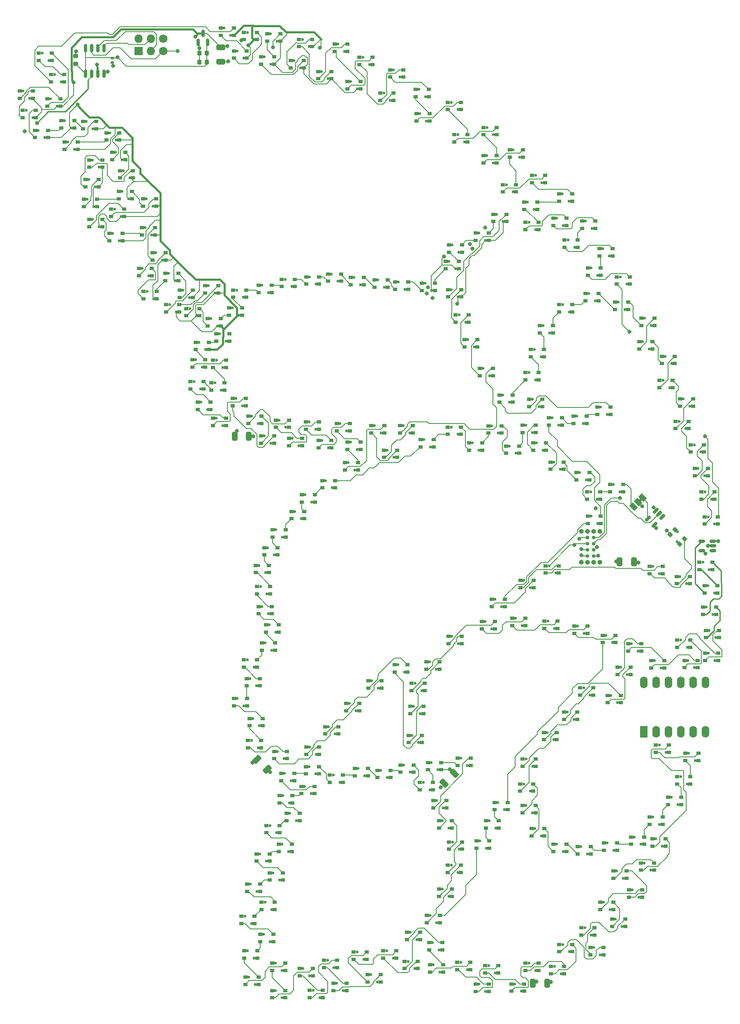
<source format=gbr>
%TF.GenerationSoftware,KiCad,Pcbnew,(6.99.0-3809-g2741d0eb4b)*%
%TF.CreationDate,2022-10-25T09:35:27-04:00*%
%TF.ProjectId,PortWing,506f7274-5769-46e6-972e-6b696361645f,rev?*%
%TF.SameCoordinates,Original*%
%TF.FileFunction,Copper,L1,Top*%
%TF.FilePolarity,Positive*%
%FSLAX46Y46*%
G04 Gerber Fmt 4.6, Leading zero omitted, Abs format (unit mm)*
G04 Created by KiCad (PCBNEW (6.99.0-3809-g2741d0eb4b)) date 2022-10-25 09:35:27*
%MOMM*%
%LPD*%
G01*
G04 APERTURE LIST*
G04 Aperture macros list*
%AMRoundRect*
0 Rectangle with rounded corners*
0 $1 Rounding radius*
0 $2 $3 $4 $5 $6 $7 $8 $9 X,Y pos of 4 corners*
0 Add a 4 corners polygon primitive as box body*
4,1,4,$2,$3,$4,$5,$6,$7,$8,$9,$2,$3,0*
0 Add four circle primitives for the rounded corners*
1,1,$1+$1,$2,$3*
1,1,$1+$1,$4,$5*
1,1,$1+$1,$6,$7*
1,1,$1+$1,$8,$9*
0 Add four rect primitives between the rounded corners*
20,1,$1+$1,$2,$3,$4,$5,0*
20,1,$1+$1,$4,$5,$6,$7,0*
20,1,$1+$1,$6,$7,$8,$9,0*
20,1,$1+$1,$8,$9,$2,$3,0*%
%AMRotRect*
0 Rectangle, with rotation*
0 The origin of the aperture is its center*
0 $1 length*
0 $2 width*
0 $3 Rotation angle, in degrees counterclockwise*
0 Add horizontal line*
21,1,$1,$2,0,0,$3*%
G04 Aperture macros list end*
%TA.AperFunction,ComponentPad*%
%ADD10C,0.600000*%
%TD*%
%TA.AperFunction,SMDPad,CuDef*%
%ADD11R,0.900000X0.750000*%
%TD*%
%TA.AperFunction,ComponentPad*%
%ADD12O,1.000000X1.000000*%
%TD*%
%TA.AperFunction,SMDPad,CuDef*%
%ADD13R,0.750000X0.750000*%
%TD*%
%TA.AperFunction,SMDPad,CuDef*%
%ADD14O,0.750000X0.750000*%
%TD*%
%TA.AperFunction,SMDPad,CuDef*%
%ADD15RoundRect,0.250000X-0.650000X0.325000X-0.650000X-0.325000X0.650000X-0.325000X0.650000X0.325000X0*%
%TD*%
%TA.AperFunction,SMDPad,CuDef*%
%ADD16RoundRect,0.150000X0.256326X0.468458X-0.468458X-0.256326X-0.256326X-0.468458X0.468458X0.256326X0*%
%TD*%
%TA.AperFunction,SMDPad,CuDef*%
%ADD17RoundRect,0.150000X0.150000X-0.587500X0.150000X0.587500X-0.150000X0.587500X-0.150000X-0.587500X0*%
%TD*%
%TA.AperFunction,SMDPad,CuDef*%
%ADD18RotRect,0.900000X0.750000X135.000000*%
%TD*%
%TA.AperFunction,SMDPad,CuDef*%
%ADD19RoundRect,0.225000X0.250000X-0.225000X0.250000X0.225000X-0.250000X0.225000X-0.250000X-0.225000X0*%
%TD*%
%TA.AperFunction,SMDPad,CuDef*%
%ADD20RoundRect,0.250000X-0.325000X-0.650000X0.325000X-0.650000X0.325000X0.650000X-0.325000X0.650000X0*%
%TD*%
%TA.AperFunction,SMDPad,CuDef*%
%ADD21RoundRect,0.250000X-0.229810X0.689429X-0.689429X0.229810X0.229810X-0.689429X0.689429X-0.229810X0*%
%TD*%
%TA.AperFunction,SMDPad,CuDef*%
%ADD22RotRect,1.000000X1.500000X225.000000*%
%TD*%
%TA.AperFunction,SMDPad,CuDef*%
%ADD23RoundRect,0.250000X0.325000X0.650000X-0.325000X0.650000X-0.325000X-0.650000X0.325000X-0.650000X0*%
%TD*%
%TA.AperFunction,SMDPad,CuDef*%
%ADD24RoundRect,0.150000X0.150000X-0.675000X0.150000X0.675000X-0.150000X0.675000X-0.150000X-0.675000X0*%
%TD*%
%TA.AperFunction,ComponentPad*%
%ADD25R,1.600000X2.400000*%
%TD*%
%TA.AperFunction,ComponentPad*%
%ADD26O,1.600000X2.400000*%
%TD*%
%TA.AperFunction,SMDPad,CuDef*%
%ADD27RoundRect,0.150000X0.512500X0.150000X-0.512500X0.150000X-0.512500X-0.150000X0.512500X-0.150000X0*%
%TD*%
%TA.AperFunction,ComponentPad*%
%ADD28C,1.727200*%
%TD*%
%TA.AperFunction,ComponentPad*%
%ADD29O,1.727200X1.727200*%
%TD*%
%TA.AperFunction,ComponentPad*%
%ADD30R,1.727200X1.727200*%
%TD*%
%TA.AperFunction,SMDPad,CuDef*%
%ADD31RoundRect,0.140000X-0.170000X0.140000X-0.170000X-0.140000X0.170000X-0.140000X0.170000X0.140000X0*%
%TD*%
%TA.AperFunction,SMDPad,CuDef*%
%ADD32RoundRect,0.250000X0.689429X0.229810X0.229810X0.689429X-0.689429X-0.229810X-0.229810X-0.689429X0*%
%TD*%
%TA.AperFunction,SMDPad,CuDef*%
%ADD33RoundRect,0.225000X0.225000X0.250000X-0.225000X0.250000X-0.225000X-0.250000X0.225000X-0.250000X0*%
%TD*%
%TA.AperFunction,ViaPad*%
%ADD34C,0.800000*%
%TD*%
%TA.AperFunction,Conductor*%
%ADD35C,0.200000*%
%TD*%
%TA.AperFunction,Conductor*%
%ADD36C,0.400000*%
%TD*%
%TA.AperFunction,Conductor*%
%ADD37C,0.250000*%
%TD*%
G04 APERTURE END LIST*
%TO.C,JP1*%
G36*
X146802822Y-81756622D02*
G01*
X146449269Y-82110175D01*
X146025005Y-81685911D01*
X146378558Y-81332358D01*
X146802822Y-81756622D01*
G37*
%TD*%
D10*
%TO.P,D213,1,VSS*%
%TO.N,/GND*%
X52245401Y-38557279D03*
D11*
X51545400Y-38557278D03*
%TO.P,D213,2,DIN*%
%TO.N,Net-(D212-DOUT)*%
X51545400Y-40057278D03*
%TO.P,D213,3,VDD*%
%TO.N,/5V*%
X54245400Y-40057278D03*
D10*
X53595401Y-40057279D03*
D11*
%TO.P,D213,4,DOUT*%
%TO.N,Net-(D213-DOUT)*%
X54245400Y-38557278D03*
%TD*%
D10*
%TO.P,D37,1,VSS*%
%TO.N,/GND*%
X128745401Y-177657279D03*
D11*
X128045400Y-177657278D03*
%TO.P,D37,2,DIN*%
%TO.N,Net-(D36-DOUT)*%
X128045400Y-179157278D03*
%TO.P,D37,3,VDD*%
%TO.N,/5V*%
X130745400Y-179157278D03*
D10*
X130095401Y-179157279D03*
D11*
%TO.P,D37,4,DOUT*%
%TO.N,Net-(D37-DOUT)*%
X130745400Y-177657278D03*
%TD*%
D10*
%TO.P,D94,1,VSS*%
%TO.N,/GND*%
X100045401Y-119457279D03*
D11*
X99345400Y-119457278D03*
%TO.P,D94,2,DIN*%
%TO.N,Net-(D93-DOUT)*%
X99345400Y-120957278D03*
%TO.P,D94,3,VDD*%
%TO.N,/5V*%
X102045400Y-120957278D03*
D10*
X101395401Y-120957279D03*
D11*
%TO.P,D94,4,DOUT*%
%TO.N,Net-(D94-DOUT)*%
X102045400Y-119457278D03*
%TD*%
D10*
%TO.P,D241,1,VSS*%
%TO.N,/GND*%
X84604294Y-66030886D03*
D11*
X83904293Y-66030885D03*
%TO.P,D241,2,DIN*%
%TO.N,Net-(D241-DIN)*%
X83904293Y-67530885D03*
%TO.P,D241,3,VDD*%
%TO.N,/5V*%
X86604293Y-67530885D03*
D10*
X85954294Y-67530886D03*
D11*
%TO.P,D241,4,DOUT*%
%TO.N,Net-(D241-DOUT)*%
X86604293Y-66030885D03*
%TD*%
D10*
%TO.P,D199,1,VSS*%
%TO.N,/GND*%
X39954294Y-13980886D03*
D11*
X39254293Y-13980885D03*
%TO.P,D199,2,DIN*%
%TO.N,Net-(D199-DIN)*%
X39254293Y-15480885D03*
%TO.P,D199,3,VDD*%
%TO.N,/5V*%
X41954293Y-15480885D03*
D10*
X41304294Y-15480886D03*
D11*
%TO.P,D199,4,DOUT*%
%TO.N,Net-(D199-DOUT)*%
X41954293Y-13980885D03*
%TD*%
D10*
%TO.P,D102,1,VSS*%
%TO.N,/GND*%
X71704294Y-133430886D03*
D11*
X71004293Y-133430885D03*
%TO.P,D102,2,DIN*%
%TO.N,Net-(D101-DOUT)*%
X71004293Y-134930885D03*
%TO.P,D102,3,VDD*%
%TO.N,/5V*%
X73704293Y-134930885D03*
D10*
X73054294Y-134930886D03*
D11*
%TO.P,D102,4,DOUT*%
%TO.N,Net-(D103-DIN)*%
X73704293Y-133430885D03*
%TD*%
D10*
%TO.P,D78,1,VSS*%
%TO.N,/GND*%
X104504294Y-143530886D03*
D11*
X103804293Y-143530885D03*
%TO.P,D78,2,DIN*%
%TO.N,Net-(D77-DOUT)*%
X103804293Y-145030885D03*
%TO.P,D78,3,VDD*%
%TO.N,/5V*%
X106504293Y-145030885D03*
D10*
X105854294Y-145030886D03*
D11*
%TO.P,D78,4,DOUT*%
%TO.N,Net-(D78-DOUT)*%
X106504293Y-143530885D03*
%TD*%
D10*
%TO.P,D216,1,VSS*%
%TO.N,/GND*%
X53645401Y-42330886D03*
D11*
X52945400Y-42330885D03*
%TO.P,D216,2,DIN*%
%TO.N,Net-(D215-DOUT)*%
X52945400Y-43830885D03*
%TO.P,D216,3,VDD*%
%TO.N,/5V*%
X55645400Y-43830885D03*
D10*
X54995401Y-43830886D03*
D11*
%TO.P,D216,4,DOUT*%
%TO.N,Net-(D216-DOUT)*%
X55645400Y-42330885D03*
%TD*%
D10*
%TO.P,D30,1,VSS*%
%TO.N,/GND*%
X141604294Y-158030886D03*
D11*
X140904293Y-158030885D03*
%TO.P,D30,2,DIN*%
%TO.N,Net-(D29-DOUT)*%
X140904293Y-159530885D03*
%TO.P,D30,3,VDD*%
%TO.N,/5V*%
X143604293Y-159530885D03*
D10*
X142954294Y-159530886D03*
D11*
%TO.P,D30,4,DOUT*%
%TO.N,Net-(D30-DOUT)*%
X143604293Y-158030885D03*
%TD*%
D10*
%TO.P,D82,1,VSS*%
%TO.N,/GND*%
X105654294Y-161780886D03*
D11*
X104954293Y-161780885D03*
%TO.P,D82,2,DIN*%
%TO.N,Net-(D82-DIN)*%
X104954293Y-163280885D03*
%TO.P,D82,3,VDD*%
%TO.N,/5V*%
X107654293Y-163280885D03*
D10*
X107004294Y-163280886D03*
D11*
%TO.P,D82,4,DOUT*%
%TO.N,Net-(D82-DOUT)*%
X107654293Y-161780885D03*
%TD*%
D10*
%TO.P,D153,1,VSS*%
%TO.N,/GND*%
X157545401Y-70357279D03*
D11*
X156845400Y-70357278D03*
%TO.P,D153,2,DIN*%
%TO.N,Net-(D152-DOUT)*%
X156845400Y-71857278D03*
%TO.P,D153,3,VDD*%
%TO.N,/5V*%
X159545400Y-71857278D03*
D10*
X158895401Y-71857279D03*
D11*
%TO.P,D153,4,DOUT*%
%TO.N,Net-(D153-DOUT)*%
X159545400Y-70357278D03*
%TD*%
D12*
%TO.P,J1,*%
%TO.N,*%
X134284293Y-88200885D03*
X134284293Y-94550885D03*
X135554293Y-88200885D03*
X135554293Y-94550885D03*
X136824293Y-88200885D03*
X136824293Y-94550885D03*
X138094293Y-88200885D03*
X138094293Y-94550885D03*
D13*
%TO.P,J1,1,Pin_1*%
%TO.N,/5V*%
X135554293Y-89470885D03*
D14*
%TO.P,J1,2,Pin_2*%
%TO.N,/PORT_LED_1*%
X136824293Y-89470885D03*
%TO.P,J1,3,Pin_3*%
%TO.N,/GND*%
X135554293Y-90740885D03*
%TO.P,J1,4,Pin_4*%
%TO.N,/PORT_LED_2*%
X136824293Y-90740885D03*
%TO.P,J1,5,Pin_5*%
%TO.N,/SCL*%
X135554293Y-92010885D03*
%TO.P,J1,6,Pin_6*%
%TO.N,/PORT_GP0*%
X136824293Y-92010885D03*
%TO.P,J1,7,Pin_7*%
%TO.N,/SDA*%
X135554293Y-93280885D03*
%TO.P,J1,8,Pin_8*%
%TO.N,/NFC_MSG*%
X136824293Y-93280885D03*
%TD*%
D10*
%TO.P,D12,1,VSS*%
%TO.N,/GND*%
X134754294Y-120380886D03*
D11*
X134054293Y-120380885D03*
%TO.P,D12,2,DIN*%
%TO.N,Net-(D11-DOUT)*%
X134054293Y-121880885D03*
%TO.P,D12,3,VDD*%
%TO.N,/5V*%
X136754293Y-121880885D03*
D10*
X136104294Y-121880886D03*
D11*
%TO.P,D12,4,DOUT*%
%TO.N,Net-(D12-DOUT)*%
X136754293Y-120380885D03*
%TD*%
D10*
%TO.P,D47,1,VSS*%
%TO.N,/GND*%
X94204294Y-174480886D03*
D11*
X93504293Y-174480885D03*
%TO.P,D47,2,DIN*%
%TO.N,Net-(D46-DOUT)*%
X93504293Y-175980885D03*
%TO.P,D47,3,VDD*%
%TO.N,/5V*%
X96204293Y-175980885D03*
D10*
X95554294Y-175980886D03*
D11*
%TO.P,D47,4,DOUT*%
%TO.N,Net-(D47-DOUT)*%
X96204293Y-174480885D03*
%TD*%
D10*
%TO.P,D45,1,VSS*%
%TO.N,/GND*%
X99054294Y-170680886D03*
D11*
X98354293Y-170680885D03*
%TO.P,D45,2,DIN*%
%TO.N,Net-(D44-DOUT)*%
X98354293Y-172180885D03*
%TO.P,D45,3,VDD*%
%TO.N,/5V*%
X101054293Y-172180885D03*
D10*
X100404294Y-172180886D03*
D11*
%TO.P,D45,4,DOUT*%
%TO.N,Net-(D45-DOUT)*%
X101054293Y-170680885D03*
%TD*%
D10*
%TO.P,D233,1,VSS*%
%TO.N,/GND*%
X109104294Y-43630886D03*
D11*
X108404293Y-43630885D03*
%TO.P,D233,2,DIN*%
%TO.N,Net-(D232-DOUT)*%
X108404293Y-45130885D03*
%TO.P,D233,3,VDD*%
%TO.N,/5V*%
X111104293Y-45130885D03*
D10*
X110454294Y-45130886D03*
D11*
%TO.P,D233,4,DOUT*%
%TO.N,Net-(D233-DOUT)*%
X111104293Y-43630885D03*
%TD*%
D10*
%TO.P,D253,1,VSS*%
%TO.N,/GND*%
X59145401Y-52957279D03*
D11*
X58445400Y-52957278D03*
%TO.P,D253,2,DIN*%
%TO.N,Net-(D252-DOUT)*%
X58445400Y-54457278D03*
%TO.P,D253,3,VDD*%
%TO.N,/5V*%
X61145400Y-54457278D03*
D10*
X60495401Y-54457279D03*
D11*
%TO.P,D253,4,DOUT*%
%TO.N,Net-(D253-DOUT)*%
X61145400Y-52957278D03*
%TD*%
D10*
%TO.P,D107,1,VSS*%
%TO.N,/GND*%
X65504294Y-114630886D03*
D11*
X64804293Y-114630885D03*
%TO.P,D107,2,DIN*%
%TO.N,Net-(D106-DOUT)*%
X64804293Y-116130885D03*
%TO.P,D107,3,VDD*%
%TO.N,/5V*%
X67504293Y-116130885D03*
D10*
X66854294Y-116130886D03*
D11*
%TO.P,D107,4,DOUT*%
%TO.N,Net-(D107-DOUT)*%
X67504293Y-114630885D03*
%TD*%
D10*
%TO.P,D152,1,VSS*%
%TO.N,/GND*%
X154404294Y-65530886D03*
D11*
X153704293Y-65530885D03*
%TO.P,D152,2,DIN*%
%TO.N,Net-(D151-DOUT)*%
X153704293Y-67030885D03*
%TO.P,D152,3,VDD*%
%TO.N,/5V*%
X156404293Y-67030885D03*
D10*
X155754294Y-67030886D03*
D11*
%TO.P,D152,4,DOUT*%
%TO.N,Net-(D152-DOUT)*%
X156404293Y-65530885D03*
%TD*%
D10*
%TO.P,D196,1,VSS*%
%TO.N,/GND*%
X28554294Y-8080886D03*
D11*
X27854293Y-8080885D03*
%TO.P,D196,2,DIN*%
%TO.N,Net-(D195-DOUT)*%
X27854293Y-9580885D03*
%TO.P,D196,3,VDD*%
%TO.N,/5V*%
X30554293Y-9580885D03*
D10*
X29904294Y-9580886D03*
D11*
%TO.P,D196,4,DOUT*%
%TO.N,Net-(D196-DOUT)*%
X30554293Y-8080885D03*
%TD*%
D10*
%TO.P,D159,1,VSS*%
%TO.N,/GND*%
X138704294Y-30030886D03*
D11*
X138004293Y-30030885D03*
%TO.P,D159,2,DIN*%
%TO.N,Net-(D158-DOUT)*%
X138004293Y-31530885D03*
%TO.P,D159,3,VDD*%
%TO.N,/5V*%
X140704293Y-31530885D03*
D10*
X140054294Y-31530886D03*
D11*
%TO.P,D159,4,DOUT*%
%TO.N,Net-(D159-DOUT)*%
X140704293Y-30030885D03*
%TD*%
D10*
%TO.P,D85,1,VSS*%
%TO.N,/GND*%
X115304294Y-147730886D03*
D11*
X114604293Y-147730885D03*
%TO.P,D85,2,DIN*%
%TO.N,Net-(D84-DOUT)*%
X114604293Y-149230885D03*
%TO.P,D85,3,VDD*%
%TO.N,/5V*%
X117304293Y-149230885D03*
D10*
X116654294Y-149230886D03*
D11*
%TO.P,D85,4,DOUT*%
%TO.N,Net-(D85-DOUT)*%
X117304293Y-147730885D03*
%TD*%
D10*
%TO.P,D53,1,VSS*%
%TO.N,/GND*%
X77004294Y-178130886D03*
D11*
X76304293Y-178130885D03*
%TO.P,D53,2,DIN*%
%TO.N,Net-(D52-DOUT)*%
X76304293Y-179630885D03*
%TO.P,D53,3,VDD*%
%TO.N,/5V*%
X79004293Y-179630885D03*
D10*
X78354294Y-179630886D03*
D11*
%TO.P,D53,4,DOUT*%
%TO.N,Net-(D53-DOUT)*%
X79004293Y-178130885D03*
%TD*%
D10*
%TO.P,D20,1,VSS*%
%TO.N,/GND*%
X134204294Y-153030886D03*
D11*
X133504293Y-153030885D03*
%TO.P,D20,2,DIN*%
%TO.N,Net-(D19-DOUT)*%
X133504293Y-154530885D03*
%TO.P,D20,3,VDD*%
%TO.N,/5V*%
X136204293Y-154530885D03*
D10*
X135554294Y-154530886D03*
D11*
%TO.P,D20,4,DOUT*%
%TO.N,Net-(D20-DOUT)*%
X136204293Y-153030885D03*
%TD*%
D10*
%TO.P,D206,1,VSS*%
%TO.N,/GND*%
X33654294Y-23980886D03*
D11*
X32954293Y-23980885D03*
%TO.P,D206,2,DIN*%
%TO.N,Net-(D205-DOUT)*%
X32954293Y-25480885D03*
%TO.P,D206,3,VDD*%
%TO.N,/5V*%
X35654293Y-25480885D03*
D10*
X35004294Y-25480886D03*
D11*
%TO.P,D206,4,DOUT*%
%TO.N,Net-(D206-DOUT)*%
X35654293Y-23980885D03*
%TD*%
D10*
%TO.P,D251,1,VSS*%
%TO.N,/GND*%
X54504294Y-57380886D03*
D11*
X53804293Y-57380885D03*
%TO.P,D251,2,DIN*%
%TO.N,Net-(D250-DOUT)*%
X53804293Y-58880885D03*
%TO.P,D251,3,VDD*%
%TO.N,/5V*%
X56504293Y-58880885D03*
D10*
X55854294Y-58880886D03*
D11*
%TO.P,D251,4,DOUT*%
%TO.N,Net-(D251-DOUT)*%
X56504293Y-57380885D03*
%TD*%
D10*
%TO.P,D170,1,VSS*%
%TO.N,/GND*%
X114854294Y-5080886D03*
D11*
X114154293Y-5080885D03*
%TO.P,D170,2,DIN*%
%TO.N,Net-(D169-DOUT)*%
X114154293Y-6580885D03*
%TO.P,D170,3,VDD*%
%TO.N,/5V*%
X116854293Y-6580885D03*
D10*
X116204294Y-6580886D03*
D11*
%TO.P,D170,4,DOUT*%
%TO.N,Net-(D170-DOUT)*%
X116854293Y-5080885D03*
%TD*%
D10*
%TO.P,D165,1,VSS*%
%TO.N,/GND*%
X130404294Y-18780886D03*
D11*
X129704293Y-18780885D03*
%TO.P,D165,2,DIN*%
%TO.N,Net-(D164-DOUT)*%
X129704293Y-20280885D03*
%TO.P,D165,3,VDD*%
%TO.N,/5V*%
X132404293Y-20280885D03*
D10*
X131754294Y-20280886D03*
D11*
%TO.P,D165,4,DOUT*%
%TO.N,Net-(D165-DOUT)*%
X132404293Y-18780885D03*
%TD*%
D10*
%TO.P,D116,1,VSS*%
%TO.N,/GND*%
X77404294Y-80630886D03*
D11*
X76704293Y-80630885D03*
%TO.P,D116,2,DIN*%
%TO.N,Net-(D115-DOUT)*%
X76704293Y-82130885D03*
%TO.P,D116,3,VDD*%
%TO.N,/5V*%
X79404293Y-82130885D03*
D10*
X78754294Y-82130886D03*
D11*
%TO.P,D116,4,DOUT*%
%TO.N,Net-(D116-DOUT)*%
X79404293Y-80630885D03*
%TD*%
D10*
%TO.P,D119,1,VSS*%
%TO.N,/GND*%
X107504294Y-66730886D03*
D11*
X106804293Y-66730885D03*
%TO.P,D119,2,DIN*%
%TO.N,Net-(D119-DIN)*%
X106804293Y-68230885D03*
%TO.P,D119,3,VDD*%
%TO.N,/5V*%
X109504293Y-68230885D03*
D10*
X108854294Y-68230886D03*
D11*
%TO.P,D119,4,DOUT*%
%TO.N,Net-(D119-DOUT)*%
X109504293Y-66730885D03*
%TD*%
D10*
%TO.P,D62,1,VSS*%
%TO.N,/GND*%
X70804294Y-158430886D03*
D11*
X70104293Y-158430885D03*
%TO.P,D62,2,DIN*%
%TO.N,Net-(D61-DOUT)*%
X70104293Y-159930885D03*
%TO.P,D62,3,VDD*%
%TO.N,/5V*%
X72804293Y-159930885D03*
D10*
X72154294Y-159930886D03*
D11*
%TO.P,D62,4,DOUT*%
%TO.N,Net-(D62-DOUT)*%
X72804293Y-158430885D03*
%TD*%
D10*
%TO.P,D249,1,VSS*%
%TO.N,/GND*%
X59104294Y-64930886D03*
D11*
X58404293Y-64930885D03*
%TO.P,D249,2,DIN*%
%TO.N,Net-(D248-DOUT)*%
X58404293Y-66430885D03*
%TO.P,D249,3,VDD*%
%TO.N,/5V*%
X61104293Y-66430885D03*
D10*
X60454294Y-66430886D03*
D11*
%TO.P,D249,4,DOUT*%
%TO.N,Net-(D249-DOUT)*%
X61104293Y-64930885D03*
%TD*%
D10*
%TO.P,D86,1,VSS*%
%TO.N,/GND*%
X117104294Y-143930886D03*
D11*
X116404293Y-143930885D03*
%TO.P,D86,2,DIN*%
%TO.N,Net-(D85-DOUT)*%
X116404293Y-145430885D03*
%TO.P,D86,3,VDD*%
%TO.N,/5V*%
X119104293Y-145430885D03*
D10*
X118454294Y-145430886D03*
D11*
%TO.P,D86,4,DOUT*%
%TO.N,Net-(D87-DIN)*%
X119104293Y-143930885D03*
%TD*%
D10*
%TO.P,D44,1,VSS*%
%TO.N,/GND*%
X103645401Y-172757279D03*
D11*
X102945400Y-172757278D03*
%TO.P,D44,2,DIN*%
%TO.N,Net-(D43-DOUT)*%
X102945400Y-174257278D03*
%TO.P,D44,3,VDD*%
%TO.N,/5V*%
X105645400Y-174257278D03*
D10*
X104995401Y-174257279D03*
D11*
%TO.P,D44,4,DOUT*%
%TO.N,Net-(D44-DOUT)*%
X105645400Y-172757278D03*
%TD*%
D10*
%TO.P,D14,1,VSS*%
%TO.N,/GND*%
X127245401Y-129557279D03*
D11*
X126545400Y-129557278D03*
%TO.P,D14,2,DIN*%
%TO.N,Net-(D13-DOUT)*%
X126545400Y-131057278D03*
%TO.P,D14,3,VDD*%
%TO.N,/5V*%
X129245400Y-131057278D03*
D10*
X128595401Y-131057279D03*
D11*
%TO.P,D14,4,DOUT*%
%TO.N,Net-(D14-DOUT)*%
X129245400Y-129557278D03*
%TD*%
D10*
%TO.P,D76,1,VSS*%
%TO.N,/GND*%
X103404294Y-135730886D03*
D11*
X102704293Y-135730885D03*
%TO.P,D76,2,DIN*%
%TO.N,Net-(D75-DOUT)*%
X102704293Y-137230885D03*
%TO.P,D76,3,VDD*%
%TO.N,/5V*%
X105404293Y-137230885D03*
D10*
X104754294Y-137230886D03*
D11*
%TO.P,D76,4,DOUT*%
%TO.N,Net-(D76-DOUT)*%
X105404293Y-135730885D03*
%TD*%
D10*
%TO.P,D68,1,VSS*%
%TO.N,/GND*%
X77304294Y-140630886D03*
D11*
X76604293Y-140630885D03*
%TO.P,D68,2,DIN*%
%TO.N,Net-(D67-DOUT)*%
X76604293Y-142130885D03*
%TO.P,D68,3,VDD*%
%TO.N,/5V*%
X79304293Y-142130885D03*
D10*
X78654294Y-142130886D03*
D11*
%TO.P,D68,4,DOUT*%
%TO.N,Net-(D68-DOUT)*%
X79304293Y-140630885D03*
%TD*%
D10*
%TO.P,D66,1,VSS*%
%TO.N,/GND*%
X74254294Y-146180886D03*
D11*
X73554293Y-146180885D03*
%TO.P,D66,2,DIN*%
%TO.N,Net-(D66-DIN)*%
X73554293Y-147680885D03*
%TO.P,D66,3,VDD*%
%TO.N,/5V*%
X76254293Y-147680885D03*
D10*
X75604294Y-147680886D03*
D11*
%TO.P,D66,4,DOUT*%
%TO.N,Net-(D66-DOUT)*%
X76254293Y-146180885D03*
%TD*%
D10*
%TO.P,D163,1,VSS*%
%TO.N,/GND*%
X123504294Y-24630886D03*
D11*
X122804293Y-24630885D03*
%TO.P,D163,2,DIN*%
%TO.N,Net-(D162-DOUT)*%
X122804293Y-26130885D03*
%TO.P,D163,3,VDD*%
%TO.N,/5V*%
X125504293Y-26130885D03*
D10*
X124854294Y-26130886D03*
D11*
%TO.P,D163,4,DOUT*%
%TO.N,Net-(D163-DOUT)*%
X125504293Y-24630885D03*
%TD*%
D10*
%TO.P,D61,1,VSS*%
%TO.N,/GND*%
X66145401Y-160757279D03*
D11*
X65445400Y-160757278D03*
%TO.P,D61,2,DIN*%
%TO.N,Net-(D60-DOUT)*%
X65445400Y-162257278D03*
%TO.P,D61,3,VDD*%
%TO.N,/5V*%
X68145400Y-162257278D03*
D10*
X67495401Y-162257279D03*
D11*
%TO.P,D61,4,DOUT*%
%TO.N,Net-(D61-DOUT)*%
X68145400Y-160757278D03*
%TD*%
D10*
%TO.P,D195,1,VSS*%
%TO.N,/GND*%
X32354294Y-3880886D03*
D11*
X31654293Y-3880885D03*
%TO.P,D195,2,DIN*%
%TO.N,Net-(D194-DOUT)*%
X31654293Y-5380885D03*
%TO.P,D195,3,VDD*%
%TO.N,/5V*%
X34354293Y-5380885D03*
D10*
X33704294Y-5380886D03*
D11*
%TO.P,D195,4,DOUT*%
%TO.N,Net-(D195-DOUT)*%
X34354293Y-3880885D03*
%TD*%
D10*
%TO.P,D115,1,VSS*%
%TO.N,/GND*%
X75254294Y-84080886D03*
D11*
X74554293Y-84080885D03*
%TO.P,D115,2,DIN*%
%TO.N,Net-(D114-DOUT)*%
X74554293Y-85580885D03*
%TO.P,D115,3,VDD*%
%TO.N,/5V*%
X77254293Y-85580885D03*
D10*
X76604294Y-85580886D03*
D11*
%TO.P,D115,4,DOUT*%
%TO.N,Net-(D115-DOUT)*%
X77254293Y-84080885D03*
%TD*%
D10*
%TO.P,D96,1,VSS*%
%TO.N,/GND*%
X99404294Y-130130886D03*
D11*
X98704293Y-130130885D03*
%TO.P,D96,2,DIN*%
%TO.N,Net-(D95-DOUT)*%
X98704293Y-131630885D03*
%TO.P,D96,3,VDD*%
%TO.N,/5V*%
X101404293Y-131630885D03*
D10*
X100754294Y-131630886D03*
D11*
%TO.P,D96,4,DOUT*%
%TO.N,Net-(D96-DOUT)*%
X101404293Y-130130885D03*
%TD*%
D15*
%TO.P,C1,1*%
%TO.N,/5V*%
X60054294Y11394114D03*
%TO.P,C1,2*%
%TO.N,/GND*%
X60054294Y8444114D03*
%TD*%
D10*
%TO.P,D227,1,VSS*%
%TO.N,/GND*%
X102145401Y-37157279D03*
D11*
X101445400Y-37157278D03*
%TO.P,D227,2,DIN*%
%TO.N,Net-(D226-DOUT)*%
X101445400Y-38657278D03*
%TO.P,D227,3,VDD*%
%TO.N,/5V*%
X104145400Y-38657278D03*
D10*
X103495401Y-38657279D03*
D11*
%TO.P,D227,4,DOUT*%
%TO.N,Net-(D227-DOUT)*%
X104145400Y-37157278D03*
%TD*%
D10*
%TO.P,D9,1,VSS*%
%TO.N,/GND*%
X144604294Y-111330886D03*
D11*
X143904293Y-111330885D03*
%TO.P,D9,2,DIN*%
%TO.N,Net-(D8-DOUT)*%
X143904293Y-112830885D03*
%TO.P,D9,3,VDD*%
%TO.N,/5V*%
X146604293Y-112830885D03*
D10*
X145954294Y-112830886D03*
D11*
%TO.P,D9,4,DOUT*%
%TO.N,Net-(D9-DOUT)*%
X146604293Y-111330885D03*
%TD*%
D10*
%TO.P,D124,1,VSS*%
%TO.N,/GND*%
X125045401Y-69957279D03*
D11*
X124345400Y-69957278D03*
%TO.P,D124,2,DIN*%
%TO.N,Net-(D123-DOUT)*%
X124345400Y-71457278D03*
%TO.P,D124,3,VDD*%
%TO.N,/5V*%
X127045400Y-71457278D03*
D10*
X126395401Y-71457279D03*
D11*
%TO.P,D124,4,DOUT*%
%TO.N,Net-(D124-DOUT)*%
X127045400Y-69957278D03*
%TD*%
D10*
%TO.P,D70,1,VSS*%
%TO.N,/GND*%
X78254294Y-136580886D03*
D11*
X77554293Y-136580885D03*
%TO.P,D70,2,DIN*%
%TO.N,Net-(D69-DOUT)*%
X77554293Y-138080885D03*
%TO.P,D70,3,VDD*%
%TO.N,/5V*%
X80254293Y-138080885D03*
D10*
X79604294Y-138080886D03*
D11*
%TO.P,D70,4,DOUT*%
%TO.N,Net-(D71-DIN)*%
X80254293Y-136580885D03*
%TD*%
D10*
%TO.P,D198,1,VSS*%
%TO.N,/GND*%
X38354294Y-10180886D03*
D11*
X37654293Y-10180885D03*
%TO.P,D198,2,DIN*%
%TO.N,Net-(D197-DOUT)*%
X37654293Y-11680885D03*
%TO.P,D198,3,VDD*%
%TO.N,/5V*%
X40354293Y-11680885D03*
D10*
X39704294Y-11680886D03*
D11*
%TO.P,D198,4,DOUT*%
%TO.N,Net-(D199-DIN)*%
X40354293Y-10180885D03*
%TD*%
D10*
%TO.P,D226,1,VSS*%
%TO.N,/GND*%
X96645401Y-36857279D03*
D11*
X95945400Y-36857278D03*
%TO.P,D226,2,DIN*%
%TO.N,Net-(D225-DOUT)*%
X95945400Y-38357278D03*
%TO.P,D226,3,VDD*%
%TO.N,/5V*%
X98645400Y-38357278D03*
D10*
X97995401Y-38357279D03*
D11*
%TO.P,D226,4,DOUT*%
%TO.N,Net-(D226-DOUT)*%
X98645400Y-36857278D03*
%TD*%
D10*
%TO.P,D92,1,VSS*%
%TO.N,/GND*%
X107654294Y-109780886D03*
D11*
X106954293Y-109780885D03*
%TO.P,D92,2,DIN*%
%TO.N,Net-(D91-DOUT)*%
X106954293Y-111280885D03*
%TO.P,D92,3,VDD*%
%TO.N,/5V*%
X109654293Y-111280885D03*
D10*
X109004294Y-111280886D03*
D11*
%TO.P,D92,4,DOUT*%
%TO.N,Net-(D92-DOUT)*%
X109654293Y-109780885D03*
%TD*%
D10*
%TO.P,D125,1,VSS*%
%TO.N,/GND*%
X128604294Y-73930886D03*
D11*
X127904293Y-73930885D03*
%TO.P,D125,2,DIN*%
%TO.N,Net-(D124-DOUT)*%
X127904293Y-75430885D03*
%TO.P,D125,3,VDD*%
%TO.N,/5V*%
X130604293Y-75430885D03*
D10*
X129954294Y-75430886D03*
D11*
%TO.P,D125,4,DOUT*%
%TO.N,Net-(D125-DOUT)*%
X130604293Y-73930885D03*
%TD*%
D10*
%TO.P,D230,1,VSS*%
%TO.N,/GND*%
X113204294Y-26830886D03*
D11*
X112504293Y-26830885D03*
%TO.P,D230,2,DIN*%
%TO.N,Net-(D229-DOUT)*%
X112504293Y-28330885D03*
%TO.P,D230,3,VDD*%
%TO.N,/5V*%
X115204293Y-28330885D03*
D10*
X114554294Y-28330886D03*
D11*
%TO.P,D230,4,DOUT*%
%TO.N,Net-(D231-DIN)*%
X115204293Y-26830885D03*
%TD*%
D10*
%TO.P,D120,1,VSS*%
%TO.N,/GND*%
X111845401Y-69957279D03*
D11*
X111145400Y-69957278D03*
%TO.P,D120,2,DIN*%
%TO.N,Net-(D119-DOUT)*%
X111145400Y-71457278D03*
%TO.P,D120,3,VDD*%
%TO.N,/5V*%
X113845400Y-71457278D03*
D10*
X113195401Y-71457279D03*
D11*
%TO.P,D120,4,DOUT*%
%TO.N,Net-(D120-DOUT)*%
X113845400Y-69957278D03*
%TD*%
D10*
%TO.P,D100,1,VSS*%
%TO.N,/GND*%
X82245401Y-128357279D03*
D11*
X81545400Y-128357278D03*
%TO.P,D100,2,DIN*%
%TO.N,Net-(D99-DOUT)*%
X81545400Y-129857278D03*
%TO.P,D100,3,VDD*%
%TO.N,/5V*%
X84245400Y-129857278D03*
D10*
X83595401Y-129857279D03*
D11*
%TO.P,D100,4,DOUT*%
%TO.N,Net-(D100-DOUT)*%
X84245400Y-128357278D03*
%TD*%
D10*
%TO.P,D74,1,VSS*%
%TO.N,/GND*%
X97704294Y-136230886D03*
D11*
X97004293Y-136230885D03*
%TO.P,D74,2,DIN*%
%TO.N,Net-(D73-DOUT)*%
X97004293Y-137730885D03*
%TO.P,D74,3,VDD*%
%TO.N,/5V*%
X99704293Y-137730885D03*
D10*
X99054294Y-137730886D03*
D11*
%TO.P,D74,4,DOUT*%
%TO.N,Net-(D74-DOUT)*%
X99704293Y-136230885D03*
%TD*%
D10*
%TO.P,D3,1,VSS*%
%TO.N,/GND*%
X160045401Y-103757279D03*
D11*
X159345400Y-103757278D03*
%TO.P,D3,2,DIN*%
%TO.N,Net-(D2-DOUT)*%
X159345400Y-105257278D03*
%TO.P,D3,3,VDD*%
%TO.N,/5V*%
X162045400Y-105257278D03*
D10*
X161395401Y-105257279D03*
D11*
%TO.P,D3,4,DOUT*%
%TO.N,Net-(D3-DOUT)*%
X162045400Y-103757278D03*
%TD*%
D10*
%TO.P,D228,1,VSS*%
%TO.N,/GND*%
X107045401Y-32657279D03*
D11*
X106345400Y-32657278D03*
%TO.P,D228,2,DIN*%
%TO.N,Net-(D227-DOUT)*%
X106345400Y-34157278D03*
%TO.P,D228,3,VDD*%
%TO.N,/5V*%
X109045400Y-34157278D03*
D10*
X108395401Y-34157279D03*
D11*
%TO.P,D228,4,DOUT*%
%TO.N,Net-(D228-DOUT)*%
X109045400Y-32657278D03*
%TD*%
D16*
%TO.P,U4,1,NC*%
%TO.N,unconnected-(U4-NC)*%
X150930379Y-85248303D03*
%TO.P,U4,2,A*%
%TO.N,/PORT_LED_2*%
X150258628Y-84576552D03*
%TO.P,U4,3,GND*%
%TO.N,/GND*%
X149586877Y-83904801D03*
%TO.P,U4,4,Y*%
%TO.N,Net-(JP1-A)*%
X147978209Y-85513469D03*
%TO.P,U4,5,VCC*%
%TO.N,/5V*%
X149321711Y-86856971D03*
%TD*%
D10*
%TO.P,D72,1,VSS*%
%TO.N,/GND*%
X88304294Y-136930886D03*
D11*
X87604293Y-136930885D03*
%TO.P,D72,2,DIN*%
%TO.N,Net-(D71-DOUT)*%
X87604293Y-138430885D03*
%TO.P,D72,3,VDD*%
%TO.N,/5V*%
X90304293Y-138430885D03*
D10*
X89654294Y-138430886D03*
D11*
%TO.P,D72,4,DOUT*%
%TO.N,Net-(D72-DOUT)*%
X90304293Y-136930885D03*
%TD*%
D10*
%TO.P,D98,1,VSS*%
%TO.N,/GND*%
X91104294Y-118930886D03*
D11*
X90404293Y-118930885D03*
%TO.P,D98,2,DIN*%
%TO.N,Net-(D98-DIN)*%
X90404293Y-120430885D03*
%TO.P,D98,3,VDD*%
%TO.N,/5V*%
X93104293Y-120430885D03*
D10*
X92454294Y-120430886D03*
D11*
%TO.P,D98,4,DOUT*%
%TO.N,Net-(D98-DOUT)*%
X93104293Y-118930885D03*
%TD*%
D10*
%TO.P,D190,1,VSS*%
%TO.N,/GND*%
X25004294Y769114D03*
D11*
X24304293Y769113D03*
%TO.P,D190,2,DIN*%
%TO.N,Net-(D189-DOUT)*%
X24304293Y-730885D03*
%TO.P,D190,3,VDD*%
%TO.N,/5V*%
X27004293Y-730885D03*
D10*
X26354294Y-730886D03*
D11*
%TO.P,D190,4,DOUT*%
%TO.N,Net-(D190-DOUT)*%
X27004293Y769113D03*
%TD*%
D10*
%TO.P,D193,1,VSS*%
%TO.N,/GND*%
X22454294Y-5680886D03*
D11*
X21754293Y-5680885D03*
%TO.P,D193,2,DIN*%
%TO.N,Net-(D193-DIN)*%
X21754293Y-7180885D03*
%TO.P,D193,3,VDD*%
%TO.N,/5V*%
X24454293Y-7180885D03*
D10*
X23804294Y-7180886D03*
D11*
%TO.P,D193,4,DOUT*%
%TO.N,Net-(D193-DOUT)*%
X24454293Y-5680885D03*
%TD*%
D10*
%TO.P,D54,1,VSS*%
%TO.N,/GND*%
X71304294Y-182630886D03*
D11*
X70604293Y-182630885D03*
%TO.P,D54,2,DIN*%
%TO.N,Net-(D53-DOUT)*%
X70604293Y-184130885D03*
%TO.P,D54,3,VDD*%
%TO.N,/5V*%
X73304293Y-184130885D03*
D10*
X72654294Y-184130886D03*
D11*
%TO.P,D54,4,DOUT*%
%TO.N,Net-(D55-DIN)*%
X73304293Y-182630885D03*
%TD*%
D10*
%TO.P,D22,1,VSS*%
%TO.N,/GND*%
X145245401Y-151057279D03*
D11*
X144545400Y-151057278D03*
%TO.P,D22,2,DIN*%
%TO.N,Net-(D21-DOUT)*%
X144545400Y-152557278D03*
%TO.P,D22,3,VDD*%
%TO.N,/5V*%
X147245400Y-152557278D03*
D10*
X146595401Y-152557279D03*
D11*
%TO.P,D22,4,DOUT*%
%TO.N,Net-(D23-DIN)*%
X147245400Y-151057278D03*
%TD*%
D10*
%TO.P,D154,1,VSS*%
%TO.N,/GND*%
X158345401Y-75257279D03*
D11*
X157645400Y-75257278D03*
%TO.P,D154,2,DIN*%
%TO.N,Net-(D153-DOUT)*%
X157645400Y-76757278D03*
%TO.P,D154,3,VDD*%
%TO.N,/5V*%
X160345400Y-76757278D03*
D10*
X159695401Y-76757279D03*
D11*
%TO.P,D154,4,DOUT*%
%TO.N,Net-(D154-DOUT)*%
X160345400Y-75257278D03*
%TD*%
D10*
%TO.P,D239,1,VSS*%
%TO.N,/GND*%
X86304294Y-74030886D03*
D11*
X85604293Y-74030885D03*
%TO.P,D239,2,DIN*%
%TO.N,Net-(D238-DOUT)*%
X85604293Y-75530885D03*
%TO.P,D239,3,VDD*%
%TO.N,/5V*%
X88304293Y-75530885D03*
D10*
X87654294Y-75530886D03*
D11*
%TO.P,D239,4,DOUT*%
%TO.N,Net-(D239-DOUT)*%
X88304293Y-74030885D03*
%TD*%
D10*
%TO.P,D81,1,VSS*%
%TO.N,/GND*%
X107504294Y-156830886D03*
D11*
X106804293Y-156830885D03*
%TO.P,D81,2,DIN*%
%TO.N,Net-(D80-DOUT)*%
X106804293Y-158330885D03*
%TO.P,D81,3,VDD*%
%TO.N,/5V*%
X109504293Y-158330885D03*
D10*
X108854294Y-158330886D03*
D11*
%TO.P,D81,4,DOUT*%
%TO.N,Net-(D82-DIN)*%
X109504293Y-156830885D03*
%TD*%
D10*
%TO.P,D242,1,VSS*%
%TO.N,/GND*%
X80845401Y-69504493D03*
D11*
X80145400Y-69504492D03*
%TO.P,D242,2,DIN*%
%TO.N,Net-(D241-DOUT)*%
X80145400Y-71004492D03*
%TO.P,D242,3,VDD*%
%TO.N,/5V*%
X82845400Y-71004492D03*
D10*
X82195401Y-71004493D03*
D11*
%TO.P,D242,4,DOUT*%
%TO.N,Net-(D242-DOUT)*%
X82845400Y-69504492D03*
%TD*%
D10*
%TO.P,D48,1,VSS*%
%TO.N,/GND*%
X88104294Y-174730886D03*
D11*
X87404293Y-174730885D03*
%TO.P,D48,2,DIN*%
%TO.N,Net-(D47-DOUT)*%
X87404293Y-176230885D03*
%TO.P,D48,3,VDD*%
%TO.N,/5V*%
X90104293Y-176230885D03*
D10*
X89454294Y-176230886D03*
D11*
%TO.P,D48,4,DOUT*%
%TO.N,Net-(D48-DOUT)*%
X90104293Y-174730885D03*
%TD*%
D17*
%TO.P,U1,1,GND*%
%TO.N,/GND*%
X55404294Y12381614D03*
%TO.P,U1,2,VO*%
%TO.N,/3V3*%
X57304294Y12381614D03*
%TO.P,U1,3,VI*%
%TO.N,/5V*%
X56354294Y14256614D03*
%TD*%
D10*
%TO.P,D135,1,VSS*%
%TO.N,/GND*%
X136304294Y-85030886D03*
D11*
X135604293Y-85030885D03*
%TO.P,D135,2,DIN*%
%TO.N,Net-(D135-DIN)*%
X135604293Y-86530885D03*
%TO.P,D135,3,VDD*%
%TO.N,/5V*%
X138304293Y-86530885D03*
D10*
X137654294Y-86530886D03*
D11*
%TO.P,D135,4,DOUT*%
%TO.N,Net-(D135-DOUT)*%
X138304293Y-85030885D03*
%TD*%
D10*
%TO.P,D79,1,VSS*%
%TO.N,/GND*%
X105654294Y-147680886D03*
D11*
X104954293Y-147680885D03*
%TO.P,D79,2,DIN*%
%TO.N,Net-(D78-DOUT)*%
X104954293Y-149180885D03*
%TO.P,D79,3,VDD*%
%TO.N,/5V*%
X107654293Y-149180885D03*
D10*
X107004294Y-149180886D03*
D11*
%TO.P,D79,4,DOUT*%
%TO.N,Net-(D79-DOUT)*%
X107654293Y-147680885D03*
%TD*%
D10*
%TO.P,D10,1,VSS*%
%TO.N,/GND*%
X142404294Y-116130886D03*
D11*
X141704293Y-116130885D03*
%TO.P,D10,2,DIN*%
%TO.N,Net-(D9-DOUT)*%
X141704293Y-117630885D03*
%TO.P,D10,3,VDD*%
%TO.N,/5V*%
X144404293Y-117630885D03*
D10*
X143754294Y-117630886D03*
D11*
%TO.P,D10,4,DOUT*%
%TO.N,Net-(D10-DOUT)*%
X144404293Y-116130885D03*
%TD*%
D10*
%TO.P,D128,1,VSS*%
%TO.N,/GND*%
X140904294Y-78530886D03*
D11*
X140204293Y-78530885D03*
%TO.P,D128,2,DIN*%
%TO.N,Net-(D127-DOUT)*%
X140204293Y-80030885D03*
%TO.P,D128,3,VDD*%
%TO.N,/5V*%
X142904293Y-80030885D03*
D10*
X142254294Y-80030886D03*
D11*
%TO.P,D128,4,DOUT*%
%TO.N,/PORT_LED1_OUT*%
X142904293Y-78530885D03*
%TD*%
D10*
%TO.P,D237,1,VSS*%
%TO.N,/GND*%
X94345401Y-71457279D03*
D11*
X93645400Y-71457278D03*
%TO.P,D237,2,DIN*%
%TO.N,Net-(D236-DOUT)*%
X93645400Y-72957278D03*
%TO.P,D237,3,VDD*%
%TO.N,/5V*%
X96345400Y-72957278D03*
D10*
X95695401Y-72957279D03*
D11*
%TO.P,D237,4,DOUT*%
%TO.N,Net-(D237-DOUT)*%
X96345400Y-71457278D03*
%TD*%
D10*
%TO.P,D21,1,VSS*%
%TO.N,/GND*%
X139645401Y-152257279D03*
D11*
X138945400Y-152257278D03*
%TO.P,D21,2,DIN*%
%TO.N,Net-(D20-DOUT)*%
X138945400Y-153757278D03*
%TO.P,D21,3,VDD*%
%TO.N,/5V*%
X141645400Y-153757278D03*
D10*
X140995401Y-153757279D03*
D11*
%TO.P,D21,4,DOUT*%
%TO.N,Net-(D21-DOUT)*%
X141645400Y-152257278D03*
%TD*%
D10*
%TO.P,D164,1,VSS*%
%TO.N,/GND*%
X123204294Y-20430886D03*
D11*
X122504293Y-20430885D03*
%TO.P,D164,2,DIN*%
%TO.N,Net-(D163-DOUT)*%
X122504293Y-21930885D03*
%TO.P,D164,3,VDD*%
%TO.N,/5V*%
X125204293Y-21930885D03*
D10*
X124554294Y-21930886D03*
D11*
%TO.P,D164,4,DOUT*%
%TO.N,Net-(D164-DOUT)*%
X125204293Y-20430885D03*
%TD*%
D10*
%TO.P,D246,1,VSS*%
%TO.N,/GND*%
X66404294Y-64457279D03*
D11*
X65704293Y-64457278D03*
%TO.P,D246,2,DIN*%
%TO.N,Net-(D245-DOUT)*%
X65704293Y-65957278D03*
%TO.P,D246,3,VDD*%
%TO.N,/5V*%
X68404293Y-65957278D03*
D10*
X67754294Y-65957279D03*
D11*
%TO.P,D246,4,DOUT*%
%TO.N,Net-(D247-DIN)*%
X68404293Y-64457278D03*
%TD*%
D10*
%TO.P,D185,1,VSS*%
%TO.N,/GND*%
X65504294Y14469114D03*
D11*
X64804293Y14469113D03*
%TO.P,D185,2,DIN*%
%TO.N,Net-(D184-DOUT)*%
X64804293Y12969113D03*
%TO.P,D185,3,VDD*%
%TO.N,/5V*%
X67504293Y12969113D03*
D10*
X66854294Y12969114D03*
D11*
%TO.P,D185,4,DOUT*%
%TO.N,Net-(D185-DOUT)*%
X67504293Y14469113D03*
%TD*%
D10*
%TO.P,D197,1,VSS*%
%TO.N,/GND*%
X37154294Y-6180886D03*
D11*
X36454293Y-6180885D03*
%TO.P,D197,2,DIN*%
%TO.N,Net-(D196-DOUT)*%
X36454293Y-7680885D03*
%TO.P,D197,3,VDD*%
%TO.N,/5V*%
X39154293Y-7680885D03*
D10*
X38504294Y-7680886D03*
D11*
%TO.P,D197,4,DOUT*%
%TO.N,Net-(D197-DOUT)*%
X39154293Y-6180885D03*
%TD*%
D10*
%TO.P,D11,1,VSS*%
%TO.N,/GND*%
X140404294Y-121930886D03*
D11*
X139704293Y-121930885D03*
%TO.P,D11,2,DIN*%
%TO.N,Net-(D10-DOUT)*%
X139704293Y-123430885D03*
%TO.P,D11,3,VDD*%
%TO.N,/5V*%
X142404293Y-123430885D03*
D10*
X141754294Y-123430886D03*
D11*
%TO.P,D11,4,DOUT*%
%TO.N,Net-(D11-DOUT)*%
X142404293Y-121930885D03*
%TD*%
D10*
%TO.P,D28,1,VSS*%
%TO.N,/GND*%
X149645401Y-151457279D03*
D11*
X148945400Y-151457278D03*
%TO.P,D28,2,DIN*%
%TO.N,Net-(D27-DOUT)*%
X148945400Y-152957278D03*
%TO.P,D28,3,VDD*%
%TO.N,/5V*%
X151645400Y-152957278D03*
D10*
X150995401Y-152957279D03*
D11*
%TO.P,D28,4,DOUT*%
%TO.N,Net-(D28-DOUT)*%
X151645400Y-151457278D03*
%TD*%
D10*
%TO.P,D220,1,VSS*%
%TO.N,/GND*%
X68504294Y-37530886D03*
D11*
X67804293Y-37530885D03*
%TO.P,D220,2,DIN*%
%TO.N,Net-(D219-DOUT)*%
X67804293Y-39030885D03*
%TO.P,D220,3,VDD*%
%TO.N,/5V*%
X70504293Y-39030885D03*
D10*
X69854294Y-39030886D03*
D11*
%TO.P,D220,4,DOUT*%
%TO.N,Net-(D220-DOUT)*%
X70504293Y-37530885D03*
%TD*%
D10*
%TO.P,D8,1,VSS*%
%TO.N,/GND*%
X149345401Y-114757279D03*
D11*
X148645400Y-114757278D03*
%TO.P,D8,2,DIN*%
%TO.N,Net-(D8-DIN)*%
X148645400Y-116257278D03*
%TO.P,D8,3,VDD*%
%TO.N,/5V*%
X151345400Y-116257278D03*
D10*
X150695401Y-116257279D03*
D11*
%TO.P,D8,4,DOUT*%
%TO.N,Net-(D8-DOUT)*%
X151345400Y-114757278D03*
%TD*%
D10*
%TO.P,D2,1,VSS*%
%TO.N,/GND*%
X159304294Y-94530886D03*
D11*
X158604293Y-94530885D03*
%TO.P,D2,2,DIN*%
%TO.N,Net-(D2-DIN)*%
X158604293Y-96030885D03*
%TO.P,D2,3,VDD*%
%TO.N,/5V*%
X161304293Y-96030885D03*
D10*
X160654294Y-96030886D03*
D11*
%TO.P,D2,4,DOUT*%
%TO.N,Net-(D2-DOUT)*%
X161304293Y-94530885D03*
%TD*%
D10*
%TO.P,D129,1,VSS*%
%TO.N,/GND*%
X154125005Y-88290937D03*
D18*
X153630029Y-87795961D03*
%TO.P,D129,2,DIN*%
%TO.N,Net-(JP1-C)*%
X152569369Y-88856621D03*
%TO.P,D129,3,VDD*%
%TO.N,/5V*%
X154478557Y-90765809D03*
D10*
X154018939Y-90306191D03*
D18*
%TO.P,D129,4,DOUT*%
%TO.N,Net-(D129-DOUT)*%
X155539217Y-89705149D03*
%TD*%
D10*
%TO.P,D158,1,VSS*%
%TO.N,/GND*%
X136304294Y-34030886D03*
D11*
X135604293Y-34030885D03*
%TO.P,D158,2,DIN*%
%TO.N,Net-(D157-DOUT)*%
X135604293Y-35530885D03*
%TO.P,D158,3,VDD*%
%TO.N,/5V*%
X138304293Y-35530885D03*
D10*
X137654294Y-35530886D03*
D11*
%TO.P,D158,4,DOUT*%
%TO.N,Net-(D158-DOUT)*%
X138304293Y-34030885D03*
%TD*%
D10*
%TO.P,D59,1,VSS*%
%TO.N,/GND*%
X65004294Y-167330886D03*
D11*
X64304293Y-167330885D03*
%TO.P,D59,2,DIN*%
%TO.N,Net-(D58-DOUT)*%
X64304293Y-168830885D03*
%TO.P,D59,3,VDD*%
%TO.N,/5V*%
X67004293Y-168830885D03*
D10*
X66354294Y-168830886D03*
D11*
%TO.P,D59,4,DOUT*%
%TO.N,Net-(D59-DOUT)*%
X67004293Y-167330885D03*
%TD*%
D10*
%TO.P,D248,1,VSS*%
%TO.N,/GND*%
X63204294Y-60830886D03*
D11*
X62504293Y-60830885D03*
%TO.P,D248,2,DIN*%
%TO.N,Net-(D247-DOUT)*%
X62504293Y-62330885D03*
%TO.P,D248,3,VDD*%
%TO.N,/5V*%
X65204293Y-62330885D03*
D10*
X64554294Y-62330886D03*
D11*
%TO.P,D248,4,DOUT*%
%TO.N,Net-(D248-DOUT)*%
X65204293Y-60830885D03*
%TD*%
D10*
%TO.P,D252,1,VSS*%
%TO.N,/GND*%
X58804294Y-57630886D03*
D11*
X58104293Y-57630885D03*
%TO.P,D252,2,DIN*%
%TO.N,Net-(D251-DOUT)*%
X58104293Y-59130885D03*
%TO.P,D252,3,VDD*%
%TO.N,/5V*%
X60804293Y-59130885D03*
D10*
X60154294Y-59130886D03*
D11*
%TO.P,D252,4,DOUT*%
%TO.N,Net-(D252-DOUT)*%
X60804293Y-57630885D03*
%TD*%
D10*
%TO.P,D167,1,VSS*%
%TO.N,/GND*%
X118845401Y-16857279D03*
D11*
X118145400Y-16857278D03*
%TO.P,D167,2,DIN*%
%TO.N,Net-(D167-DIN)*%
X118145400Y-18357278D03*
%TO.P,D167,3,VDD*%
%TO.N,/5V*%
X120845400Y-18357278D03*
D10*
X120195401Y-18357279D03*
D11*
%TO.P,D167,4,DOUT*%
%TO.N,Net-(D167-DOUT)*%
X120845400Y-16857278D03*
%TD*%
D10*
%TO.P,D238,1,VSS*%
%TO.N,/GND*%
X91704294Y-66430886D03*
D11*
X91004293Y-66430885D03*
%TO.P,D238,2,DIN*%
%TO.N,Net-(D237-DOUT)*%
X91004293Y-67930885D03*
%TO.P,D238,3,VDD*%
%TO.N,/5V*%
X93704293Y-67930885D03*
D10*
X93054294Y-67930886D03*
D11*
%TO.P,D238,4,DOUT*%
%TO.N,Net-(D238-DOUT)*%
X93704293Y-66430885D03*
%TD*%
D10*
%TO.P,D4,1,VSS*%
%TO.N,/GND*%
X160645401Y-108557279D03*
D11*
X159945400Y-108557278D03*
%TO.P,D4,2,DIN*%
%TO.N,Net-(D3-DOUT)*%
X159945400Y-110057278D03*
%TO.P,D4,3,VDD*%
%TO.N,/5V*%
X162645400Y-110057278D03*
D10*
X161995401Y-110057279D03*
D11*
%TO.P,D4,4,DOUT*%
%TO.N,Net-(D4-DOUT)*%
X162645400Y-108557278D03*
%TD*%
D10*
%TO.P,D137,1,VSS*%
%TO.N,/GND*%
X133345401Y-64457279D03*
D11*
X132645400Y-64457278D03*
%TO.P,D137,2,DIN*%
%TO.N,Net-(D136-DOUT)*%
X132645400Y-65957278D03*
%TO.P,D137,3,VDD*%
%TO.N,/5V*%
X135345400Y-65957278D03*
D10*
X134695401Y-65957279D03*
D11*
%TO.P,D137,4,DOUT*%
%TO.N,Net-(D137-DOUT)*%
X135345400Y-64457278D03*
%TD*%
D10*
%TO.P,D139,1,VSS*%
%TO.N,/GND*%
X124204294Y-61030886D03*
D11*
X123504293Y-61030885D03*
%TO.P,D139,2,DIN*%
%TO.N,Net-(D138-DOUT)*%
X123504293Y-62530885D03*
%TO.P,D139,3,VDD*%
%TO.N,/5V*%
X126204293Y-62530885D03*
D10*
X125554294Y-62530886D03*
D11*
%TO.P,D139,4,DOUT*%
%TO.N,Net-(D139-DOUT)*%
X126204293Y-61030885D03*
%TD*%
D10*
%TO.P,D121,1,VSS*%
%TO.N,/GND*%
X115854294Y-66480886D03*
D11*
X115154293Y-66480885D03*
%TO.P,D121,2,DIN*%
%TO.N,Net-(D120-DOUT)*%
X115154293Y-67980885D03*
%TO.P,D121,3,VDD*%
%TO.N,/5V*%
X117854293Y-67980885D03*
D10*
X117204294Y-67980886D03*
D11*
%TO.P,D121,4,DOUT*%
%TO.N,Net-(D121-DOUT)*%
X117854293Y-66480885D03*
%TD*%
D10*
%TO.P,D31,1,VSS*%
%TO.N,/GND*%
X144804294Y-161930886D03*
D11*
X144104293Y-161930885D03*
%TO.P,D31,2,DIN*%
%TO.N,Net-(D30-DOUT)*%
X144104293Y-163430885D03*
%TO.P,D31,3,VDD*%
%TO.N,/5V*%
X146804293Y-163430885D03*
D10*
X146154294Y-163430886D03*
D11*
%TO.P,D31,4,DOUT*%
%TO.N,Net-(D31-DOUT)*%
X146804293Y-161930885D03*
%TD*%
D10*
%TO.P,D187,1,VSS*%
%TO.N,/GND*%
X60704294Y15369114D03*
D11*
X60004293Y15369113D03*
%TO.P,D187,2,DIN*%
%TO.N,Net-(D186-DOUT)*%
X60004293Y13869113D03*
%TO.P,D187,3,VDD*%
%TO.N,/5V*%
X62704293Y13869113D03*
D10*
X62054294Y13869114D03*
D11*
%TO.P,D187,4,DOUT*%
%TO.N,Net-(D187-DOUT)*%
X62704293Y15369113D03*
%TD*%
D10*
%TO.P,D182,1,VSS*%
%TO.N,/GND*%
X75104294Y8669114D03*
D11*
X74404293Y8669113D03*
%TO.P,D182,2,DIN*%
%TO.N,Net-(D181-DOUT)*%
X74404293Y7169113D03*
%TO.P,D182,3,VDD*%
%TO.N,/5V*%
X77104293Y7169113D03*
D10*
X76454294Y7169114D03*
D11*
%TO.P,D182,4,DOUT*%
%TO.N,Net-(D183-DIN)*%
X77104293Y8669113D03*
%TD*%
D10*
%TO.P,D250,1,VSS*%
%TO.N,/GND*%
X55954294Y-61580886D03*
D11*
X55254293Y-61580885D03*
%TO.P,D250,2,DIN*%
%TO.N,Net-(D249-DOUT)*%
X55254293Y-63080885D03*
%TO.P,D250,3,VDD*%
%TO.N,/5V*%
X57954293Y-63080885D03*
D10*
X57304294Y-63080886D03*
D11*
%TO.P,D250,4,DOUT*%
%TO.N,Net-(D250-DOUT)*%
X57954293Y-61580885D03*
%TD*%
D10*
%TO.P,D123,1,VSS*%
%TO.N,/GND*%
X122845401Y-66357279D03*
D11*
X122145400Y-66357278D03*
%TO.P,D123,2,DIN*%
%TO.N,Net-(D122-DOUT)*%
X122145400Y-67857278D03*
%TO.P,D123,3,VDD*%
%TO.N,/5V*%
X124845400Y-67857278D03*
D10*
X124195401Y-67857279D03*
D11*
%TO.P,D123,4,DOUT*%
%TO.N,Net-(D123-DOUT)*%
X124845400Y-66357278D03*
%TD*%
D10*
%TO.P,D243,1,VSS*%
%TO.N,/GND*%
X78254294Y-65680886D03*
D11*
X77554293Y-65680885D03*
%TO.P,D243,2,DIN*%
%TO.N,Net-(D242-DOUT)*%
X77554293Y-67180885D03*
%TO.P,D243,3,VDD*%
%TO.N,/5V*%
X80254293Y-67180885D03*
D10*
X79604294Y-67180886D03*
D11*
%TO.P,D243,4,DOUT*%
%TO.N,Net-(D243-DOUT)*%
X80254293Y-65680885D03*
%TD*%
D10*
%TO.P,D247,1,VSS*%
%TO.N,/GND*%
X69004294Y-68530886D03*
D11*
X68304293Y-68530885D03*
%TO.P,D247,2,DIN*%
%TO.N,Net-(D247-DIN)*%
X68304293Y-70030885D03*
%TO.P,D247,3,VDD*%
%TO.N,/5V*%
X71004293Y-70030885D03*
D10*
X70354294Y-70030886D03*
D11*
%TO.P,D247,4,DOUT*%
%TO.N,Net-(D247-DOUT)*%
X71004293Y-68530885D03*
%TD*%
D10*
%TO.P,D113,1,VSS*%
%TO.N,/GND*%
X69704294Y-91530886D03*
D11*
X69004293Y-91530885D03*
%TO.P,D113,2,DIN*%
%TO.N,Net-(D113-DIN)*%
X69004293Y-93030885D03*
%TO.P,D113,3,VDD*%
%TO.N,/5V*%
X71704293Y-93030885D03*
D10*
X71054294Y-93030886D03*
D11*
%TO.P,D113,4,DOUT*%
%TO.N,Net-(D113-DOUT)*%
X71704293Y-91530885D03*
%TD*%
D19*
%TO.P,C3,1*%
%TO.N,/3V3*%
X30154294Y8044114D03*
%TO.P,C3,2*%
%TO.N,/GND*%
X30154294Y9594114D03*
%TD*%
D10*
%TO.P,D245,1,VSS*%
%TO.N,/GND*%
X72054294Y-65280886D03*
D11*
X71354293Y-65280885D03*
%TO.P,D245,2,DIN*%
%TO.N,Net-(D244-DOUT)*%
X71354293Y-66780885D03*
%TO.P,D245,3,VDD*%
%TO.N,/5V*%
X74054293Y-66780885D03*
D10*
X73404294Y-66780886D03*
D11*
%TO.P,D245,4,DOUT*%
%TO.N,Net-(D245-DOUT)*%
X74054293Y-65280885D03*
%TD*%
D10*
%TO.P,D26,1,VSS*%
%TO.N,/GND*%
X156404294Y-133830886D03*
D11*
X155704293Y-133830885D03*
%TO.P,D26,2,DIN*%
%TO.N,Net-(D25-DOUT)*%
X155704293Y-135330885D03*
%TO.P,D26,3,VDD*%
%TO.N,/5V*%
X158404293Y-135330885D03*
D10*
X157754294Y-135330886D03*
D11*
%TO.P,D26,4,DOUT*%
%TO.N,Net-(D26-DOUT)*%
X158404293Y-133830885D03*
%TD*%
D10*
%TO.P,D39,1,VSS*%
%TO.N,/GND*%
X120554294Y-181280886D03*
D11*
X119854293Y-181280885D03*
%TO.P,D39,2,DIN*%
%TO.N,Net-(D39-DIN)*%
X119854293Y-182780885D03*
%TO.P,D39,3,VDD*%
%TO.N,/5V*%
X122554293Y-182780885D03*
D10*
X121904294Y-182780886D03*
D11*
%TO.P,D39,4,DOUT*%
%TO.N,Net-(D39-DOUT)*%
X122554293Y-181280885D03*
%TD*%
D10*
%TO.P,D105,1,VSS*%
%TO.N,/GND*%
X63445401Y-122557279D03*
D11*
X62745400Y-122557278D03*
%TO.P,D105,2,DIN*%
%TO.N,Net-(D104-DOUT)*%
X62745400Y-124057278D03*
%TO.P,D105,3,VDD*%
%TO.N,/5V*%
X65445400Y-124057278D03*
D10*
X64795401Y-124057279D03*
D11*
%TO.P,D105,4,DOUT*%
%TO.N,Net-(D105-DOUT)*%
X65445400Y-122557278D03*
%TD*%
D20*
%TO.P,C8,1*%
%TO.N,/5V*%
X124279294Y-181180886D03*
%TO.P,C8,2*%
%TO.N,/GND*%
X127229294Y-181180886D03*
%TD*%
D10*
%TO.P,D209,1,VSS*%
%TO.N,/GND*%
X46654294Y-30880886D03*
D11*
X45954293Y-30880885D03*
%TO.P,D209,2,DIN*%
%TO.N,Net-(D209-DIN)*%
X45954293Y-32380885D03*
%TO.P,D209,3,VDD*%
%TO.N,/5V*%
X48654293Y-32380885D03*
D10*
X48004294Y-32380886D03*
D11*
%TO.P,D209,4,DOUT*%
%TO.N,Net-(D209-DOUT)*%
X48654293Y-30880885D03*
%TD*%
D10*
%TO.P,D210,1,VSS*%
%TO.N,/GND*%
X43845401Y-34057279D03*
D11*
X43145400Y-34057278D03*
%TO.P,D210,2,DIN*%
%TO.N,Net-(D209-DOUT)*%
X43145400Y-35557278D03*
%TO.P,D210,3,VDD*%
%TO.N,/5V*%
X45845400Y-35557278D03*
D10*
X45195401Y-35557279D03*
D11*
%TO.P,D210,4,DOUT*%
%TO.N,Net-(D210-DOUT)*%
X45845400Y-34057278D03*
%TD*%
D21*
%TO.P,C6,1*%
%TO.N,/5V*%
X108097277Y-137937903D03*
%TO.P,C6,2*%
%TO.N,/GND*%
X106011311Y-140023869D03*
%TD*%
D10*
%TO.P,D192,1,VSS*%
%TO.N,/GND*%
X19954294Y-1580886D03*
D11*
X19254293Y-1580885D03*
%TO.P,D192,2,DIN*%
%TO.N,Net-(D191-DOUT)*%
X19254293Y-3080885D03*
%TO.P,D192,3,VDD*%
%TO.N,/5V*%
X21954293Y-3080885D03*
D10*
X21304294Y-3080886D03*
D11*
%TO.P,D192,4,DOUT*%
%TO.N,Net-(D193-DIN)*%
X21954293Y-1580885D03*
%TD*%
D10*
%TO.P,D57,1,VSS*%
%TO.N,/GND*%
X65545401Y-174457279D03*
D11*
X64845400Y-174457278D03*
%TO.P,D57,2,DIN*%
%TO.N,Net-(D56-DOUT)*%
X64845400Y-175957278D03*
%TO.P,D57,3,VDD*%
%TO.N,/5V*%
X67545400Y-175957278D03*
D10*
X66895401Y-175957279D03*
D11*
%TO.P,D57,4,DOUT*%
%TO.N,Net-(D57-DOUT)*%
X67545400Y-174457278D03*
%TD*%
D10*
%TO.P,D244,1,VSS*%
%TO.N,/GND*%
X74804294Y-69030886D03*
D11*
X74104293Y-69030885D03*
%TO.P,D244,2,DIN*%
%TO.N,Net-(D243-DOUT)*%
X74104293Y-70530885D03*
%TO.P,D244,3,VDD*%
%TO.N,/5V*%
X76804293Y-70530885D03*
D10*
X76154294Y-70530886D03*
D11*
%TO.P,D244,4,DOUT*%
%TO.N,Net-(D244-DOUT)*%
X76804293Y-69030885D03*
%TD*%
D10*
%TO.P,D171,1,VSS*%
%TO.N,/GND*%
X108854294Y-6580886D03*
D11*
X108154293Y-6580885D03*
%TO.P,D171,2,DIN*%
%TO.N,Net-(D170-DOUT)*%
X108154293Y-8080885D03*
%TO.P,D171,3,VDD*%
%TO.N,/5V*%
X110854293Y-8080885D03*
D10*
X110204294Y-8080886D03*
D11*
%TO.P,D171,4,DOUT*%
%TO.N,Net-(D171-DOUT)*%
X110854293Y-6580885D03*
%TD*%
D10*
%TO.P,D63,1,VSS*%
%TO.N,/GND*%
X68104294Y-154530886D03*
D11*
X67404293Y-154530885D03*
%TO.P,D63,2,DIN*%
%TO.N,Net-(D62-DOUT)*%
X67404293Y-156030885D03*
%TO.P,D63,3,VDD*%
%TO.N,/5V*%
X70104293Y-156030885D03*
D10*
X69454294Y-156030886D03*
D11*
%TO.P,D63,4,DOUT*%
%TO.N,Net-(D63-DOUT)*%
X70104293Y-154530885D03*
%TD*%
D10*
%TO.P,D136,1,VSS*%
%TO.N,/GND*%
X128304294Y-64830886D03*
D11*
X127604293Y-64830885D03*
%TO.P,D136,2,DIN*%
%TO.N,Net-(D135-DOUT)*%
X127604293Y-66330885D03*
%TO.P,D136,3,VDD*%
%TO.N,/5V*%
X130304293Y-66330885D03*
D10*
X129654294Y-66330886D03*
D11*
%TO.P,D136,4,DOUT*%
%TO.N,Net-(D136-DOUT)*%
X130304293Y-64830885D03*
%TD*%
D10*
%TO.P,D219,1,VSS*%
%TO.N,/GND*%
X63304294Y-38530886D03*
D11*
X62604293Y-38530885D03*
%TO.P,D219,2,DIN*%
%TO.N,Net-(D218-DOUT)*%
X62604293Y-40030885D03*
%TO.P,D219,3,VDD*%
%TO.N,/5V*%
X65304293Y-40030885D03*
D10*
X64654294Y-40030886D03*
D11*
%TO.P,D219,4,DOUT*%
%TO.N,Net-(D219-DOUT)*%
X65304293Y-38530885D03*
%TD*%
D10*
%TO.P,D93,1,VSS*%
%TO.N,/GND*%
X103045401Y-115057279D03*
D11*
X102345400Y-115057278D03*
%TO.P,D93,2,DIN*%
%TO.N,Net-(D92-DOUT)*%
X102345400Y-116557278D03*
%TO.P,D93,3,VDD*%
%TO.N,/5V*%
X105045400Y-116557278D03*
D10*
X104395401Y-116557279D03*
D11*
%TO.P,D93,4,DOUT*%
%TO.N,Net-(D93-DOUT)*%
X105045400Y-115057278D03*
%TD*%
D10*
%TO.P,D134,1,VSS*%
%TO.N,/GND*%
X116545401Y-102157279D03*
D11*
X115845400Y-102157278D03*
%TO.P,D134,2,DIN*%
%TO.N,Net-(D133-DOUT)*%
X115845400Y-103657278D03*
%TO.P,D134,3,VDD*%
%TO.N,/5V*%
X118545400Y-103657278D03*
D10*
X117895401Y-103657279D03*
D11*
%TO.P,D134,4,DOUT*%
%TO.N,Net-(D135-DIN)*%
X118545400Y-102157278D03*
%TD*%
D10*
%TO.P,D17,1,VSS*%
%TO.N,/GND*%
X122854294Y-144580886D03*
D11*
X122154293Y-144580885D03*
%TO.P,D17,2,DIN*%
%TO.N,Net-(D16-DOUT)*%
X122154293Y-146080885D03*
%TO.P,D17,3,VDD*%
%TO.N,/5V*%
X124854293Y-146080885D03*
D10*
X124204294Y-146080886D03*
D11*
%TO.P,D17,4,DOUT*%
%TO.N,Net-(D18-DIN)*%
X124854293Y-144580885D03*
%TD*%
D10*
%TO.P,D34,1,VSS*%
%TO.N,/GND*%
X135004294Y-169730886D03*
D11*
X134304293Y-169730885D03*
%TO.P,D34,2,DIN*%
%TO.N,Net-(D34-DIN)*%
X134304293Y-171230885D03*
%TO.P,D34,3,VDD*%
%TO.N,/5V*%
X137004293Y-171230885D03*
D10*
X136354294Y-171230886D03*
D11*
%TO.P,D34,4,DOUT*%
%TO.N,Net-(D34-DOUT)*%
X137004293Y-169730885D03*
%TD*%
D10*
%TO.P,D177,1,VSS*%
%TO.N,/GND*%
X89304294Y9369114D03*
D11*
X88604293Y9369113D03*
%TO.P,D177,2,DIN*%
%TO.N,Net-(D177-DIN)*%
X88604293Y7869113D03*
%TO.P,D177,3,VDD*%
%TO.N,/5V*%
X91304293Y7869113D03*
D10*
X90654294Y7869114D03*
D11*
%TO.P,D177,4,DOUT*%
%TO.N,Net-(D177-DOUT)*%
X91304293Y9369113D03*
%TD*%
D10*
%TO.P,D88,1,VSS*%
%TO.N,/GND*%
X133545401Y-107657279D03*
D11*
X132845400Y-107657278D03*
%TO.P,D88,2,DIN*%
%TO.N,Net-(D87-DOUT)*%
X132845400Y-109157278D03*
%TO.P,D88,3,VDD*%
%TO.N,/5V*%
X135545400Y-109157278D03*
D10*
X134895401Y-109157279D03*
D11*
%TO.P,D88,4,DOUT*%
%TO.N,Net-(D88-DOUT)*%
X135545400Y-107657278D03*
%TD*%
D10*
%TO.P,D84,1,VSS*%
%TO.N,/GND*%
X113354294Y-151880886D03*
D11*
X112654293Y-151880885D03*
%TO.P,D84,2,DIN*%
%TO.N,Net-(D83-DOUT)*%
X112654293Y-153380885D03*
%TO.P,D84,3,VDD*%
%TO.N,/5V*%
X115354293Y-153380885D03*
D10*
X114704294Y-153380886D03*
D11*
%TO.P,D84,4,DOUT*%
%TO.N,Net-(D84-DOUT)*%
X115354293Y-151880885D03*
%TD*%
D10*
%TO.P,D240,1,VSS*%
%TO.N,/GND*%
X86804294Y-69830886D03*
D11*
X86104293Y-69830885D03*
%TO.P,D240,2,DIN*%
%TO.N,Net-(D239-DOUT)*%
X86104293Y-71330885D03*
%TO.P,D240,3,VDD*%
%TO.N,/5V*%
X88804293Y-71330885D03*
D10*
X88154294Y-71330886D03*
D11*
%TO.P,D240,4,DOUT*%
%TO.N,Net-(D241-DIN)*%
X88804293Y-69830885D03*
%TD*%
D10*
%TO.P,D90,1,VSS*%
%TO.N,/GND*%
X120745401Y-106057279D03*
D11*
X120045400Y-106057278D03*
%TO.P,D90,2,DIN*%
%TO.N,Net-(D89-DOUT)*%
X120045400Y-107557278D03*
%TO.P,D90,3,VDD*%
%TO.N,/5V*%
X122745400Y-107557278D03*
D10*
X122095401Y-107557279D03*
D11*
%TO.P,D90,4,DOUT*%
%TO.N,Net-(D90-DOUT)*%
X122745400Y-106057278D03*
%TD*%
D10*
%TO.P,D126,1,VSS*%
%TO.N,/GND*%
X133954294Y-76080886D03*
D11*
X133254293Y-76080885D03*
%TO.P,D126,2,DIN*%
%TO.N,Net-(D125-DOUT)*%
X133254293Y-77580885D03*
%TO.P,D126,3,VDD*%
%TO.N,/5V*%
X135954293Y-77580885D03*
D10*
X135304294Y-77580886D03*
D11*
%TO.P,D126,4,DOUT*%
%TO.N,Net-(D126-DOUT)*%
X135954293Y-76080885D03*
%TD*%
D10*
%TO.P,D229,1,VSS*%
%TO.N,/GND*%
X107704294Y-29230886D03*
D11*
X107004293Y-29230885D03*
%TO.P,D229,2,DIN*%
%TO.N,Net-(D228-DOUT)*%
X107004293Y-30730885D03*
%TO.P,D229,3,VDD*%
%TO.N,/5V*%
X109704293Y-30730885D03*
D10*
X109054294Y-30730886D03*
D11*
%TO.P,D229,4,DOUT*%
%TO.N,Net-(D229-DOUT)*%
X109704293Y-29230885D03*
%TD*%
D22*
%TO.P,JP1,1,A*%
%TO.N,Net-(JP1-A)*%
X146873532Y-81261646D03*
%TO.P,JP1,2,C*%
%TO.N,Net-(JP1-C)*%
X145954293Y-82180885D03*
%TO.P,JP1,3,B*%
%TO.N,/PORT_LED1_OUT*%
X145035054Y-83100124D03*
%TD*%
D10*
%TO.P,D109,1,VSS*%
%TO.N,/GND*%
X70004294Y-107430886D03*
D11*
X69304293Y-107430885D03*
%TO.P,D109,2,DIN*%
%TO.N,Net-(D108-DOUT)*%
X69304293Y-108930885D03*
%TO.P,D109,3,VDD*%
%TO.N,/5V*%
X72004293Y-108930885D03*
D10*
X71354294Y-108930886D03*
D11*
%TO.P,D109,4,DOUT*%
%TO.N,Net-(D109-DOUT)*%
X72004293Y-107430885D03*
%TD*%
D10*
%TO.P,D87,1,VSS*%
%TO.N,/GND*%
X139345401Y-109557279D03*
D11*
X138645400Y-109557278D03*
%TO.P,D87,2,DIN*%
%TO.N,Net-(D87-DIN)*%
X138645400Y-111057278D03*
%TO.P,D87,3,VDD*%
%TO.N,/5V*%
X141345400Y-111057278D03*
D10*
X140695401Y-111057279D03*
D11*
%TO.P,D87,4,DOUT*%
%TO.N,Net-(D87-DOUT)*%
X141345400Y-109557278D03*
%TD*%
D10*
%TO.P,D189,1,VSS*%
%TO.N,/GND*%
X23254294Y10219114D03*
D11*
X22554293Y10219113D03*
%TO.P,D189,2,DIN*%
%TO.N,Net-(D188-DOUT)*%
X22554293Y8719113D03*
%TO.P,D189,3,VDD*%
%TO.N,/5V*%
X25254293Y8719113D03*
D10*
X24604294Y8719114D03*
D11*
%TO.P,D189,4,DOUT*%
%TO.N,Net-(D189-DOUT)*%
X25254293Y10219113D03*
%TD*%
D10*
%TO.P,D24,1,VSS*%
%TO.N,/GND*%
X152845401Y-142857279D03*
D11*
X152145400Y-142857278D03*
%TO.P,D24,2,DIN*%
%TO.N,Net-(D23-DOUT)*%
X152145400Y-144357278D03*
%TO.P,D24,3,VDD*%
%TO.N,/5V*%
X154845400Y-144357278D03*
D10*
X154195401Y-144357279D03*
D11*
%TO.P,D24,4,DOUT*%
%TO.N,Net-(D24-DOUT)*%
X154845400Y-142857278D03*
%TD*%
D10*
%TO.P,D256,1,VSS*%
%TO.N,/GND*%
X59804294Y-47530886D03*
D11*
X59104293Y-47530885D03*
%TO.P,D256,2,DIN*%
%TO.N,Net-(D255-DOUT)*%
X59104293Y-49030885D03*
%TO.P,D256,3,VDD*%
%TO.N,/5V*%
X61804293Y-49030885D03*
D10*
X61154294Y-49030886D03*
D11*
%TO.P,D256,4,DOUT*%
%TO.N,unconnected-(D256-DOUT)*%
X61804293Y-47530885D03*
%TD*%
D10*
%TO.P,D207,1,VSS*%
%TO.N,/GND*%
X37754294Y-26880886D03*
D11*
X37054293Y-26880885D03*
%TO.P,D207,2,DIN*%
%TO.N,Net-(D206-DOUT)*%
X37054293Y-28380885D03*
%TO.P,D207,3,VDD*%
%TO.N,/5V*%
X39754293Y-28380885D03*
D10*
X39104294Y-28380886D03*
D11*
%TO.P,D207,4,DOUT*%
%TO.N,Net-(D207-DOUT)*%
X39754293Y-26880885D03*
%TD*%
D10*
%TO.P,D95,1,VSS*%
%TO.N,/GND*%
X99754294Y-124180886D03*
D11*
X99054293Y-124180885D03*
%TO.P,D95,2,DIN*%
%TO.N,Net-(D94-DOUT)*%
X99054293Y-125680885D03*
%TO.P,D95,3,VDD*%
%TO.N,/5V*%
X101754293Y-125680885D03*
D10*
X101104294Y-125680886D03*
D11*
%TO.P,D95,4,DOUT*%
%TO.N,Net-(D95-DOUT)*%
X101754293Y-124180885D03*
%TD*%
D10*
%TO.P,D106,1,VSS*%
%TO.N,/GND*%
X66045401Y-118457279D03*
D11*
X65345400Y-118457278D03*
%TO.P,D106,2,DIN*%
%TO.N,Net-(D105-DOUT)*%
X65345400Y-119957278D03*
%TO.P,D106,3,VDD*%
%TO.N,/5V*%
X68045400Y-119957278D03*
D10*
X67395401Y-119957279D03*
D11*
%TO.P,D106,4,DOUT*%
%TO.N,Net-(D106-DOUT)*%
X68045400Y-118457278D03*
%TD*%
D10*
%TO.P,D208,1,VSS*%
%TO.N,/GND*%
X44445401Y-25704493D03*
D11*
X43745400Y-25704492D03*
%TO.P,D208,2,DIN*%
%TO.N,Net-(D207-DOUT)*%
X43745400Y-27204492D03*
%TO.P,D208,3,VDD*%
%TO.N,/5V*%
X46445400Y-27204492D03*
D10*
X45795401Y-27204493D03*
D11*
%TO.P,D208,4,DOUT*%
%TO.N,Net-(D209-DIN)*%
X46445400Y-25704492D03*
%TD*%
D10*
%TO.P,D205,1,VSS*%
%TO.N,/GND*%
X38154294Y-21880886D03*
D11*
X37454293Y-21880885D03*
%TO.P,D205,2,DIN*%
%TO.N,Net-(D204-DOUT)*%
X37454293Y-23380885D03*
%TO.P,D205,3,VDD*%
%TO.N,/5V*%
X40154293Y-23380885D03*
D10*
X39504294Y-23380886D03*
D11*
%TO.P,D205,4,DOUT*%
%TO.N,Net-(D205-DOUT)*%
X40154293Y-21880885D03*
%TD*%
D10*
%TO.P,D77,1,VSS*%
%TO.N,/GND*%
X109504294Y-134830886D03*
D11*
X108804293Y-134830885D03*
%TO.P,D77,2,DIN*%
%TO.N,Net-(D76-DOUT)*%
X108804293Y-136330885D03*
%TO.P,D77,3,VDD*%
%TO.N,/5V*%
X111504293Y-136330885D03*
D10*
X110854294Y-136330886D03*
D11*
%TO.P,D77,4,DOUT*%
%TO.N,Net-(D77-DOUT)*%
X111504293Y-134830885D03*
%TD*%
D10*
%TO.P,D215,1,VSS*%
%TO.N,/GND*%
X57504294Y-37630886D03*
D11*
X56804293Y-37630885D03*
%TO.P,D215,2,DIN*%
%TO.N,Net-(D215-DIN)*%
X56804293Y-39130885D03*
%TO.P,D215,3,VDD*%
%TO.N,/5V*%
X59504293Y-39130885D03*
D10*
X58854294Y-39130886D03*
D11*
%TO.P,D215,4,DOUT*%
%TO.N,Net-(D215-DOUT)*%
X59504293Y-37630885D03*
%TD*%
D10*
%TO.P,D19,1,VSS*%
%TO.N,/GND*%
X129204294Y-152530886D03*
D11*
X128504293Y-152530885D03*
%TO.P,D19,2,DIN*%
%TO.N,Net-(D18-DOUT)*%
X128504293Y-154030885D03*
%TO.P,D19,3,VDD*%
%TO.N,/5V*%
X131204293Y-154030885D03*
D10*
X130554294Y-154030886D03*
D11*
%TO.P,D19,4,DOUT*%
%TO.N,Net-(D19-DOUT)*%
X131204293Y-152530885D03*
%TD*%
D10*
%TO.P,D168,1,VSS*%
%TO.N,/GND*%
X120254294Y-9680886D03*
D11*
X119554293Y-9680885D03*
%TO.P,D168,2,DIN*%
%TO.N,Net-(D167-DOUT)*%
X119554293Y-11180885D03*
%TO.P,D168,3,VDD*%
%TO.N,/5V*%
X122254293Y-11180885D03*
D10*
X121604294Y-11180886D03*
D11*
%TO.P,D168,4,DOUT*%
%TO.N,Net-(D168-DOUT)*%
X122254293Y-9680885D03*
%TD*%
D10*
%TO.P,D49,1,VSS*%
%TO.N,/GND*%
X90954294Y-179380886D03*
D11*
X90254293Y-179380885D03*
%TO.P,D49,2,DIN*%
%TO.N,Net-(D48-DOUT)*%
X90254293Y-180880885D03*
%TO.P,D49,3,VDD*%
%TO.N,/5V*%
X92954293Y-180880885D03*
D10*
X92304294Y-180880886D03*
D11*
%TO.P,D49,4,DOUT*%
%TO.N,Net-(D50-DIN)*%
X92954293Y-179380885D03*
%TD*%
D10*
%TO.P,D52,1,VSS*%
%TO.N,/GND*%
X79054294Y-182580886D03*
D11*
X78354293Y-182580885D03*
%TO.P,D52,2,DIN*%
%TO.N,Net-(D51-DOUT)*%
X78354293Y-184080885D03*
%TO.P,D52,3,VDD*%
%TO.N,/5V*%
X81054293Y-184080885D03*
D10*
X80404294Y-184080886D03*
D11*
%TO.P,D52,4,DOUT*%
%TO.N,Net-(D52-DOUT)*%
X81054293Y-182580885D03*
%TD*%
D10*
%TO.P,D186,1,VSS*%
%TO.N,/GND*%
X63404294Y10669114D03*
D11*
X62704293Y10669113D03*
%TO.P,D186,2,DIN*%
%TO.N,Net-(D185-DOUT)*%
X62704293Y9169113D03*
%TO.P,D186,3,VDD*%
%TO.N,/5V*%
X65404293Y9169113D03*
D10*
X64754294Y9169114D03*
D11*
%TO.P,D186,4,DOUT*%
%TO.N,Net-(D186-DOUT)*%
X65404293Y10669113D03*
%TD*%
D10*
%TO.P,D103,1,VSS*%
%TO.N,/GND*%
X66354294Y-131180886D03*
D11*
X65654293Y-131180885D03*
%TO.P,D103,2,DIN*%
%TO.N,Net-(D103-DIN)*%
X65654293Y-132680885D03*
%TO.P,D103,3,VDD*%
%TO.N,/5V*%
X68354293Y-132680885D03*
D10*
X67704294Y-132680886D03*
D11*
%TO.P,D103,4,DOUT*%
%TO.N,Net-(D103-DOUT)*%
X68354293Y-131180885D03*
%TD*%
D10*
%TO.P,D89,1,VSS*%
%TO.N,/GND*%
X127404294Y-106630886D03*
D11*
X126704293Y-106630885D03*
%TO.P,D89,2,DIN*%
%TO.N,Net-(D88-DOUT)*%
X126704293Y-108130885D03*
%TO.P,D89,3,VDD*%
%TO.N,/5V*%
X129404293Y-108130885D03*
D10*
X128754294Y-108130886D03*
D11*
%TO.P,D89,4,DOUT*%
%TO.N,Net-(D89-DOUT)*%
X129404293Y-106630885D03*
%TD*%
D10*
%TO.P,D183,1,VSS*%
%TO.N,/GND*%
X69045401Y9442721D03*
D11*
X68345400Y9442720D03*
%TO.P,D183,2,DIN*%
%TO.N,Net-(D183-DIN)*%
X68345400Y7942720D03*
%TO.P,D183,3,VDD*%
%TO.N,/5V*%
X71045400Y7942720D03*
D10*
X70395401Y7942721D03*
D11*
%TO.P,D183,4,DOUT*%
%TO.N,Net-(D183-DOUT)*%
X71045400Y9442720D03*
%TD*%
D10*
%TO.P,D222,1,VSS*%
%TO.N,/GND*%
X78304294Y-35830886D03*
D11*
X77604293Y-35830885D03*
%TO.P,D222,2,DIN*%
%TO.N,Net-(D221-DOUT)*%
X77604293Y-37330885D03*
%TO.P,D222,3,VDD*%
%TO.N,/5V*%
X80304293Y-37330885D03*
D10*
X79654294Y-37330886D03*
D11*
%TO.P,D222,4,DOUT*%
%TO.N,Net-(D222-DOUT)*%
X80304293Y-35830885D03*
%TD*%
D10*
%TO.P,D156,1,VSS*%
%TO.N,/GND*%
X160404294Y-85180886D03*
D11*
X159704293Y-85180885D03*
%TO.P,D156,2,DIN*%
%TO.N,Net-(D155-DOUT)*%
X159704293Y-86680885D03*
%TO.P,D156,3,VDD*%
%TO.N,/5V*%
X162404293Y-86680885D03*
D10*
X161754294Y-86680886D03*
D11*
%TO.P,D156,4,DOUT*%
%TO.N,Net-(D156-DOUT)*%
X162404293Y-85180885D03*
%TD*%
D10*
%TO.P,D147,1,VSS*%
%TO.N,/GND*%
X147345401Y-44357279D03*
D11*
X146645400Y-44357278D03*
%TO.P,D147,2,DIN*%
%TO.N,Net-(D146-DOUT)*%
X146645400Y-45857278D03*
%TO.P,D147,3,VDD*%
%TO.N,/5V*%
X149345400Y-45857278D03*
D10*
X148695401Y-45857279D03*
D11*
%TO.P,D147,4,DOUT*%
%TO.N,Net-(D147-DOUT)*%
X149345400Y-44357278D03*
%TD*%
D23*
%TO.P,C4,1*%
%TO.N,/5V*%
X65829294Y-68580886D03*
%TO.P,C4,2*%
%TO.N,/GND*%
X62879294Y-68580886D03*
%TD*%
D10*
%TO.P,D71,1,VSS*%
%TO.N,/GND*%
X83204294Y-138280886D03*
D11*
X82504293Y-138280885D03*
%TO.P,D71,2,DIN*%
%TO.N,Net-(D71-DIN)*%
X82504293Y-139780885D03*
%TO.P,D71,3,VDD*%
%TO.N,/5V*%
X85204293Y-139780885D03*
D10*
X84554294Y-139780886D03*
D11*
%TO.P,D71,4,DOUT*%
%TO.N,Net-(D71-DOUT)*%
X85204293Y-138280885D03*
%TD*%
D23*
%TO.P,C5,1*%
%TO.N,/5V*%
X145129294Y-94480886D03*
%TO.P,C5,2*%
%TO.N,/GND*%
X142179294Y-94480886D03*
%TD*%
D10*
%TO.P,D56,1,VSS*%
%TO.N,/GND*%
X65804294Y-179880886D03*
D11*
X65104293Y-179880885D03*
%TO.P,D56,2,DIN*%
%TO.N,Net-(D55-DOUT)*%
X65104293Y-181380885D03*
%TO.P,D56,3,VDD*%
%TO.N,/5V*%
X67804293Y-181380885D03*
D10*
X67154294Y-181380886D03*
D11*
%TO.P,D56,4,DOUT*%
%TO.N,Net-(D56-DOUT)*%
X67804293Y-179880885D03*
%TD*%
D10*
%TO.P,D235,1,VSS*%
%TO.N,/GND*%
X114054294Y-54680886D03*
D11*
X113354293Y-54680885D03*
%TO.P,D235,2,DIN*%
%TO.N,Net-(D234-DOUT)*%
X113354293Y-56180885D03*
%TO.P,D235,3,VDD*%
%TO.N,/5V*%
X116054293Y-56180885D03*
D10*
X115404294Y-56180886D03*
D11*
%TO.P,D235,4,DOUT*%
%TO.N,Net-(D235-DOUT)*%
X116054293Y-54680885D03*
%TD*%
D10*
%TO.P,D27,1,VSS*%
%TO.N,/GND*%
X150345401Y-132157279D03*
D11*
X149645400Y-132157278D03*
%TO.P,D27,2,DIN*%
%TO.N,Net-(D26-DOUT)*%
X149645400Y-133657278D03*
%TO.P,D27,3,VDD*%
%TO.N,/5V*%
X152345400Y-133657278D03*
D10*
X151695401Y-133657279D03*
D11*
%TO.P,D27,4,DOUT*%
%TO.N,Net-(D27-DOUT)*%
X152345400Y-132157278D03*
%TD*%
D10*
%TO.P,D133,1,VSS*%
%TO.N,/GND*%
X122445401Y-98257279D03*
D11*
X121745400Y-98257278D03*
%TO.P,D133,2,DIN*%
%TO.N,Net-(D132-DOUT)*%
X121745400Y-99757278D03*
%TO.P,D133,3,VDD*%
%TO.N,/5V*%
X124445400Y-99757278D03*
D10*
X123795401Y-99757279D03*
D11*
%TO.P,D133,4,DOUT*%
%TO.N,Net-(D133-DOUT)*%
X124445400Y-98257278D03*
%TD*%
D10*
%TO.P,D144,1,VSS*%
%TO.N,/GND*%
X130445401Y-41557279D03*
D11*
X129745400Y-41557278D03*
%TO.P,D144,2,DIN*%
%TO.N,Net-(D143-DOUT)*%
X129745400Y-43057278D03*
%TO.P,D144,3,VDD*%
%TO.N,/5V*%
X132445400Y-43057278D03*
D10*
X131795401Y-43057279D03*
D11*
%TO.P,D144,4,DOUT*%
%TO.N,Net-(D145-DIN)*%
X132445400Y-41557278D03*
%TD*%
D10*
%TO.P,D73,1,VSS*%
%TO.N,/GND*%
X93004294Y-137330886D03*
D11*
X92304293Y-137330885D03*
%TO.P,D73,2,DIN*%
%TO.N,Net-(D72-DOUT)*%
X92304293Y-138830885D03*
%TO.P,D73,3,VDD*%
%TO.N,/5V*%
X95004293Y-138830885D03*
D10*
X94354294Y-138830886D03*
D11*
%TO.P,D73,4,DOUT*%
%TO.N,Net-(D73-DOUT)*%
X95004293Y-137330885D03*
%TD*%
D10*
%TO.P,D176,1,VSS*%
%TO.N,/GND*%
X93604294Y1969114D03*
D11*
X92904293Y1969113D03*
%TO.P,D176,2,DIN*%
%TO.N,Net-(D175-DOUT)*%
X92904293Y469113D03*
%TO.P,D176,3,VDD*%
%TO.N,/5V*%
X95604293Y469113D03*
D10*
X94954294Y469114D03*
D11*
%TO.P,D176,4,DOUT*%
%TO.N,Net-(D177-DIN)*%
X95604293Y1969113D03*
%TD*%
D10*
%TO.P,D254,1,VSS*%
%TO.N,/GND*%
X54854294Y-52880886D03*
D11*
X54154293Y-52880885D03*
%TO.P,D254,2,DIN*%
%TO.N,Net-(D253-DOUT)*%
X54154293Y-54380885D03*
%TO.P,D254,3,VDD*%
%TO.N,/5V*%
X56854293Y-54380885D03*
D10*
X56204294Y-54380886D03*
D11*
%TO.P,D254,4,DOUT*%
%TO.N,Net-(D254-DOUT)*%
X56854293Y-52880885D03*
%TD*%
D24*
%TO.P,U2,1,V_EH*%
%TO.N,/3V3*%
X32149294Y5994114D03*
%TO.P,U2,2,AC0*%
%TO.N,/ANTENNA*%
X33419294Y5994114D03*
%TO.P,U2,3,AC1*%
X34689294Y5994114D03*
%TO.P,U2,4,VSS*%
%TO.N,/GND*%
X35959294Y5994114D03*
%TO.P,U2,5,SDA*%
%TO.N,/SDA*%
X35959294Y11244114D03*
%TO.P,U2,6,SCL*%
%TO.N,/SCL*%
X34689294Y11244114D03*
%TO.P,U2,7,GP0*%
%TO.N,/NFC_MSG*%
X33419294Y11244114D03*
%TO.P,U2,8,VCC*%
%TO.N,/3V3*%
X32149294Y11244114D03*
%TD*%
D10*
%TO.P,D174,1,VSS*%
%TO.N,/GND*%
X100854294Y2719114D03*
D11*
X100154293Y2719113D03*
%TO.P,D174,2,DIN*%
%TO.N,Net-(D173-DOUT)*%
X100154293Y1219113D03*
%TO.P,D174,3,VDD*%
%TO.N,/5V*%
X102854293Y1219113D03*
D10*
X102204294Y1219114D03*
D11*
%TO.P,D174,4,DOUT*%
%TO.N,Net-(D174-DOUT)*%
X102854293Y2719113D03*
%TD*%
D10*
%TO.P,D97,1,VSS*%
%TO.N,/GND*%
X96504294Y-115630886D03*
D11*
X95804293Y-115630885D03*
%TO.P,D97,2,DIN*%
%TO.N,Net-(D96-DOUT)*%
X95804293Y-117130885D03*
%TO.P,D97,3,VDD*%
%TO.N,/5V*%
X98504293Y-117130885D03*
D10*
X97854294Y-117130886D03*
D11*
%TO.P,D97,4,DOUT*%
%TO.N,Net-(D98-DIN)*%
X98504293Y-115630885D03*
%TD*%
D10*
%TO.P,D6,1,VSS*%
%TO.N,/GND*%
X154745401Y-110557279D03*
D11*
X154045400Y-110557278D03*
%TO.P,D6,2,DIN*%
%TO.N,Net-(D5-DOUT)*%
X154045400Y-112057278D03*
%TO.P,D6,3,VDD*%
%TO.N,/5V*%
X156745400Y-112057278D03*
D10*
X156095401Y-112057279D03*
D11*
%TO.P,D6,4,DOUT*%
%TO.N,Net-(D6-DOUT)*%
X156745400Y-110557278D03*
%TD*%
D10*
%TO.P,D146,1,VSS*%
%TO.N,/GND*%
X141904294Y-41030886D03*
D11*
X141204293Y-41030885D03*
%TO.P,D146,2,DIN*%
%TO.N,Net-(D145-DOUT)*%
X141204293Y-42530885D03*
%TO.P,D146,3,VDD*%
%TO.N,/5V*%
X143904293Y-42530885D03*
D10*
X143254294Y-42530886D03*
D11*
%TO.P,D146,4,DOUT*%
%TO.N,Net-(D146-DOUT)*%
X143904293Y-41030885D03*
%TD*%
D10*
%TO.P,D67,1,VSS*%
%TO.N,/GND*%
X72804294Y-142530886D03*
D11*
X72104293Y-142530885D03*
%TO.P,D67,2,DIN*%
%TO.N,Net-(D66-DOUT)*%
X72104293Y-144030885D03*
%TO.P,D67,3,VDD*%
%TO.N,/5V*%
X74804293Y-144030885D03*
D10*
X74154294Y-144030886D03*
D11*
%TO.P,D67,4,DOUT*%
%TO.N,Net-(D67-DOUT)*%
X74804293Y-142530885D03*
%TD*%
D10*
%TO.P,D150,1,VSS*%
%TO.N,/GND*%
X151104294Y-57130886D03*
D11*
X150404293Y-57130885D03*
%TO.P,D150,2,DIN*%
%TO.N,Net-(D149-DOUT)*%
X150404293Y-58630885D03*
%TO.P,D150,3,VDD*%
%TO.N,/5V*%
X153104293Y-58630885D03*
D10*
X152454294Y-58630886D03*
D11*
%TO.P,D150,4,DOUT*%
%TO.N,Net-(D151-DIN)*%
X153104293Y-57130885D03*
%TD*%
D25*
%TO.P,J14,1,Pin_1*%
%TO.N,unconnected-(J14-Pin_1)*%
X147154293Y-129380885D03*
D26*
%TO.P,J14,2,Pin_2*%
%TO.N,unconnected-(J14-Pin_2)*%
X149694293Y-129380885D03*
%TO.P,J14,3,Pin_3*%
%TO.N,unconnected-(J14-Pin_3)*%
X152234293Y-129380885D03*
%TO.P,J14,4,Pin_4*%
%TO.N,unconnected-(J14-Pin_4)*%
X154774293Y-129380885D03*
%TO.P,J14,5,Pin_5*%
%TO.N,unconnected-(J14-Pin_5)*%
X157314293Y-129380885D03*
%TO.P,J14,6,Pin_6*%
%TO.N,unconnected-(J14-Pin_6)*%
X159854293Y-129380885D03*
%TO.P,J14,7,Pin_7*%
%TO.N,unconnected-(J14-Pin_7)*%
X159854293Y-119220885D03*
%TO.P,J14,8,Pin_8*%
%TO.N,unconnected-(J14-Pin_8)*%
X157314293Y-119220885D03*
%TO.P,J14,9,Pin_9*%
%TO.N,unconnected-(J14-Pin_9)*%
X154774293Y-119220885D03*
%TO.P,J14,10,Pin_10*%
%TO.N,unconnected-(J14-Pin_10)*%
X152234293Y-119220885D03*
%TO.P,J14,11,Pin_11*%
%TO.N,unconnected-(J14-Pin_11)*%
X149694293Y-119220885D03*
%TO.P,J14,12,Pin_12*%
%TO.N,unconnected-(J14-Pin_12)*%
X147154293Y-119220885D03*
%TD*%
D10*
%TO.P,D15,1,VSS*%
%TO.N,/GND*%
X122904294Y-135030886D03*
D11*
X122204293Y-135030885D03*
%TO.P,D15,2,DIN*%
%TO.N,Net-(D14-DOUT)*%
X122204293Y-136530885D03*
%TO.P,D15,3,VDD*%
%TO.N,/5V*%
X124904293Y-136530885D03*
D10*
X124254294Y-136530886D03*
D11*
%TO.P,D15,4,DOUT*%
%TO.N,Net-(D15-DOUT)*%
X124904293Y-135030885D03*
%TD*%
D10*
%TO.P,D202,1,VSS*%
%TO.N,/GND*%
X32554294Y-19880886D03*
D11*
X31854293Y-19880885D03*
%TO.P,D202,2,DIN*%
%TO.N,Net-(D201-DOUT)*%
X31854293Y-21380885D03*
%TO.P,D202,3,VDD*%
%TO.N,/5V*%
X34554293Y-21380885D03*
D10*
X33904294Y-21380886D03*
D11*
%TO.P,D202,4,DOUT*%
%TO.N,Net-(D202-DOUT)*%
X34554293Y-19880885D03*
%TD*%
D10*
%TO.P,D118,1,VSS*%
%TO.N,/GND*%
X101854294Y-69280886D03*
D11*
X101154293Y-69280885D03*
%TO.P,D118,2,DIN*%
%TO.N,Net-(D117-DOUT)*%
X101154293Y-70780885D03*
%TO.P,D118,3,VDD*%
%TO.N,/5V*%
X103854293Y-70780885D03*
D10*
X103204294Y-70780886D03*
D11*
%TO.P,D118,4,DOUT*%
%TO.N,Net-(D119-DIN)*%
X103854293Y-69280885D03*
%TD*%
D10*
%TO.P,D80,1,VSS*%
%TO.N,/GND*%
X107754294Y-152080886D03*
D11*
X107054293Y-152080885D03*
%TO.P,D80,2,DIN*%
%TO.N,Net-(D79-DOUT)*%
X107054293Y-153580885D03*
%TO.P,D80,3,VDD*%
%TO.N,/5V*%
X109754293Y-153580885D03*
D10*
X109104294Y-153580886D03*
D11*
%TO.P,D80,4,DOUT*%
%TO.N,Net-(D80-DOUT)*%
X109754293Y-152080885D03*
%TD*%
D10*
%TO.P,D221,1,VSS*%
%TO.N,/GND*%
X73304294Y-36330886D03*
D11*
X72604293Y-36330885D03*
%TO.P,D221,2,DIN*%
%TO.N,Net-(D220-DOUT)*%
X72604293Y-37830885D03*
%TO.P,D221,3,VDD*%
%TO.N,/5V*%
X75304293Y-37830885D03*
D10*
X74654294Y-37830886D03*
D11*
%TO.P,D221,4,DOUT*%
%TO.N,Net-(D221-DOUT)*%
X75304293Y-36330885D03*
%TD*%
D10*
%TO.P,D13,1,VSS*%
%TO.N,/GND*%
X131404294Y-125330886D03*
D11*
X130704293Y-125330885D03*
%TO.P,D13,2,DIN*%
%TO.N,Net-(D12-DOUT)*%
X130704293Y-126830885D03*
%TO.P,D13,3,VDD*%
%TO.N,/5V*%
X133404293Y-126830885D03*
D10*
X132754294Y-126830886D03*
D11*
%TO.P,D13,4,DOUT*%
%TO.N,Net-(D13-DOUT)*%
X133404293Y-125330885D03*
%TD*%
D10*
%TO.P,D155,1,VSS*%
%TO.N,/GND*%
X159745401Y-80057279D03*
D11*
X159045400Y-80057278D03*
%TO.P,D155,2,DIN*%
%TO.N,Net-(D154-DOUT)*%
X159045400Y-81557278D03*
%TO.P,D155,3,VDD*%
%TO.N,/5V*%
X161745400Y-81557278D03*
D10*
X161095401Y-81557279D03*
D11*
%TO.P,D155,4,DOUT*%
%TO.N,Net-(D155-DOUT)*%
X161745400Y-80057278D03*
%TD*%
D10*
%TO.P,D217,1,VSS*%
%TO.N,/GND*%
X58004294Y-44430886D03*
D11*
X57304293Y-44430885D03*
%TO.P,D217,2,DIN*%
%TO.N,Net-(D216-DOUT)*%
X57304293Y-45930885D03*
%TO.P,D217,3,VDD*%
%TO.N,/5V*%
X60004293Y-45930885D03*
D10*
X59354294Y-45930886D03*
D11*
%TO.P,D217,4,DOUT*%
%TO.N,Net-(D217-DOUT)*%
X60004293Y-44430885D03*
%TD*%
D10*
%TO.P,D141,1,VSS*%
%TO.N,/GND*%
X123504294Y-55530886D03*
D11*
X122804293Y-55530885D03*
%TO.P,D141,2,DIN*%
%TO.N,Net-(D140-DOUT)*%
X122804293Y-57030885D03*
%TO.P,D141,3,VDD*%
%TO.N,/5V*%
X125504293Y-57030885D03*
D10*
X124854294Y-57030886D03*
D11*
%TO.P,D141,4,DOUT*%
%TO.N,Net-(D141-DOUT)*%
X125504293Y-55530885D03*
%TD*%
D10*
%TO.P,D203,1,VSS*%
%TO.N,/GND*%
X39704294Y-18230886D03*
D11*
X39004293Y-18230885D03*
%TO.P,D203,2,DIN*%
%TO.N,Net-(D202-DOUT)*%
X39004293Y-19730885D03*
%TO.P,D203,3,VDD*%
%TO.N,/5V*%
X41704293Y-19730885D03*
D10*
X41054294Y-19730886D03*
D11*
%TO.P,D203,4,DOUT*%
%TO.N,Net-(D203-DOUT)*%
X41704293Y-18230885D03*
%TD*%
D10*
%TO.P,D65,1,VSS*%
%TO.N,/GND*%
X70154294Y-148680886D03*
D11*
X69454293Y-148680885D03*
%TO.P,D65,2,DIN*%
%TO.N,Net-(D64-DOUT)*%
X69454293Y-150180885D03*
%TO.P,D65,3,VDD*%
%TO.N,/5V*%
X72154293Y-150180885D03*
D10*
X71504294Y-150180886D03*
D11*
%TO.P,D65,4,DOUT*%
%TO.N,Net-(D66-DIN)*%
X72154293Y-148680885D03*
%TD*%
D10*
%TO.P,D36,1,VSS*%
%TO.N,/GND*%
X130445401Y-173157279D03*
D11*
X129745400Y-173157278D03*
%TO.P,D36,2,DIN*%
%TO.N,Net-(D35-DOUT)*%
X129745400Y-174657278D03*
%TO.P,D36,3,VDD*%
%TO.N,/5V*%
X132445400Y-174657278D03*
D10*
X131795401Y-174657279D03*
D11*
%TO.P,D36,4,DOUT*%
%TO.N,Net-(D36-DOUT)*%
X132445400Y-173157278D03*
%TD*%
D10*
%TO.P,D145,1,VSS*%
%TO.N,/GND*%
X135804294Y-39230886D03*
D11*
X135104293Y-39230885D03*
%TO.P,D145,2,DIN*%
%TO.N,Net-(D145-DIN)*%
X135104293Y-40730885D03*
%TO.P,D145,3,VDD*%
%TO.N,/5V*%
X137804293Y-40730885D03*
D10*
X137154294Y-40730886D03*
D11*
%TO.P,D145,4,DOUT*%
%TO.N,Net-(D145-DOUT)*%
X137804293Y-39230885D03*
%TD*%
D10*
%TO.P,D29,1,VSS*%
%TO.N,/GND*%
X147254294Y-156380886D03*
D11*
X146554293Y-156380885D03*
%TO.P,D29,2,DIN*%
%TO.N,Net-(D28-DOUT)*%
X146554293Y-157880885D03*
%TO.P,D29,3,VDD*%
%TO.N,/5V*%
X149254293Y-157880885D03*
D10*
X148604294Y-157880886D03*
D11*
%TO.P,D29,4,DOUT*%
%TO.N,Net-(D29-DOUT)*%
X149254293Y-156380885D03*
%TD*%
D10*
%TO.P,D101,1,VSS*%
%TO.N,/GND*%
X78304294Y-132530886D03*
D11*
X77604293Y-132530885D03*
%TO.P,D101,2,DIN*%
%TO.N,Net-(D100-DOUT)*%
X77604293Y-134030885D03*
%TO.P,D101,3,VDD*%
%TO.N,/5V*%
X80304293Y-134030885D03*
D10*
X79654294Y-134030886D03*
D11*
%TO.P,D101,4,DOUT*%
%TO.N,Net-(D101-DOUT)*%
X80304293Y-132530885D03*
%TD*%
D10*
%TO.P,D173,1,VSS*%
%TO.N,/GND*%
X101004294Y-2280886D03*
D11*
X100304293Y-2280885D03*
%TO.P,D173,2,DIN*%
%TO.N,Net-(D172-DOUT)*%
X100304293Y-3780885D03*
%TO.P,D173,3,VDD*%
%TO.N,/5V*%
X103004293Y-3780885D03*
D10*
X102354294Y-3780886D03*
D11*
%TO.P,D173,4,DOUT*%
%TO.N,Net-(D173-DOUT)*%
X103004293Y-2280885D03*
%TD*%
D10*
%TO.P,D223,1,VSS*%
%TO.N,/GND*%
X82804294Y-35230886D03*
D11*
X82104293Y-35230885D03*
%TO.P,D223,2,DIN*%
%TO.N,Net-(D222-DOUT)*%
X82104293Y-36730885D03*
%TO.P,D223,3,VDD*%
%TO.N,/5V*%
X84804293Y-36730885D03*
D10*
X84154294Y-36730886D03*
D11*
%TO.P,D223,4,DOUT*%
%TO.N,Net-(D223-DOUT)*%
X84804293Y-35230885D03*
%TD*%
D10*
%TO.P,D23,1,VSS*%
%TO.N,/GND*%
X149045401Y-146957279D03*
D11*
X148345400Y-146957278D03*
%TO.P,D23,2,DIN*%
%TO.N,Net-(D23-DIN)*%
X148345400Y-148457278D03*
%TO.P,D23,3,VDD*%
%TO.N,/5V*%
X151045400Y-148457278D03*
D10*
X150395401Y-148457279D03*
D11*
%TO.P,D23,4,DOUT*%
%TO.N,Net-(D23-DOUT)*%
X151045400Y-146957278D03*
%TD*%
D10*
%TO.P,D138,1,VSS*%
%TO.N,/GND*%
X138304294Y-62630886D03*
D11*
X137604293Y-62630885D03*
%TO.P,D138,2,DIN*%
%TO.N,Net-(D137-DOUT)*%
X137604293Y-64130885D03*
%TO.P,D138,3,VDD*%
%TO.N,/5V*%
X140304293Y-64130885D03*
D10*
X139654294Y-64130886D03*
D11*
%TO.P,D138,4,DOUT*%
%TO.N,Net-(D138-DOUT)*%
X140304293Y-62630885D03*
%TD*%
D10*
%TO.P,D46,1,VSS*%
%TO.N,/GND*%
X98604294Y-176630886D03*
D11*
X97904293Y-176630885D03*
%TO.P,D46,2,DIN*%
%TO.N,Net-(D45-DOUT)*%
X97904293Y-178130885D03*
%TO.P,D46,3,VDD*%
%TO.N,/5V*%
X100604293Y-178130885D03*
D10*
X99954294Y-178130886D03*
D11*
%TO.P,D46,4,DOUT*%
%TO.N,Net-(D46-DOUT)*%
X100604293Y-176630885D03*
%TD*%
D10*
%TO.P,D108,1,VSS*%
%TO.N,/GND*%
X69204294Y-111130886D03*
D11*
X68504293Y-111130885D03*
%TO.P,D108,2,DIN*%
%TO.N,Net-(D107-DOUT)*%
X68504293Y-112630885D03*
%TO.P,D108,3,VDD*%
%TO.N,/5V*%
X71204293Y-112630885D03*
D10*
X70554294Y-112630886D03*
D11*
%TO.P,D108,4,DOUT*%
%TO.N,Net-(D108-DOUT)*%
X71204293Y-111130885D03*
%TD*%
D10*
%TO.P,D172,1,VSS*%
%TO.N,/GND*%
X107504294Y69114D03*
D11*
X106804293Y69113D03*
%TO.P,D172,2,DIN*%
%TO.N,Net-(D171-DOUT)*%
X106804293Y-1430885D03*
%TO.P,D172,3,VDD*%
%TO.N,/5V*%
X109504293Y-1430885D03*
D10*
X108854294Y-1430886D03*
D11*
%TO.P,D172,4,DOUT*%
%TO.N,Net-(D172-DOUT)*%
X109504293Y69113D03*
%TD*%
D10*
%TO.P,D166,1,VSS*%
%TO.N,/GND*%
X124845401Y-14957279D03*
D11*
X124145400Y-14957278D03*
%TO.P,D166,2,DIN*%
%TO.N,Net-(D165-DOUT)*%
X124145400Y-16457278D03*
%TO.P,D166,3,VDD*%
%TO.N,/5V*%
X126845400Y-16457278D03*
D10*
X126195401Y-16457279D03*
D11*
%TO.P,D166,4,DOUT*%
%TO.N,Net-(D167-DIN)*%
X126845400Y-14957278D03*
%TD*%
D10*
%TO.P,D132,1,VSS*%
%TO.N,/GND*%
X127645401Y-95257279D03*
D11*
X126945400Y-95257278D03*
%TO.P,D132,2,DIN*%
%TO.N,Net-(D131-DOUT)*%
X126945400Y-96757278D03*
%TO.P,D132,3,VDD*%
%TO.N,/5V*%
X129645400Y-96757278D03*
D10*
X128995401Y-96757279D03*
D11*
%TO.P,D132,4,DOUT*%
%TO.N,Net-(D132-DOUT)*%
X129645400Y-95257278D03*
%TD*%
D10*
%TO.P,D55,1,VSS*%
%TO.N,/GND*%
X71304294Y-177030886D03*
D11*
X70604293Y-177030885D03*
%TO.P,D55,2,DIN*%
%TO.N,Net-(D55-DIN)*%
X70604293Y-178530885D03*
%TO.P,D55,3,VDD*%
%TO.N,/5V*%
X73304293Y-178530885D03*
D10*
X72654294Y-178530886D03*
D11*
%TO.P,D55,4,DOUT*%
%TO.N,Net-(D55-DOUT)*%
X73304293Y-177030885D03*
%TD*%
D10*
%TO.P,D211,1,VSS*%
%TO.N,/GND*%
X44845401Y-38857279D03*
D11*
X44145400Y-38857278D03*
%TO.P,D211,2,DIN*%
%TO.N,Net-(D210-DOUT)*%
X44145400Y-40357278D03*
%TO.P,D211,3,VDD*%
%TO.N,/5V*%
X46845400Y-40357278D03*
D10*
X46195401Y-40357279D03*
D11*
%TO.P,D211,4,DOUT*%
%TO.N,Net-(D211-DOUT)*%
X46845400Y-38857278D03*
%TD*%
D10*
%TO.P,D50,1,VSS*%
%TO.N,/GND*%
X83904294Y-181130886D03*
D11*
X83204293Y-181130885D03*
%TO.P,D50,2,DIN*%
%TO.N,Net-(D50-DIN)*%
X83204293Y-182630885D03*
%TO.P,D50,3,VDD*%
%TO.N,/5V*%
X85904293Y-182630885D03*
D10*
X85254294Y-182630886D03*
D11*
%TO.P,D50,4,DOUT*%
%TO.N,Net-(D50-DOUT)*%
X85904293Y-181130885D03*
%TD*%
D10*
%TO.P,D214,1,VSS*%
%TO.N,/GND*%
X49504294Y-41530886D03*
D11*
X48804293Y-41530885D03*
%TO.P,D214,2,DIN*%
%TO.N,Net-(D213-DOUT)*%
X48804293Y-43030885D03*
%TO.P,D214,3,VDD*%
%TO.N,/5V*%
X51504293Y-43030885D03*
D10*
X50854294Y-43030886D03*
D11*
%TO.P,D214,4,DOUT*%
%TO.N,Net-(D215-DIN)*%
X51504293Y-41530885D03*
%TD*%
D10*
%TO.P,D60,1,VSS*%
%TO.N,/GND*%
X69145401Y-164457279D03*
D11*
X68445400Y-164457278D03*
%TO.P,D60,2,DIN*%
%TO.N,Net-(D59-DOUT)*%
X68445400Y-165957278D03*
%TO.P,D60,3,VDD*%
%TO.N,/5V*%
X71145400Y-165957278D03*
D10*
X70495401Y-165957279D03*
D11*
%TO.P,D60,4,DOUT*%
%TO.N,Net-(D60-DOUT)*%
X71145400Y-164457278D03*
%TD*%
D10*
%TO.P,D231,1,VSS*%
%TO.N,/GND*%
X116845401Y-22957279D03*
D11*
X116145400Y-22957278D03*
%TO.P,D231,2,DIN*%
%TO.N,Net-(D231-DIN)*%
X116145400Y-24457278D03*
%TO.P,D231,3,VDD*%
%TO.N,/5V*%
X118845400Y-24457278D03*
D10*
X118195401Y-24457279D03*
D11*
%TO.P,D231,4,DOUT*%
%TO.N,Net-(D231-DOUT)*%
X118845400Y-22957278D03*
%TD*%
D10*
%TO.P,D179,1,VSS*%
%TO.N,/GND*%
X84145401Y12042721D03*
D11*
X83445400Y12042720D03*
%TO.P,D179,2,DIN*%
%TO.N,Net-(D178-DOUT)*%
X83445400Y10542720D03*
%TO.P,D179,3,VDD*%
%TO.N,/5V*%
X86145400Y10542720D03*
D10*
X85495401Y10542721D03*
D11*
%TO.P,D179,4,DOUT*%
%TO.N,Net-(D179-DOUT)*%
X86145400Y12042720D03*
%TD*%
D10*
%TO.P,D33,1,VSS*%
%TO.N,/GND*%
X141304294Y-167930886D03*
D11*
X140604293Y-167930885D03*
%TO.P,D33,2,DIN*%
%TO.N,Net-(D32-DOUT)*%
X140604293Y-169430885D03*
%TO.P,D33,3,VDD*%
%TO.N,/5V*%
X143304293Y-169430885D03*
D10*
X142654294Y-169430886D03*
D11*
%TO.P,D33,4,DOUT*%
%TO.N,Net-(D34-DIN)*%
X143304293Y-167930885D03*
%TD*%
D10*
%TO.P,D232,1,VSS*%
%TO.N,/GND*%
X107545401Y-38457279D03*
D11*
X106845400Y-38457278D03*
%TO.P,D232,2,DIN*%
%TO.N,Net-(D231-DOUT)*%
X106845400Y-39957278D03*
%TO.P,D232,3,VDD*%
%TO.N,/5V*%
X109545400Y-39957278D03*
D10*
X108895401Y-39957279D03*
D11*
%TO.P,D232,4,DOUT*%
%TO.N,Net-(D232-DOUT)*%
X109545400Y-38457278D03*
%TD*%
D10*
%TO.P,D169,1,VSS*%
%TO.N,/GND*%
X114845401Y-10857279D03*
D11*
X114145400Y-10857278D03*
%TO.P,D169,2,DIN*%
%TO.N,Net-(D168-DOUT)*%
X114145400Y-12357278D03*
%TO.P,D169,3,VDD*%
%TO.N,/5V*%
X116845400Y-12357278D03*
D10*
X116195401Y-12357279D03*
D11*
%TO.P,D169,4,DOUT*%
%TO.N,Net-(D169-DOUT)*%
X116845400Y-10857278D03*
%TD*%
D27*
%TO.P,U3,1,NC*%
%TO.N,unconnected-(U3-NC)*%
X161391794Y-92130886D03*
%TO.P,U3,2,A*%
%TO.N,/PORT_LED_1*%
X161391794Y-91180886D03*
%TO.P,U3,3,GND*%
%TO.N,/GND*%
X161391794Y-90230886D03*
%TO.P,U3,4,Y*%
%TO.N,Net-(D1-DIN)*%
X159116794Y-90230886D03*
%TO.P,U3,5,VCC*%
%TO.N,/5V*%
X159116794Y-92130886D03*
%TD*%
D10*
%TO.P,D212,1,VSS*%
%TO.N,/GND*%
X49304294Y-35130886D03*
D11*
X48604293Y-35130885D03*
%TO.P,D212,2,DIN*%
%TO.N,Net-(D211-DOUT)*%
X48604293Y-36630885D03*
%TO.P,D212,3,VDD*%
%TO.N,/5V*%
X51304293Y-36630885D03*
D10*
X50654294Y-36630886D03*
D11*
%TO.P,D212,4,DOUT*%
%TO.N,Net-(D212-DOUT)*%
X51304293Y-35130885D03*
%TD*%
D10*
%TO.P,D224,1,VSS*%
%TO.N,/GND*%
X87504294Y-35930886D03*
D11*
X86804293Y-35930885D03*
%TO.P,D224,2,DIN*%
%TO.N,Net-(D223-DOUT)*%
X86804293Y-37430885D03*
%TO.P,D224,3,VDD*%
%TO.N,/5V*%
X89504293Y-37430885D03*
D10*
X88854294Y-37430886D03*
D11*
%TO.P,D224,4,DOUT*%
%TO.N,Net-(D225-DIN)*%
X89504293Y-35930885D03*
%TD*%
D10*
%TO.P,D5,1,VSS*%
%TO.N,/GND*%
X160445401Y-113257279D03*
D11*
X159745400Y-113257278D03*
%TO.P,D5,2,DIN*%
%TO.N,Net-(D4-DOUT)*%
X159745400Y-114757278D03*
%TO.P,D5,3,VDD*%
%TO.N,/5V*%
X162445400Y-114757278D03*
D10*
X161795401Y-114757279D03*
D11*
%TO.P,D5,4,DOUT*%
%TO.N,Net-(D5-DOUT)*%
X162445400Y-113257278D03*
%TD*%
D10*
%TO.P,D201,1,VSS*%
%TO.N,/GND*%
X32854294Y-15780886D03*
D11*
X32154293Y-15780885D03*
%TO.P,D201,2,DIN*%
%TO.N,Net-(D200-DOUT)*%
X32154293Y-17280885D03*
%TO.P,D201,3,VDD*%
%TO.N,/5V*%
X34854293Y-17280885D03*
D10*
X34204294Y-17280886D03*
D11*
%TO.P,D201,4,DOUT*%
%TO.N,Net-(D201-DOUT)*%
X34854293Y-15780885D03*
%TD*%
D10*
%TO.P,D43,1,VSS*%
%TO.N,/GND*%
X103804294Y-177330886D03*
D11*
X103104293Y-177330885D03*
%TO.P,D43,2,DIN*%
%TO.N,Net-(D42-DOUT)*%
X103104293Y-178830885D03*
%TO.P,D43,3,VDD*%
%TO.N,/5V*%
X105804293Y-178830885D03*
D10*
X105154294Y-178830886D03*
D11*
%TO.P,D43,4,DOUT*%
%TO.N,Net-(D43-DOUT)*%
X105804293Y-177330885D03*
%TD*%
D10*
%TO.P,D160,1,VSS*%
%TO.N,/GND*%
X131545401Y-28257279D03*
D11*
X130845400Y-28257278D03*
%TO.P,D160,2,DIN*%
%TO.N,Net-(D159-DOUT)*%
X130845400Y-29757278D03*
%TO.P,D160,3,VDD*%
%TO.N,/5V*%
X133545400Y-29757278D03*
D10*
X132895401Y-29757279D03*
D11*
%TO.P,D160,4,DOUT*%
%TO.N,Net-(D161-DIN)*%
X133545400Y-28257278D03*
%TD*%
D10*
%TO.P,D175,1,VSS*%
%TO.N,/GND*%
X95604294Y6769114D03*
D11*
X94904293Y6769113D03*
%TO.P,D175,2,DIN*%
%TO.N,Net-(D174-DOUT)*%
X94904293Y5269113D03*
%TO.P,D175,3,VDD*%
%TO.N,/5V*%
X97604293Y5269113D03*
D10*
X96954294Y5269114D03*
D11*
%TO.P,D175,4,DOUT*%
%TO.N,Net-(D175-DOUT)*%
X97604293Y6769113D03*
%TD*%
D10*
%TO.P,D234,1,VSS*%
%TO.N,/GND*%
X110904294Y-48730886D03*
D11*
X110204293Y-48730885D03*
%TO.P,D234,2,DIN*%
%TO.N,Net-(D233-DOUT)*%
X110204293Y-50230885D03*
%TO.P,D234,3,VDD*%
%TO.N,/5V*%
X112904293Y-50230885D03*
D10*
X112254294Y-50230886D03*
D11*
%TO.P,D234,4,DOUT*%
%TO.N,Net-(D234-DOUT)*%
X112904293Y-48730885D03*
%TD*%
D10*
%TO.P,D114,1,VSS*%
%TO.N,/GND*%
X71404294Y-87830886D03*
D11*
X70704293Y-87830885D03*
%TO.P,D114,2,DIN*%
%TO.N,Net-(D113-DOUT)*%
X70704293Y-89330885D03*
%TO.P,D114,3,VDD*%
%TO.N,/5V*%
X73404293Y-89330885D03*
D10*
X72754294Y-89330886D03*
D11*
%TO.P,D114,4,DOUT*%
%TO.N,Net-(D114-DOUT)*%
X73404293Y-87830885D03*
%TD*%
D10*
%TO.P,D151,1,VSS*%
%TO.N,/GND*%
X155304294Y-60930886D03*
D11*
X154604293Y-60930885D03*
%TO.P,D151,2,DIN*%
%TO.N,Net-(D151-DIN)*%
X154604293Y-62430885D03*
%TO.P,D151,3,VDD*%
%TO.N,/5V*%
X157304293Y-62430885D03*
D10*
X156654294Y-62430886D03*
D11*
%TO.P,D151,4,DOUT*%
%TO.N,Net-(D151-DOUT)*%
X157304293Y-60930885D03*
%TD*%
D10*
%TO.P,D140,1,VSS*%
%TO.N,/GND*%
X118104294Y-60130886D03*
D11*
X117404293Y-60130885D03*
%TO.P,D140,2,DIN*%
%TO.N,Net-(D139-DOUT)*%
X117404293Y-61630885D03*
%TO.P,D140,3,VDD*%
%TO.N,/5V*%
X120104293Y-61630885D03*
D10*
X119454294Y-61630886D03*
D11*
%TO.P,D140,4,DOUT*%
%TO.N,Net-(D140-DOUT)*%
X120104293Y-60130885D03*
%TD*%
D10*
%TO.P,D180,1,VSS*%
%TO.N,/GND*%
X80804294Y6419114D03*
D11*
X80104293Y6419113D03*
%TO.P,D180,2,DIN*%
%TO.N,Net-(D179-DOUT)*%
X80104293Y4919113D03*
%TO.P,D180,3,VDD*%
%TO.N,/5V*%
X82804293Y4919113D03*
D10*
X82154294Y4919114D03*
D11*
%TO.P,D180,4,DOUT*%
%TO.N,Net-(D180-DOUT)*%
X82804293Y6419113D03*
%TD*%
D10*
%TO.P,D149,1,VSS*%
%TO.N,/GND*%
X151545401Y-52157279D03*
D11*
X150845400Y-52157278D03*
%TO.P,D149,2,DIN*%
%TO.N,Net-(D148-DOUT)*%
X150845400Y-53657278D03*
%TO.P,D149,3,VDD*%
%TO.N,/5V*%
X153545400Y-53657278D03*
D10*
X152895401Y-53657279D03*
D11*
%TO.P,D149,4,DOUT*%
%TO.N,Net-(D149-DOUT)*%
X153545400Y-52157278D03*
%TD*%
D10*
%TO.P,D16,1,VSS*%
%TO.N,/GND*%
X122404294Y-140130886D03*
D11*
X121704293Y-140130885D03*
%TO.P,D16,2,DIN*%
%TO.N,Net-(D15-DOUT)*%
X121704293Y-141630885D03*
%TO.P,D16,3,VDD*%
%TO.N,/5V*%
X124404293Y-141630885D03*
D10*
X123754294Y-141630886D03*
D11*
%TO.P,D16,4,DOUT*%
%TO.N,Net-(D16-DOUT)*%
X124404293Y-140130885D03*
%TD*%
D10*
%TO.P,D122,1,VSS*%
%TO.N,/GND*%
X119504294Y-70630886D03*
D11*
X118804293Y-70630885D03*
%TO.P,D122,2,DIN*%
%TO.N,Net-(D121-DOUT)*%
X118804293Y-72130885D03*
%TO.P,D122,3,VDD*%
%TO.N,/5V*%
X121504293Y-72130885D03*
D10*
X120854294Y-72130886D03*
D11*
%TO.P,D122,4,DOUT*%
%TO.N,Net-(D122-DOUT)*%
X121504293Y-70630885D03*
%TD*%
D10*
%TO.P,D255,1,VSS*%
%TO.N,/GND*%
X55554294Y-49280886D03*
D11*
X54854293Y-49280885D03*
%TO.P,D255,2,DIN*%
%TO.N,Net-(D254-DOUT)*%
X54854293Y-50780885D03*
%TO.P,D255,3,VDD*%
%TO.N,/5V*%
X57554293Y-50780885D03*
D10*
X56904294Y-50780886D03*
D11*
%TO.P,D255,4,DOUT*%
%TO.N,Net-(D255-DOUT)*%
X57554293Y-49280885D03*
%TD*%
D10*
%TO.P,D157,1,VSS*%
%TO.N,/GND*%
X142304294Y-35830886D03*
D11*
X141604293Y-35830885D03*
%TO.P,D157,2,DIN*%
%TO.N,Net-(D156-DOUT)*%
X141604293Y-37330885D03*
%TO.P,D157,3,VDD*%
%TO.N,/5V*%
X144304293Y-37330885D03*
D10*
X143654294Y-37330886D03*
D11*
%TO.P,D157,4,DOUT*%
%TO.N,Net-(D157-DOUT)*%
X144304293Y-35830885D03*
%TD*%
D10*
%TO.P,D91,1,VSS*%
%TO.N,/GND*%
X114504294Y-106730886D03*
D11*
X113804293Y-106730885D03*
%TO.P,D91,2,DIN*%
%TO.N,Net-(D90-DOUT)*%
X113804293Y-108230885D03*
%TO.P,D91,3,VDD*%
%TO.N,/5V*%
X116504293Y-108230885D03*
D10*
X115854294Y-108230886D03*
D11*
%TO.P,D91,4,DOUT*%
%TO.N,Net-(D91-DOUT)*%
X116504293Y-106730885D03*
%TD*%
D10*
%TO.P,D58,1,VSS*%
%TO.N,/GND*%
X68845401Y-171057279D03*
D11*
X68145400Y-171057278D03*
%TO.P,D58,2,DIN*%
%TO.N,Net-(D57-DOUT)*%
X68145400Y-172557278D03*
%TO.P,D58,3,VDD*%
%TO.N,/5V*%
X70845400Y-172557278D03*
D10*
X70195401Y-172557279D03*
D11*
%TO.P,D58,4,DOUT*%
%TO.N,Net-(D58-DOUT)*%
X70845400Y-171057278D03*
%TD*%
D10*
%TO.P,D104,1,VSS*%
%TO.N,/GND*%
X66645401Y-126657279D03*
D11*
X65945400Y-126657278D03*
%TO.P,D104,2,DIN*%
%TO.N,Net-(D103-DOUT)*%
X65945400Y-128157278D03*
%TO.P,D104,3,VDD*%
%TO.N,/5V*%
X68645400Y-128157278D03*
D10*
X67995401Y-128157279D03*
D11*
%TO.P,D104,4,DOUT*%
%TO.N,Net-(D104-DOUT)*%
X68645400Y-126657278D03*
%TD*%
D28*
%TO.P,X1,6,GPIO2*%
%TO.N,/NFC_MSG*%
X48154294Y10629114D03*
%TO.P,X1,5,GPIO1*%
%TO.N,/PORT_GP0*%
X48154294Y13169114D03*
D29*
%TO.P,X1,4,SCL*%
%TO.N,/SCL*%
X45614293Y10629113D03*
%TO.P,X1,3,SDA*%
%TO.N,/SDA*%
X45614293Y13169113D03*
D30*
%TO.P,X1,2,GND*%
%TO.N,/GND*%
X43074293Y10629113D03*
D29*
%TO.P,X1,1,VCC*%
%TO.N,/3V3*%
X43074293Y13169113D03*
%TD*%
D10*
%TO.P,D41,1,VSS*%
%TO.N,/GND*%
X113204294Y-181330886D03*
D11*
X112504293Y-181330885D03*
%TO.P,D41,2,DIN*%
%TO.N,Net-(D40-DOUT)*%
X112504293Y-182830885D03*
%TO.P,D41,3,VDD*%
%TO.N,/5V*%
X115204293Y-182830885D03*
D10*
X114554294Y-182830886D03*
D11*
%TO.P,D41,4,DOUT*%
%TO.N,Net-(D41-DOUT)*%
X115204293Y-181330885D03*
%TD*%
D10*
%TO.P,D51,1,VSS*%
%TO.N,/GND*%
X82004294Y-176430886D03*
D11*
X81304293Y-176430885D03*
%TO.P,D51,2,DIN*%
%TO.N,Net-(D50-DOUT)*%
X81304293Y-177930885D03*
%TO.P,D51,3,VDD*%
%TO.N,/5V*%
X84004293Y-177930885D03*
D10*
X83354294Y-177930886D03*
D11*
%TO.P,D51,4,DOUT*%
%TO.N,Net-(D51-DOUT)*%
X84004293Y-176430885D03*
%TD*%
D10*
%TO.P,D40,1,VSS*%
%TO.N,/GND*%
X115204294Y-177530886D03*
D11*
X114504293Y-177530885D03*
%TO.P,D40,2,DIN*%
%TO.N,Net-(D39-DOUT)*%
X114504293Y-179030885D03*
%TO.P,D40,3,VDD*%
%TO.N,/5V*%
X117204293Y-179030885D03*
D10*
X116554294Y-179030886D03*
D11*
%TO.P,D40,4,DOUT*%
%TO.N,Net-(D40-DOUT)*%
X117204293Y-177530885D03*
%TD*%
D10*
%TO.P,D117,1,VSS*%
%TO.N,/GND*%
X81604294Y-77730886D03*
D11*
X80904293Y-77730885D03*
%TO.P,D117,2,DIN*%
%TO.N,Net-(D116-DOUT)*%
X80904293Y-79230885D03*
%TO.P,D117,3,VDD*%
%TO.N,/5V*%
X83604293Y-79230885D03*
D10*
X82954294Y-79230886D03*
D11*
%TO.P,D117,4,DOUT*%
%TO.N,Net-(D117-DOUT)*%
X83604293Y-77730885D03*
%TD*%
D10*
%TO.P,D142,1,VSS*%
%TO.N,/GND*%
X124604294Y-50780886D03*
D11*
X123904293Y-50780885D03*
%TO.P,D142,2,DIN*%
%TO.N,Net-(D141-DOUT)*%
X123904293Y-52280885D03*
%TO.P,D142,3,VDD*%
%TO.N,/5V*%
X126604293Y-52280885D03*
D10*
X125954294Y-52280886D03*
D11*
%TO.P,D142,4,DOUT*%
%TO.N,Net-(D142-DOUT)*%
X126604293Y-50780885D03*
%TD*%
D10*
%TO.P,D218,1,VSS*%
%TO.N,/GND*%
X62404294Y-42230886D03*
D11*
X61704293Y-42230885D03*
%TO.P,D218,2,DIN*%
%TO.N,Net-(D217-DOUT)*%
X61704293Y-43730885D03*
%TO.P,D218,3,VDD*%
%TO.N,/5V*%
X64404293Y-43730885D03*
D10*
X63754294Y-43730886D03*
D11*
%TO.P,D218,4,DOUT*%
%TO.N,Net-(D218-DOUT)*%
X64404293Y-42230885D03*
%TD*%
D10*
%TO.P,D42,1,VSS*%
%TO.N,/GND*%
X109445401Y-176857279D03*
D11*
X108745400Y-176857278D03*
%TO.P,D42,2,DIN*%
%TO.N,Net-(D41-DOUT)*%
X108745400Y-178357278D03*
%TO.P,D42,3,VDD*%
%TO.N,/5V*%
X111445400Y-178357278D03*
D10*
X110795401Y-178357279D03*
D11*
%TO.P,D42,4,DOUT*%
%TO.N,Net-(D42-DOUT)*%
X111445400Y-176857278D03*
%TD*%
D10*
%TO.P,D161,1,VSS*%
%TO.N,/GND*%
X135145401Y-24357279D03*
D11*
X134445400Y-24357278D03*
%TO.P,D161,2,DIN*%
%TO.N,Net-(D161-DIN)*%
X134445400Y-25857278D03*
%TO.P,D161,3,VDD*%
%TO.N,/5V*%
X137145400Y-25857278D03*
D10*
X136495401Y-25857279D03*
D11*
%TO.P,D161,4,DOUT*%
%TO.N,Net-(D161-DOUT)*%
X137145400Y-24357278D03*
%TD*%
D31*
%TO.P,C2,1*%
%TO.N,/3V3*%
X37654294Y9199114D03*
%TO.P,C2,2*%
%TO.N,/GND*%
X37654294Y8239114D03*
%TD*%
D10*
%TO.P,D194,1,VSS*%
%TO.N,/GND*%
X27854294Y-3680886D03*
D11*
X27154293Y-3680885D03*
%TO.P,D194,2,DIN*%
%TO.N,Net-(D193-DOUT)*%
X27154293Y-5180885D03*
%TO.P,D194,3,VDD*%
%TO.N,/5V*%
X29854293Y-5180885D03*
D10*
X29204294Y-5180886D03*
D11*
%TO.P,D194,4,DOUT*%
%TO.N,Net-(D194-DOUT)*%
X29854293Y-3680885D03*
%TD*%
D10*
%TO.P,D188,1,VSS*%
%TO.N,/GND*%
X25804294Y5769114D03*
D11*
X25104293Y5769113D03*
%TO.P,D188,2,DIN*%
%TO.N,Net-(D187-DOUT)*%
X25104293Y4269113D03*
%TO.P,D188,3,VDD*%
%TO.N,/5V*%
X27804293Y4269113D03*
D10*
X27154294Y4269114D03*
D11*
%TO.P,D188,4,DOUT*%
%TO.N,Net-(D188-DOUT)*%
X27804293Y5769113D03*
%TD*%
D10*
%TO.P,D83,1,VSS*%
%TO.N,/GND*%
X103145401Y-167157279D03*
D11*
X102445400Y-167157278D03*
%TO.P,D83,2,DIN*%
%TO.N,Net-(D82-DOUT)*%
X102445400Y-168657278D03*
%TO.P,D83,3,VDD*%
%TO.N,/5V*%
X105145400Y-168657278D03*
D10*
X104495401Y-168657279D03*
D11*
%TO.P,D83,4,DOUT*%
%TO.N,Net-(D83-DOUT)*%
X105145400Y-167157278D03*
%TD*%
D10*
%TO.P,D184,1,VSS*%
%TO.N,/GND*%
X70304294Y14169114D03*
D11*
X69604293Y14169113D03*
%TO.P,D184,2,DIN*%
%TO.N,Net-(D183-DOUT)*%
X69604293Y12669113D03*
%TO.P,D184,3,VDD*%
%TO.N,/5V*%
X72304293Y12669113D03*
D10*
X71654294Y12669114D03*
D11*
%TO.P,D184,4,DOUT*%
%TO.N,Net-(D184-DOUT)*%
X72304293Y14169113D03*
%TD*%
D10*
%TO.P,D1,1,VSS*%
%TO.N,/GND*%
X160345401Y-99357279D03*
D11*
X159645400Y-99357278D03*
%TO.P,D1,2,DIN*%
%TO.N,Net-(D1-DIN)*%
X159645400Y-100857278D03*
%TO.P,D1,3,VDD*%
%TO.N,/5V*%
X162345400Y-100857278D03*
D10*
X161695401Y-100857279D03*
D11*
%TO.P,D1,4,DOUT*%
%TO.N,Net-(D2-DIN)*%
X162345400Y-99357278D03*
%TD*%
D32*
%TO.P,C7,1*%
%TO.N,/5V*%
X69562316Y-137134698D03*
%TO.P,C7,2*%
%TO.N,/GND*%
X67476350Y-135048732D03*
%TD*%
D10*
%TO.P,D130,1,VSS*%
%TO.N,/GND*%
X154645401Y-97457279D03*
D11*
X153945400Y-97457278D03*
%TO.P,D130,2,DIN*%
%TO.N,Net-(D129-DOUT)*%
X153945400Y-98957278D03*
%TO.P,D130,3,VDD*%
%TO.N,/5V*%
X156645400Y-98957278D03*
D10*
X155995401Y-98957279D03*
D11*
%TO.P,D130,4,DOUT*%
%TO.N,Net-(D130-DOUT)*%
X156645400Y-97457278D03*
%TD*%
D10*
%TO.P,D200,1,VSS*%
%TO.N,/GND*%
X33654294Y-11780886D03*
D11*
X32954293Y-11780885D03*
%TO.P,D200,2,DIN*%
%TO.N,Net-(D199-DOUT)*%
X32954293Y-13280885D03*
%TO.P,D200,3,VDD*%
%TO.N,/5V*%
X35654293Y-13280885D03*
D10*
X35004294Y-13280886D03*
D11*
%TO.P,D200,4,DOUT*%
%TO.N,Net-(D200-DOUT)*%
X35654293Y-11780885D03*
%TD*%
D10*
%TO.P,D35,1,VSS*%
%TO.N,/GND*%
X136845401Y-173757279D03*
D11*
X136145400Y-173757278D03*
%TO.P,D35,2,DIN*%
%TO.N,Net-(D34-DOUT)*%
X136145400Y-175257278D03*
%TO.P,D35,3,VDD*%
%TO.N,/5V*%
X138845400Y-175257278D03*
D10*
X138195401Y-175257279D03*
D11*
%TO.P,D35,4,DOUT*%
%TO.N,Net-(D35-DOUT)*%
X138845400Y-173757278D03*
%TD*%
D10*
%TO.P,D236,1,VSS*%
%TO.N,/GND*%
X97604294Y-66430886D03*
D11*
X96904293Y-66430885D03*
%TO.P,D236,2,DIN*%
%TO.N,Net-(D235-DOUT)*%
X96904293Y-67930885D03*
%TO.P,D236,3,VDD*%
%TO.N,/5V*%
X99604293Y-67930885D03*
D10*
X98954294Y-67930886D03*
D11*
%TO.P,D236,4,DOUT*%
%TO.N,Net-(D236-DOUT)*%
X99604293Y-66430885D03*
%TD*%
D10*
%TO.P,D7,1,VSS*%
%TO.N,/GND*%
X156204294Y-114730886D03*
D11*
X155504293Y-114730885D03*
%TO.P,D7,2,DIN*%
%TO.N,Net-(D6-DOUT)*%
X155504293Y-116230885D03*
%TO.P,D7,3,VDD*%
%TO.N,/5V*%
X158204293Y-116230885D03*
D10*
X157554294Y-116230886D03*
D11*
%TO.P,D7,4,DOUT*%
%TO.N,Net-(D8-DIN)*%
X158204293Y-114730885D03*
%TD*%
D10*
%TO.P,D143,1,VSS*%
%TO.N,/GND*%
X126445401Y-45857279D03*
D11*
X125745400Y-45857278D03*
%TO.P,D143,2,DIN*%
%TO.N,Net-(D142-DOUT)*%
X125745400Y-47357278D03*
%TO.P,D143,3,VDD*%
%TO.N,/5V*%
X128445400Y-47357278D03*
D10*
X127795401Y-47357279D03*
D11*
%TO.P,D143,4,DOUT*%
%TO.N,Net-(D143-DOUT)*%
X128445400Y-45857278D03*
%TD*%
D10*
%TO.P,D18,1,VSS*%
%TO.N,/GND*%
X124704294Y-149330886D03*
D11*
X124004293Y-149330885D03*
%TO.P,D18,2,DIN*%
%TO.N,Net-(D18-DIN)*%
X124004293Y-150830885D03*
%TO.P,D18,3,VDD*%
%TO.N,/5V*%
X126704293Y-150830885D03*
D10*
X126054294Y-150830886D03*
D11*
%TO.P,D18,4,DOUT*%
%TO.N,Net-(D18-DOUT)*%
X126704293Y-149330885D03*
%TD*%
D10*
%TO.P,D110,1,VSS*%
%TO.N,/GND*%
X68504294Y-103630886D03*
D11*
X67804293Y-103630885D03*
%TO.P,D110,2,DIN*%
%TO.N,Net-(D109-DOUT)*%
X67804293Y-105130885D03*
%TO.P,D110,3,VDD*%
%TO.N,/5V*%
X70504293Y-105130885D03*
D10*
X69854294Y-105130886D03*
D11*
%TO.P,D110,4,DOUT*%
%TO.N,Net-(D110-DOUT)*%
X70504293Y-103630885D03*
%TD*%
D10*
%TO.P,D178,1,VSS*%
%TO.N,/GND*%
X86804294Y4369114D03*
D11*
X86104293Y4369113D03*
%TO.P,D178,2,DIN*%
%TO.N,Net-(D177-DOUT)*%
X86104293Y2869113D03*
%TO.P,D178,3,VDD*%
%TO.N,/5V*%
X88804293Y2869113D03*
D10*
X88154294Y2869114D03*
D11*
%TO.P,D178,4,DOUT*%
%TO.N,Net-(D178-DOUT)*%
X88804293Y4369113D03*
%TD*%
D10*
%TO.P,D127,1,VSS*%
%TO.N,/GND*%
X136204294Y-80030886D03*
D11*
X135504293Y-80030885D03*
%TO.P,D127,2,DIN*%
%TO.N,Net-(D126-DOUT)*%
X135504293Y-81530885D03*
%TO.P,D127,3,VDD*%
%TO.N,/5V*%
X138204293Y-81530885D03*
D10*
X137554294Y-81530886D03*
D11*
%TO.P,D127,4,DOUT*%
%TO.N,Net-(D127-DOUT)*%
X138204293Y-80030885D03*
%TD*%
D10*
%TO.P,D112,1,VSS*%
%TO.N,/GND*%
X67904294Y-95180886D03*
D11*
X67204293Y-95180885D03*
%TO.P,D112,2,DIN*%
%TO.N,Net-(D111-DOUT)*%
X67204293Y-96680885D03*
%TO.P,D112,3,VDD*%
%TO.N,/5V*%
X69904293Y-96680885D03*
D10*
X69254294Y-96680886D03*
D11*
%TO.P,D112,4,DOUT*%
%TO.N,Net-(D113-DIN)*%
X69904293Y-95180885D03*
%TD*%
D33*
%TO.P,C10,1*%
%TO.N,/3V3*%
X57194333Y8308285D03*
%TO.P,C10,2*%
%TO.N,/GND*%
X55644333Y8308285D03*
%TD*%
D10*
%TO.P,D25,1,VSS*%
%TO.N,/GND*%
X154745401Y-138657279D03*
D11*
X154045400Y-138657278D03*
%TO.P,D25,2,DIN*%
%TO.N,Net-(D24-DOUT)*%
X154045400Y-140157278D03*
%TO.P,D25,3,VDD*%
%TO.N,/5V*%
X156745400Y-140157278D03*
D10*
X156095401Y-140157279D03*
D11*
%TO.P,D25,4,DOUT*%
%TO.N,Net-(D25-DOUT)*%
X156745400Y-138657278D03*
%TD*%
D10*
%TO.P,D99,1,VSS*%
%TO.N,/GND*%
X86545401Y-123557279D03*
D11*
X85845400Y-123557278D03*
%TO.P,D99,2,DIN*%
%TO.N,Net-(D98-DOUT)*%
X85845400Y-125057278D03*
%TO.P,D99,3,VDD*%
%TO.N,/5V*%
X88545400Y-125057278D03*
D10*
X87895401Y-125057279D03*
D11*
%TO.P,D99,4,DOUT*%
%TO.N,Net-(D99-DOUT)*%
X88545400Y-123557278D03*
%TD*%
D10*
%TO.P,D131,1,VSS*%
%TO.N,/GND*%
X149054294Y-95380886D03*
D11*
X148354293Y-95380885D03*
%TO.P,D131,2,DIN*%
%TO.N,Net-(D130-DOUT)*%
X148354293Y-96880885D03*
%TO.P,D131,3,VDD*%
%TO.N,/5V*%
X151054293Y-96880885D03*
D10*
X150404294Y-96880886D03*
D11*
%TO.P,D131,4,DOUT*%
%TO.N,Net-(D131-DOUT)*%
X151054293Y-95380885D03*
%TD*%
D10*
%TO.P,D111,1,VSS*%
%TO.N,/GND*%
X68204294Y-99530886D03*
D11*
X67504293Y-99530885D03*
%TO.P,D111,2,DIN*%
%TO.N,Net-(D110-DOUT)*%
X67504293Y-101030885D03*
%TO.P,D111,3,VDD*%
%TO.N,/5V*%
X70204293Y-101030885D03*
D10*
X69554294Y-101030886D03*
D11*
%TO.P,D111,4,DOUT*%
%TO.N,Net-(D111-DOUT)*%
X70204293Y-99530885D03*
%TD*%
D10*
%TO.P,D148,1,VSS*%
%TO.N,/GND*%
X146904294Y-49130886D03*
D11*
X146204293Y-49130885D03*
%TO.P,D148,2,DIN*%
%TO.N,Net-(D147-DOUT)*%
X146204293Y-50630885D03*
%TO.P,D148,3,VDD*%
%TO.N,/5V*%
X148904293Y-50630885D03*
D10*
X148254294Y-50630886D03*
D11*
%TO.P,D148,4,DOUT*%
%TO.N,Net-(D148-DOUT)*%
X148904293Y-49130885D03*
%TD*%
D10*
%TO.P,D75,1,VSS*%
%TO.N,/GND*%
X101745401Y-139857279D03*
D11*
X101045400Y-139857278D03*
%TO.P,D75,2,DIN*%
%TO.N,Net-(D74-DOUT)*%
X101045400Y-141357278D03*
%TO.P,D75,3,VDD*%
%TO.N,/5V*%
X103745400Y-141357278D03*
D10*
X103095401Y-141357279D03*
D11*
%TO.P,D75,4,DOUT*%
%TO.N,Net-(D75-DOUT)*%
X103745400Y-139857278D03*
%TD*%
D10*
%TO.P,D38,1,VSS*%
%TO.N,/GND*%
X123504294Y-177030886D03*
D11*
X122804293Y-177030885D03*
%TO.P,D38,2,DIN*%
%TO.N,Net-(D37-DOUT)*%
X122804293Y-178530885D03*
%TO.P,D38,3,VDD*%
%TO.N,/5V*%
X125504293Y-178530885D03*
D10*
X124854294Y-178530886D03*
D11*
%TO.P,D38,4,DOUT*%
%TO.N,Net-(D39-DIN)*%
X125504293Y-177030885D03*
%TD*%
D33*
%TO.P,C9,1*%
%TO.N,/3V3*%
X57194333Y10208285D03*
%TO.P,C9,2*%
%TO.N,/GND*%
X55644333Y10208285D03*
%TD*%
D10*
%TO.P,D191,1,VSS*%
%TO.N,/GND*%
X19345401Y2419114D03*
D11*
X18645400Y2419113D03*
%TO.P,D191,2,DIN*%
%TO.N,Net-(D190-DOUT)*%
X18645400Y919113D03*
%TO.P,D191,3,VDD*%
%TO.N,/5V*%
X21345400Y919113D03*
D10*
X20695401Y919114D03*
D11*
%TO.P,D191,4,DOUT*%
%TO.N,Net-(D191-DOUT)*%
X21345400Y2419113D03*
%TD*%
D10*
%TO.P,D64,1,VSS*%
%TO.N,/GND*%
X72645401Y-152557279D03*
D11*
X71945400Y-152557278D03*
%TO.P,D64,2,DIN*%
%TO.N,Net-(D63-DOUT)*%
X71945400Y-154057278D03*
%TO.P,D64,3,VDD*%
%TO.N,/5V*%
X74645400Y-154057278D03*
D10*
X73995401Y-154057279D03*
D11*
%TO.P,D64,4,DOUT*%
%TO.N,Net-(D64-DOUT)*%
X74645400Y-152557278D03*
%TD*%
D10*
%TO.P,D225,1,VSS*%
%TO.N,/GND*%
X92404294Y-36430886D03*
D11*
X91704293Y-36430885D03*
%TO.P,D225,2,DIN*%
%TO.N,Net-(D225-DIN)*%
X91704293Y-37930885D03*
%TO.P,D225,3,VDD*%
%TO.N,/5V*%
X94404293Y-37930885D03*
D10*
X93754294Y-37930886D03*
D11*
%TO.P,D225,4,DOUT*%
%TO.N,Net-(D225-DOUT)*%
X94404293Y-36430885D03*
%TD*%
D10*
%TO.P,D181,1,VSS*%
%TO.N,/GND*%
X76854294Y13019114D03*
D11*
X76154293Y13019113D03*
%TO.P,D181,2,DIN*%
%TO.N,Net-(D180-DOUT)*%
X76154293Y11519113D03*
%TO.P,D181,3,VDD*%
%TO.N,/5V*%
X78854293Y11519113D03*
D10*
X78204294Y11519114D03*
D11*
%TO.P,D181,4,DOUT*%
%TO.N,Net-(D181-DOUT)*%
X78854293Y13019113D03*
%TD*%
D10*
%TO.P,D204,1,VSS*%
%TO.N,/GND*%
X44745401Y-19804493D03*
D11*
X44045400Y-19804492D03*
%TO.P,D204,2,DIN*%
%TO.N,Net-(D203-DOUT)*%
X44045400Y-21304492D03*
%TO.P,D204,3,VDD*%
%TO.N,/5V*%
X46745400Y-21304492D03*
D10*
X46095401Y-21304493D03*
D11*
%TO.P,D204,4,DOUT*%
%TO.N,Net-(D204-DOUT)*%
X46745400Y-19804492D03*
%TD*%
D10*
%TO.P,D32,1,VSS*%
%TO.N,/GND*%
X138854294Y-164480886D03*
D11*
X138154293Y-164480885D03*
%TO.P,D32,2,DIN*%
%TO.N,Net-(D31-DOUT)*%
X138154293Y-165980885D03*
%TO.P,D32,3,VDD*%
%TO.N,/5V*%
X140854293Y-165980885D03*
D10*
X140204294Y-165980886D03*
D11*
%TO.P,D32,4,DOUT*%
%TO.N,Net-(D32-DOUT)*%
X140854293Y-164480885D03*
%TD*%
D10*
%TO.P,D69,1,VSS*%
%TO.N,/GND*%
X73154294Y-137980886D03*
D11*
X72454293Y-137980885D03*
%TO.P,D69,2,DIN*%
%TO.N,Net-(D68-DOUT)*%
X72454293Y-139480885D03*
%TO.P,D69,3,VDD*%
%TO.N,/5V*%
X75154293Y-139480885D03*
D10*
X74504294Y-139480886D03*
D11*
%TO.P,D69,4,DOUT*%
%TO.N,Net-(D69-DOUT)*%
X75154293Y-137980885D03*
%TD*%
D10*
%TO.P,D162,1,VSS*%
%TO.N,/GND*%
X129204294Y-23730886D03*
D11*
X128504293Y-23730885D03*
%TO.P,D162,2,DIN*%
%TO.N,Net-(D161-DOUT)*%
X128504293Y-25230885D03*
%TO.P,D162,3,VDD*%
%TO.N,/5V*%
X131204293Y-25230885D03*
D10*
X130554294Y-25230886D03*
D11*
%TO.P,D162,4,DOUT*%
%TO.N,Net-(D162-DOUT)*%
X131204293Y-23730885D03*
%TD*%
D34*
%TO.N,/5V*%
X29754294Y4219114D03*
X107154294Y-137080886D03*
X146054294Y-94580886D03*
X159854294Y-92780886D03*
X133854294Y-89680886D03*
X80454294Y11319114D03*
X125054294Y-180780886D03*
X65709672Y11774492D03*
X105996794Y-31580886D03*
X30554294Y-380886D03*
X66754794Y-68581659D03*
X54754294Y13619114D03*
X149654294Y-87480886D03*
X61354294Y11619114D03*
X70154294Y-137680886D03*
X108754294Y-41380886D03*
%TO.N,/GND*%
X55644333Y11209153D03*
X61548245Y8518614D03*
X141454294Y-94380886D03*
X30254294Y10519114D03*
X149154294Y-83280886D03*
X132841468Y-91006538D03*
X128054294Y-180880886D03*
X66554294Y-135780886D03*
X105354294Y-140880886D03*
X37854294Y7619114D03*
X63354294Y-67480886D03*
X36754294Y6419114D03*
X162454294Y-90180886D03*
%TO.N,/3V3*%
X38754294Y9319114D03*
%TO.N,Net-(JP1-C)*%
X151854294Y-87980886D03*
X146854294Y-82980886D03*
%TO.N,Net-(D156-DOUT)*%
X144154294Y-47080886D03*
X159754294Y-68580886D03*
%TO.N,Net-(D184-DOUT)*%
X70754294Y11419114D03*
X64254294Y12819114D03*
%TO.N,/PORT_LED_1*%
X142254294Y-81280886D03*
X160354294Y-91180886D03*
%TO.N,/SCL*%
X134254294Y-91780886D03*
%TO.N,/PORT_GP0*%
X137507924Y-91435368D03*
%TO.N,/SDA*%
X134254294Y-93080886D03*
%TO.N,/NFC_MSG*%
X137281759Y-83453421D03*
X137754294Y-93180886D03*
X51154294Y10619114D03*
%TO.N,/ANTENNA*%
X111854294Y-29980886D03*
X19654294Y-5880886D03*
X22154294Y-4180886D03*
X34554294Y7819114D03*
X102454294Y-39280886D03*
X103654294Y-40180886D03*
X111354294Y-29080886D03*
X114454294Y-25680886D03*
X102695901Y-37980886D03*
%TD*%
D35*
%TO.N,/5V*%
X29754294Y1529134D02*
X29754294Y4219114D01*
X80654294Y13119114D02*
X80654294Y11519114D01*
D36*
X48754294Y-29580886D02*
X47554294Y-28380886D01*
X29354294Y4619114D02*
X29354294Y6419114D01*
X60704294Y-46530886D02*
X60604294Y-46530886D01*
D35*
X85604294Y2119114D02*
X82804294Y4919114D01*
X107390260Y-137230886D02*
X108097277Y-137937903D01*
X47054294Y-36580886D02*
X47054294Y-33330886D01*
D36*
X41854294Y-10580886D02*
X41854294Y-7380886D01*
D35*
X107619008Y-33380886D02*
X106354294Y-33380886D01*
X23154294Y-1380886D02*
X23179294Y-1405886D01*
X135554294Y-89470886D02*
X134064294Y-89470886D01*
X105554294Y-32023386D02*
X105996794Y-31580886D01*
D36*
X76054294Y14519114D02*
X79254294Y14519114D01*
D35*
X41954294Y-16080886D02*
X42054294Y-16180886D01*
D36*
X29754294Y4219114D02*
X29354294Y4619114D01*
D35*
X35004294Y-25480886D02*
X35004294Y-25056622D01*
X149321711Y-86856971D02*
X149321711Y-87148303D01*
X110454294Y-34080886D02*
X111154294Y-33380886D01*
X108011311Y-137937903D02*
X107154294Y-137080886D01*
X116604294Y-28330886D02*
X118195401Y-26739779D01*
X36554294Y-23380886D02*
X36554294Y-23780886D01*
X37354294Y-8380886D02*
X37354294Y-7417377D01*
X28904294Y-4880886D02*
X28904294Y-2030886D01*
X159204294Y-92130886D02*
X159854294Y-92780886D01*
X44654294Y-27720600D02*
X44654294Y-26344129D01*
D36*
X41854294Y-7255886D02*
X39679294Y-5080886D01*
X62704294Y13869114D02*
X64754294Y15919114D01*
D35*
X41554294Y-7680886D02*
X41854294Y-7380886D01*
X77854294Y9344114D02*
X77629294Y9344114D01*
X41954294Y-15480886D02*
X41954294Y-16080886D01*
X113754294Y-29130886D02*
X114554294Y-28330886D01*
D36*
X54854294Y-36380886D02*
X52354294Y-33880886D01*
X60754294Y-39580886D02*
X60754294Y-39180886D01*
D35*
X55654294Y-38648386D02*
X55654294Y-36380886D01*
X50854294Y-44080886D02*
X51654294Y-44880886D01*
X72304294Y12669114D02*
X73654294Y14019114D01*
X113754294Y-29880886D02*
X113754294Y-29130886D01*
X79054294Y11519114D02*
X80654294Y13119114D01*
X23179294Y-1405886D02*
X25679294Y-1405886D01*
X54854294Y-43265515D02*
X54854294Y-41680886D01*
X60179294Y11519114D02*
X61354294Y11519114D01*
X149321711Y-87148303D02*
X149654294Y-87480886D01*
X112154294Y-31480886D02*
X113754294Y-29880886D01*
D36*
X47054294Y-18080886D02*
X45154294Y-16180886D01*
D35*
X74754294Y6219114D02*
X72769008Y6219114D01*
X40754294Y-19430886D02*
X40754294Y-17480886D01*
X59354294Y-45930886D02*
X58204294Y-47080886D01*
X87404294Y2119114D02*
X85604294Y2119114D01*
D36*
X31454294Y-1480886D02*
X30554294Y-580886D01*
D35*
X106354294Y-33380886D02*
X105554294Y-33380886D01*
X108395401Y-34157279D02*
X107619008Y-33380886D01*
D36*
X54241492Y15119114D02*
X55103992Y14256614D01*
D35*
X66754021Y-68580886D02*
X66754794Y-68581659D01*
X57191794Y14256614D02*
X56354294Y14256614D01*
X46054294Y-40216172D02*
X46054294Y-37580886D01*
D36*
X37868096Y13520112D02*
X39467098Y15119114D01*
D35*
X29904294Y-9580886D02*
X36154294Y-9580886D01*
D36*
X64754294Y15919114D02*
X66654294Y15919114D01*
X39454294Y-5080886D02*
X38254294Y-5080886D01*
D35*
X40654294Y-8580886D02*
X41854294Y-8580886D01*
X77854294Y7919114D02*
X77854294Y9344114D01*
X53954294Y-44880886D02*
X53954294Y-44871993D01*
X49754294Y-32380886D02*
X50304294Y-31830886D01*
X105554294Y-33380886D02*
X105554294Y-32023386D01*
D36*
X63354294Y-43880886D02*
X63354294Y-42480886D01*
X43454294Y-13580886D02*
X42354294Y-12480886D01*
D35*
X77254294Y9719114D02*
X76754294Y9719114D01*
X35654294Y-16480886D02*
X34854294Y-17280886D01*
D36*
X29279294Y11344114D02*
X31455292Y13520112D01*
X47595401Y-20939779D02*
X47595401Y-18621993D01*
D35*
X50654294Y-36630886D02*
X50354294Y-36330886D01*
X73654294Y14019114D02*
X73654294Y14519114D01*
X75454294Y6919114D02*
X74754294Y6219114D01*
D36*
X37054294Y-5080886D02*
X36604294Y-4630886D01*
D35*
X103395401Y-35539779D02*
X103395401Y-38557279D01*
X72769008Y6219114D02*
X71045401Y7942721D01*
X72304294Y9201614D02*
X72304294Y12669114D01*
X45354294Y-25370600D02*
X46585115Y-24139779D01*
X33904294Y-21380886D02*
X33804294Y-21280886D01*
X80654294Y11519114D02*
X80454294Y11319114D01*
D36*
X39679294Y-5080886D02*
X39454294Y-5080886D01*
X66454294Y15719114D02*
X66654294Y15919114D01*
D35*
X24454294Y-7180886D02*
X27204294Y-7180886D01*
X50354294Y-33680886D02*
X51254294Y-32780886D01*
D36*
X73654294Y14519114D02*
X76054294Y14519114D01*
D35*
X41054294Y-19730886D02*
X40754294Y-19430886D01*
X59504294Y-39130886D02*
X60704294Y-39130886D01*
D36*
X79854294Y13919114D02*
X80654294Y13119114D01*
D35*
X69608106Y-137134698D02*
X70154294Y-137680886D01*
X145129294Y-94480886D02*
X145954294Y-94480886D01*
X134064294Y-89470886D02*
X133854294Y-89680886D01*
X40754294Y-17480886D02*
X42054294Y-16180886D01*
X55003899Y-41531281D02*
X56453899Y-41531281D01*
D36*
X41854294Y-11980886D02*
X41854294Y-10580886D01*
D35*
X51654294Y-44880886D02*
X53954294Y-44880886D01*
D36*
X45154294Y-16180886D02*
X43554294Y-14580886D01*
X49554294Y-30380886D02*
X48754294Y-29580886D01*
X29354294Y6419114D02*
X29279294Y6494114D01*
D35*
X110454294Y-39048386D02*
X110454294Y-34080886D01*
D36*
X59254294Y-50780886D02*
X60254294Y-49780886D01*
D35*
X66154294Y9844114D02*
X66154294Y11329870D01*
X48004294Y-32380886D02*
X49754294Y-32380886D01*
X35654294Y-13280886D02*
X35654294Y-16480886D01*
D36*
X39467098Y15119114D02*
X54241492Y15119114D01*
D35*
X20695401Y919114D02*
X21154294Y919114D01*
D36*
X60754294Y-38880886D02*
X60754294Y-37255886D01*
X32954294Y-2980886D02*
X31454294Y-1480886D01*
D35*
X36154294Y-9580886D02*
X37354294Y-8380886D01*
X75454294Y8170585D02*
X75454294Y6919114D01*
X35354294Y-22880886D02*
X36054294Y-22880886D01*
X60054294Y11394114D02*
X60179294Y11519114D01*
X33804294Y-17680886D02*
X34204294Y-17280886D01*
X23154294Y-1880886D02*
X21954294Y-3080886D01*
D36*
X59554294Y-36380886D02*
X55654294Y-36380886D01*
D35*
X37354294Y-7417377D02*
X38254294Y-6517377D01*
X34854294Y-24906622D02*
X34854294Y-23380886D01*
X71045401Y7942721D02*
X72304294Y9201614D01*
X105554294Y-33380886D02*
X103454294Y-35480886D01*
X46195401Y-40357279D02*
X46054294Y-40216172D01*
X46095401Y-21304493D02*
X47230687Y-21304493D01*
X124943465Y-180891715D02*
X125054294Y-180780886D01*
D36*
X66454294Y13369114D02*
X66454294Y15719114D01*
D35*
X54995401Y-43830886D02*
X54995401Y-43406622D01*
X60704294Y-39130886D02*
X60754294Y-39180886D01*
X25679294Y-1405886D02*
X26354294Y-730886D01*
X27204294Y-7180886D02*
X29204294Y-5180886D01*
D36*
X51254294Y-32780886D02*
X50304294Y-31830886D01*
D35*
X38504294Y-24380886D02*
X39504294Y-23380886D01*
X35004294Y-25056622D02*
X34854294Y-24906622D01*
X47377901Y-27204493D02*
X47554294Y-27380886D01*
X23154294Y-1080886D02*
X23154294Y-1380886D01*
D36*
X43554294Y-14580886D02*
X43454294Y-14580886D01*
X31455292Y13520112D02*
X37868096Y13520112D01*
D35*
X76754294Y9719114D02*
X75854294Y8819114D01*
X50854294Y-43030886D02*
X50854294Y-44080886D01*
D36*
X60754294Y-39580886D02*
X63354294Y-42180886D01*
D35*
X159116794Y-92130886D02*
X159204294Y-92130886D01*
X54854294Y-41680886D02*
X55003899Y-41531281D01*
D36*
X66854294Y12969114D02*
X66454294Y13369114D01*
X60604294Y-46530886D02*
X60004294Y-45930886D01*
D35*
X35854294Y-5380886D02*
X36604294Y-4630886D01*
X81779793Y3844613D02*
X79228795Y3844613D01*
X75854294Y8819114D02*
X75854294Y8570585D01*
D36*
X60754294Y-39180886D02*
X60754294Y-38880886D01*
X61454294Y-45780886D02*
X63354294Y-43880886D01*
D35*
X38254294Y-6517377D02*
X38254294Y-5080886D01*
X46445401Y-27204493D02*
X47377901Y-27204493D01*
D36*
X52354294Y-33880886D02*
X51254294Y-32780886D01*
D35*
X111754294Y-31480886D02*
X112154294Y-31480886D01*
X46585115Y-24139779D02*
X47595401Y-24139779D01*
D36*
X36604294Y-4630886D02*
X35354294Y-3380886D01*
X34554294Y-2980886D02*
X32954294Y-2980886D01*
D35*
X39404294Y-11380886D02*
X39404294Y-9830886D01*
X34354294Y-5380886D02*
X35854294Y-5380886D01*
X61354294Y11519114D02*
X61354294Y11619114D01*
X69562316Y-137134698D02*
X69608106Y-137134698D01*
X108895401Y-41239779D02*
X108754294Y-41380886D01*
D36*
X35354294Y-3380886D02*
X34954294Y-2980886D01*
X47595401Y-18621993D02*
X47054294Y-18080886D01*
D35*
X66154294Y11329870D02*
X65709672Y11774492D01*
X77104294Y5969114D02*
X77104294Y7169114D01*
X53954294Y-44871993D02*
X54995401Y-43830886D01*
X78854294Y11519114D02*
X79054294Y11519114D01*
D36*
X59879294Y-36380886D02*
X59554294Y-36380886D01*
D35*
X36554294Y-23780886D02*
X37154294Y-24380886D01*
X42054294Y-16180886D02*
X45154294Y-16180886D01*
D36*
X60754294Y-37255886D02*
X59879294Y-36380886D01*
D35*
X39754294Y-28380886D02*
X43994008Y-28380886D01*
X54995401Y-43406622D02*
X54854294Y-43265515D01*
X29204294Y-5180886D02*
X28904294Y-4880886D01*
D36*
X60254294Y-49780886D02*
X60454294Y-49580886D01*
X47595401Y-26139779D02*
X47595401Y-24139779D01*
X47554294Y-27380886D02*
X47554294Y-26180886D01*
D35*
X82804294Y4869114D02*
X81779793Y3844613D01*
X75854294Y8570585D02*
X75454294Y8170585D01*
X58204294Y-47080886D02*
X56163187Y-47080886D01*
D36*
X29279294Y6494114D02*
X29279294Y11344114D01*
D35*
X47230687Y-21304493D02*
X47595401Y-20939779D01*
X56453899Y-41531281D02*
X58854294Y-39130886D01*
D36*
X65709672Y11824492D02*
X65709672Y11774492D01*
D35*
X39704294Y-11680886D02*
X39404294Y-11380886D01*
X111154294Y-32080886D02*
X111754294Y-31480886D01*
X39404294Y-9830886D02*
X40654294Y-8580886D01*
D36*
X66854294Y12969114D02*
X65709672Y11824492D01*
X55391794Y14256614D02*
X54754294Y13619114D01*
D35*
X77629294Y9344114D02*
X77254294Y9719114D01*
D36*
X49554294Y-31080886D02*
X49554294Y-30580886D01*
D35*
X103395401Y-38557279D02*
X103495401Y-38657279D01*
X27494274Y-730886D02*
X29754294Y1529134D01*
X65829294Y-68580886D02*
X66754021Y-68580886D01*
D36*
X63354294Y-42480886D02*
X63354294Y-42180886D01*
X60454294Y-48180886D02*
X60504294Y-48130886D01*
X38254294Y-5080886D02*
X37054294Y-5080886D01*
X42354294Y-12480886D02*
X41854294Y-11980886D01*
D35*
X56163187Y-47080886D02*
X53954294Y-44871993D01*
D36*
X66554294Y15819114D02*
X72154294Y15819114D01*
D35*
X46954294Y-23380886D02*
X47595401Y-22739779D01*
X23154294Y-1380886D02*
X23154294Y-1880886D01*
X27004294Y-730886D02*
X27494274Y-730886D01*
X28904294Y-2030886D02*
X30554294Y-380886D01*
X65404294Y9169114D02*
X65479294Y9169114D01*
X60054294Y11394114D02*
X57191794Y14256614D01*
X54245401Y-40057279D02*
X55654294Y-38648386D01*
D36*
X60454294Y-49580886D02*
X60454294Y-48180886D01*
D35*
X43994008Y-28380886D02*
X44654294Y-27720600D01*
X118195401Y-26739779D02*
X118195401Y-24457279D01*
X77104294Y7169114D02*
X77854294Y7919114D01*
X33804294Y-21280886D02*
X33804294Y-17680886D01*
D36*
X72154294Y15819114D02*
X73454294Y14519114D01*
D35*
X46054294Y-37580886D02*
X47054294Y-36580886D01*
D36*
X41854294Y-7380886D02*
X41854294Y-7255886D01*
D35*
X44654294Y-26344129D02*
X45354294Y-25644129D01*
D36*
X55491794Y14256614D02*
X55391794Y14256614D01*
D35*
X82804294Y4919114D02*
X82804294Y4869114D01*
D36*
X34954294Y-2980886D02*
X34554294Y-2980886D01*
X30554294Y-580886D02*
X30554294Y-380886D01*
D35*
X47054294Y-33330886D02*
X48004294Y-32380886D01*
D36*
X60704294Y-46530886D02*
X61454294Y-45780886D01*
X60504294Y-48130886D02*
X60504294Y-46730886D01*
X47595401Y-22739779D02*
X47595401Y-20939779D01*
D35*
X109545401Y-39957279D02*
X110454294Y-39048386D01*
D36*
X47554294Y-28380886D02*
X47554294Y-27380886D01*
X47595401Y-24139779D02*
X47595401Y-22739779D01*
D35*
X50354294Y-36330886D02*
X50354294Y-33680886D01*
D36*
X43454294Y-14580886D02*
X43454294Y-13580886D01*
D35*
X124244333Y-180891715D02*
X124943465Y-180891715D01*
X65479294Y9169114D02*
X66154294Y9844114D01*
X39154294Y-7680886D02*
X41554294Y-7680886D01*
X111154294Y-33380886D02*
X111154294Y-32080886D01*
D36*
X49554294Y-30580886D02*
X49554294Y-30380886D01*
X79254294Y14519114D02*
X79854294Y13919114D01*
D35*
X37154294Y-24380886D02*
X38504294Y-24380886D01*
X34854294Y-23380886D02*
X35354294Y-22880886D01*
X40154294Y-23380886D02*
X46954294Y-23380886D01*
D36*
X55491794Y14256614D02*
X56354294Y14256614D01*
D35*
X79228795Y3844613D02*
X77104294Y5969114D01*
X88154294Y2869114D02*
X87404294Y2119114D01*
D36*
X47554294Y-26180886D02*
X47595401Y-26139779D01*
D35*
X103454294Y-35480886D02*
X103395401Y-35539779D01*
D36*
X55103992Y14256614D02*
X55491794Y14256614D01*
X50304294Y-31830886D02*
X49554294Y-31080886D01*
D35*
X21154294Y919114D02*
X23154294Y-1080886D01*
X114554294Y-28330886D02*
X116604294Y-28330886D01*
X108895401Y-39957279D02*
X108895401Y-41239779D01*
X105404294Y-137230886D02*
X107390260Y-137230886D01*
X45354294Y-25644129D02*
X45354294Y-25370600D01*
X145954294Y-94480886D02*
X146054294Y-94580886D01*
X108097277Y-137937903D02*
X108011311Y-137937903D01*
D36*
X55654294Y-36380886D02*
X54854294Y-36380886D01*
X60504294Y-46730886D02*
X60704294Y-46530886D01*
D35*
X36054294Y-22880886D02*
X36554294Y-23380886D01*
D36*
X56904294Y-50780886D02*
X59254294Y-50780886D01*
X73454294Y14519114D02*
X73654294Y14519114D01*
D35*
%TO.N,/GND*%
X149586877Y-83904801D02*
X149586877Y-83713469D01*
X36329294Y5994114D02*
X36754294Y6419114D01*
X128043465Y-180891715D02*
X128054294Y-180880886D01*
X142179294Y-94480886D02*
X141554294Y-94480886D01*
X127645401Y-95257279D02*
X131896142Y-91006538D01*
X162404294Y-90230886D02*
X162454294Y-90180886D01*
X161391794Y-90230886D02*
X162404294Y-90230886D01*
X30154294Y9594114D02*
X30154294Y10419114D01*
X61473745Y8444114D02*
X61548245Y8518614D01*
X135554294Y-90740886D02*
X133107120Y-90740886D01*
X67286448Y-135048732D02*
X66554294Y-135780886D01*
X141554294Y-94480886D02*
X141454294Y-94380886D01*
X60054294Y8444114D02*
X61473745Y8444114D01*
X62879294Y-68580886D02*
X62879294Y-67955886D01*
X127194333Y-180891715D02*
X128043465Y-180891715D01*
X67476350Y-135048732D02*
X67286448Y-135048732D01*
X55644333Y12141575D02*
X55404294Y12381614D01*
X55644333Y8308285D02*
X55644333Y10208285D01*
X106011311Y-140223869D02*
X105354294Y-140880886D01*
X37654294Y8239114D02*
X37654294Y7819114D01*
X62879294Y-67955886D02*
X63354294Y-67480886D01*
X55644333Y10208285D02*
X55644333Y11209153D01*
X149586877Y-83713469D02*
X149154294Y-83280886D01*
X106011311Y-140023869D02*
X106011311Y-140223869D01*
X30154294Y10419114D02*
X30254294Y10519114D01*
X133107120Y-90740886D02*
X132841468Y-91006538D01*
X37654294Y7819114D02*
X37854294Y7619114D01*
X35959294Y5994114D02*
X36329294Y5994114D01*
X55644333Y11209153D02*
X55644333Y12141575D01*
X131896142Y-91006538D02*
X132841468Y-91006538D01*
%TO.N,/3V3*%
X32149294Y9314114D02*
X32149294Y11244114D01*
X37539294Y9314114D02*
X37654294Y9199114D01*
X38634294Y9199114D02*
X38754294Y9319114D01*
X57194333Y8308285D02*
X57194333Y12271653D01*
X40554294Y7519114D02*
X38754294Y9319114D01*
X30154294Y7989114D02*
X32149294Y5994114D01*
X37654294Y9199114D02*
X38634294Y9199114D01*
X56754294Y7519114D02*
X40554294Y7519114D01*
X57194333Y7959153D02*
X56754294Y7519114D01*
X57194333Y12271653D02*
X57304294Y12381614D01*
X32149294Y5994114D02*
X32149294Y9314114D01*
X32149294Y9314114D02*
X37539294Y9314114D01*
X30154294Y8044114D02*
X30154294Y7989114D01*
X57194333Y8308285D02*
X57194333Y7959153D01*
D37*
%TO.N,Net-(D1-DIN)*%
X159645401Y-100857279D02*
X157754294Y-98966172D01*
X157754294Y-98966172D02*
X157754294Y-91593386D01*
X157754294Y-91593386D02*
X159116794Y-90230886D01*
%TO.N,Net-(D2-DIN)*%
X162345401Y-99357279D02*
X159019008Y-96030886D01*
X159019008Y-96030886D02*
X158604294Y-96030886D01*
%TO.N,Net-(D2-DOUT)*%
X162596794Y-102080886D02*
X161454294Y-102080886D01*
X161304294Y-94530886D02*
X163054294Y-96280886D01*
X163054294Y-98780886D02*
X163154294Y-98880886D01*
X163154294Y-101523386D02*
X162596794Y-102080886D01*
X163054294Y-96280886D02*
X163054294Y-98780886D01*
X163154294Y-98880886D02*
X163154294Y-101523386D01*
X160754294Y-102780886D02*
X160754294Y-104548386D01*
X161454294Y-102080886D02*
X160754294Y-102780886D01*
X160754294Y-104548386D02*
X160045401Y-105257279D01*
X160045401Y-105257279D02*
X159345401Y-105257279D01*
%TO.N,Net-(D3-DOUT)*%
X161654294Y-108580550D02*
X160177565Y-110057279D01*
X162820401Y-104532279D02*
X162820401Y-106514779D01*
X160177565Y-110057279D02*
X159945401Y-110057279D01*
X162820401Y-106514779D02*
X161654294Y-107680886D01*
X161654294Y-107680886D02*
X161654294Y-108580550D01*
X162045401Y-103757279D02*
X162820401Y-104532279D01*
D35*
%TO.N,Net-(D4-DOUT)*%
X163254294Y-113873386D02*
X163146794Y-113980886D01*
X160521794Y-113980886D02*
X163146794Y-113980886D01*
X161395401Y-109439779D02*
X161395401Y-110721993D01*
X161395401Y-110721993D02*
X163254294Y-112580886D01*
X162277901Y-108557279D02*
X161454294Y-109380886D01*
X163254294Y-112580886D02*
X163254294Y-113873386D01*
X161454294Y-109380886D02*
X161395401Y-109439779D01*
X162645401Y-108557279D02*
X162277901Y-108557279D01*
X160521794Y-113980886D02*
X159745401Y-114757279D01*
%TO.N,Net-(D5-DOUT)*%
X156454294Y-109280886D02*
X155754294Y-109980886D01*
X156454294Y-109280886D02*
X157954294Y-109280886D01*
X155754294Y-109980886D02*
X155754294Y-110423386D01*
X158654294Y-109980886D02*
X157954294Y-109280886D01*
X158654294Y-110191172D02*
X158654294Y-109980886D01*
X155754294Y-110423386D02*
X154120401Y-112057279D01*
X161720401Y-113257279D02*
X158654294Y-110191172D01*
X154120401Y-112057279D02*
X154045401Y-112057279D01*
X162445401Y-113257279D02*
X161720401Y-113257279D01*
%TO.N,Net-(D6-DOUT)*%
X158995401Y-115364779D02*
X158879294Y-115480886D01*
X156745401Y-110557279D02*
X158995401Y-112807279D01*
X156254294Y-115480886D02*
X155504294Y-116230886D01*
X158879294Y-115480886D02*
X156254294Y-115480886D01*
X158995401Y-112807279D02*
X158995401Y-115364779D01*
%TO.N,Net-(D8-DIN)*%
X158204294Y-114730886D02*
X157604294Y-114730886D01*
X157604294Y-114730886D02*
X156454294Y-113580886D01*
X152254294Y-115580886D02*
X149321794Y-115580886D01*
X154254294Y-113580886D02*
X152254294Y-115580886D01*
X149321794Y-115580886D02*
X148645401Y-116257279D01*
X156454294Y-113580886D02*
X154254294Y-113580886D01*
%TO.N,Net-(D8-DOUT)*%
X144654294Y-112080886D02*
X143904294Y-112830886D01*
X151345401Y-114757279D02*
X148669008Y-112080886D01*
X148669008Y-112080886D02*
X144654294Y-112080886D01*
%TO.N,Net-(D9-DOUT)*%
X143154294Y-116255886D02*
X141779294Y-117630886D01*
X143654294Y-110280886D02*
X143154294Y-110780886D01*
X144854294Y-110280886D02*
X143654294Y-110280886D01*
X145904294Y-111330886D02*
X144854294Y-110280886D01*
X143154294Y-110780886D02*
X143154294Y-116255886D01*
X146604294Y-111330886D02*
X145904294Y-111330886D01*
X141779294Y-117630886D02*
X141704294Y-117630886D01*
%TO.N,Net-(D10-DOUT)*%
X140454294Y-122680886D02*
X143079294Y-122680886D01*
X143079294Y-122680886D02*
X143254294Y-122505886D01*
X142854294Y-117680886D02*
X144404294Y-116130886D01*
X139704294Y-123430886D02*
X140454294Y-122680886D01*
X142854294Y-118080886D02*
X142854294Y-117680886D01*
X143254294Y-122505886D02*
X143254294Y-118480886D01*
X143254294Y-118480886D02*
X142854294Y-118080886D01*
%TO.N,Net-(D11-DOUT)*%
X134129294Y-121880886D02*
X136004294Y-120005886D01*
X139854294Y-119380886D02*
X142404294Y-121930886D01*
X136004294Y-119705886D02*
X136329294Y-119380886D01*
X134054294Y-121880886D02*
X134129294Y-121880886D01*
X136004294Y-120005886D02*
X136004294Y-119705886D01*
X136329294Y-119380886D02*
X139854294Y-119380886D01*
%TO.N,Net-(D12-DOUT)*%
X132054294Y-125580886D02*
X132054294Y-124880886D01*
X134804294Y-122555886D02*
X134804294Y-122330886D01*
X134804294Y-122330886D02*
X136754294Y-120380886D01*
X130704294Y-126830886D02*
X130804294Y-126830886D01*
X130804294Y-126830886D02*
X132054294Y-125580886D01*
X133679294Y-123680886D02*
X134804294Y-122555886D01*
X132054294Y-124880886D02*
X133254294Y-123680886D01*
X133254294Y-123680886D02*
X133679294Y-123680886D01*
%TO.N,Net-(D13-DOUT)*%
X129396794Y-127980886D02*
X131254294Y-127980886D01*
X132154294Y-127080886D02*
X132154294Y-126580886D01*
X128054294Y-129323386D02*
X129396794Y-127980886D01*
X126545401Y-131057279D02*
X126777901Y-131057279D01*
X132154294Y-126580886D02*
X133404294Y-125330886D01*
X128054294Y-129780886D02*
X128054294Y-129323386D01*
X126777901Y-131057279D02*
X128054294Y-129780886D01*
X131254294Y-127980886D02*
X132154294Y-127080886D01*
%TO.N,Net-(D14-DOUT)*%
X126554294Y-132780886D02*
X127995401Y-131339779D01*
X125554294Y-132780886D02*
X126554294Y-132780886D01*
X127995401Y-130539779D02*
X128977901Y-129557279D01*
X123504294Y-134830886D02*
X125554294Y-132780886D01*
X122204294Y-136530886D02*
X122279294Y-136530886D01*
X128977901Y-129557279D02*
X129245401Y-129557279D01*
X122279294Y-136530886D02*
X123504294Y-135305886D01*
X127995401Y-131339779D02*
X127995401Y-130539779D01*
X123504294Y-135305886D02*
X123504294Y-134830886D01*
%TO.N,Net-(D15-DOUT)*%
X123554294Y-136380886D02*
X124904294Y-135030886D01*
X123554294Y-139855886D02*
X123554294Y-136380886D01*
X121704294Y-141630886D02*
X121779294Y-141630886D01*
X121779294Y-141630886D02*
X123554294Y-139855886D01*
%TO.N,Net-(D16-DOUT)*%
X124104294Y-144205886D02*
X124104294Y-143630886D01*
X125254294Y-142480886D02*
X125254294Y-140980886D01*
X124104294Y-143630886D02*
X125254294Y-142480886D01*
X122154294Y-146080886D02*
X122229294Y-146080886D01*
X122229294Y-146080886D02*
X124104294Y-144205886D01*
X125254294Y-140980886D02*
X124404294Y-140130886D01*
%TO.N,Net-(D18-DIN)*%
X125604294Y-149305886D02*
X125604294Y-145330886D01*
X125604294Y-145330886D02*
X124854294Y-144580886D01*
X124004294Y-150830886D02*
X124079294Y-150830886D01*
X124079294Y-150830886D02*
X125604294Y-149305886D01*
%TO.N,Net-(D18-DOUT)*%
X128504294Y-154030886D02*
X127454294Y-152980886D01*
X127454294Y-150080886D02*
X126704294Y-149330886D01*
X127454294Y-152980886D02*
X127454294Y-150080886D01*
%TO.N,Net-(D19-DOUT)*%
X133504294Y-154530886D02*
X131504294Y-152530886D01*
X131504294Y-152530886D02*
X131204294Y-152530886D01*
%TO.N,Net-(D20-DOUT)*%
X136930687Y-153757279D02*
X136204294Y-153030886D01*
X138945401Y-153757279D02*
X136930687Y-153757279D01*
%TO.N,Net-(D21-DOUT)*%
X141945401Y-152557279D02*
X141645401Y-152257279D01*
X144545401Y-152557279D02*
X141945401Y-152557279D01*
%TO.N,Net-(D23-DIN)*%
X147245401Y-151057279D02*
X147245401Y-149557279D01*
X147245401Y-149557279D02*
X148345401Y-148457279D01*
%TO.N,Net-(D23-DOUT)*%
X151045401Y-145457279D02*
X152145401Y-144357279D01*
X151045401Y-146957279D02*
X151045401Y-145457279D01*
%TO.N,Net-(D24-DOUT)*%
X154845401Y-140957279D02*
X154045401Y-140157279D01*
X154845401Y-142857279D02*
X154845401Y-140957279D01*
%TO.N,Net-(D25-DOUT)*%
X155704294Y-135330886D02*
X156745401Y-136371993D01*
X156745401Y-136371993D02*
X156745401Y-138657279D01*
%TO.N,Net-(D26-DOUT)*%
X154254294Y-134780886D02*
X154454294Y-134580886D01*
X157654294Y-134580886D02*
X158404294Y-133830886D01*
X149645401Y-133657279D02*
X150330687Y-133657279D01*
X150330687Y-133657279D02*
X151454294Y-134780886D01*
X151454294Y-134780886D02*
X154254294Y-134780886D01*
X154454294Y-134580886D02*
X157654294Y-134580886D01*
%TO.N,Net-(D27-DOUT)*%
X149577901Y-152957279D02*
X150454294Y-152080886D01*
X152804028Y-137380886D02*
X150304028Y-134880886D01*
X150304028Y-134880886D02*
X148854294Y-134880886D01*
X148896794Y-132980886D02*
X151521794Y-132980886D01*
X150454294Y-150980886D02*
X155854294Y-145580886D01*
X155354294Y-137380886D02*
X152804028Y-137380886D01*
X151521794Y-132980886D02*
X152345401Y-132157279D01*
X148854294Y-134880886D02*
X148654294Y-134680886D01*
X155354294Y-141380886D02*
X155354294Y-137380886D01*
X155854294Y-145580886D02*
X155854294Y-141880886D01*
X148654294Y-134680886D02*
X148654294Y-133223386D01*
X148654294Y-133223386D02*
X148896794Y-132980886D01*
X148945401Y-152957279D02*
X149577901Y-152957279D01*
X155854294Y-141880886D02*
X155354294Y-141380886D01*
X150454294Y-152080886D02*
X150454294Y-150980886D01*
%TO.N,Net-(D28-DOUT)*%
X152395401Y-154439779D02*
X152395401Y-152207279D01*
X146554294Y-157880886D02*
X147154294Y-157880886D01*
X147954294Y-157080886D02*
X149979294Y-157080886D01*
X151954294Y-154880886D02*
X152395401Y-154439779D01*
X149979294Y-157080886D02*
X151954294Y-155105886D01*
X147154294Y-157880886D02*
X147954294Y-157080886D01*
X151954294Y-155105886D02*
X151954294Y-154880886D01*
X152395401Y-152207279D02*
X151645401Y-151457279D01*
%TO.N,Net-(D29-DOUT)*%
X140904294Y-159530886D02*
X141204294Y-159530886D01*
X148579294Y-155705886D02*
X149254294Y-156380886D01*
X144754294Y-156580886D02*
X145629294Y-155705886D01*
X142654294Y-158080886D02*
X142654294Y-157555886D01*
X145629294Y-155705886D02*
X148579294Y-155705886D01*
X142654294Y-157555886D02*
X143629294Y-156580886D01*
X141204294Y-159530886D02*
X142654294Y-158080886D01*
X143629294Y-156580886D02*
X144754294Y-156580886D01*
%TO.N,Net-(D30-DOUT)*%
X147354294Y-162680886D02*
X147754294Y-162280886D01*
X144704294Y-158030886D02*
X143604294Y-158030886D01*
X147754294Y-161080886D02*
X144704294Y-158030886D01*
X147754294Y-162280886D02*
X147754294Y-161080886D01*
X144104294Y-163430886D02*
X145305765Y-163430886D01*
X145305765Y-163430886D02*
X146055765Y-162680886D01*
X146055765Y-162680886D02*
X147354294Y-162680886D01*
%TO.N,Net-(D31-DOUT)*%
X139854294Y-163680886D02*
X140854294Y-162680886D01*
X138154294Y-165980886D02*
X138229294Y-165980886D01*
X140854294Y-162680886D02*
X145404294Y-162680886D01*
X139854294Y-164355886D02*
X139854294Y-163680886D01*
X145404294Y-162680886D02*
X146154294Y-161930886D01*
X146154294Y-161930886D02*
X146804294Y-161930886D01*
X138229294Y-165980886D02*
X139854294Y-164355886D01*
%TO.N,Net-(D32-DOUT)*%
X142154294Y-167955886D02*
X142154294Y-165780886D01*
X140604294Y-169430886D02*
X140679294Y-169430886D01*
X142154294Y-165780886D02*
X140854294Y-164480886D01*
X140679294Y-169430886D02*
X142154294Y-167955886D01*
%TO.N,Net-(D34-DIN)*%
X141754294Y-169480886D02*
X143304294Y-167930886D01*
X134804294Y-171230886D02*
X136154294Y-169880886D01*
X141054294Y-170580886D02*
X141754294Y-169880886D01*
X136154294Y-169880886D02*
X136154294Y-168980886D01*
X141754294Y-169880886D02*
X141754294Y-169480886D01*
X136154294Y-168980886D02*
X136554294Y-168580886D01*
X137954294Y-168580886D02*
X139954294Y-170580886D01*
X134304294Y-171230886D02*
X134804294Y-171230886D01*
X136554294Y-168580886D02*
X137954294Y-168580886D01*
X139954294Y-170580886D02*
X141054294Y-170580886D01*
%TO.N,Net-(D34-DOUT)*%
X135554294Y-172580886D02*
X135554294Y-171180886D01*
X135254294Y-174180886D02*
X135254294Y-172880886D01*
X136145401Y-175071993D02*
X135254294Y-174180886D01*
X135254294Y-172880886D02*
X135554294Y-172580886D01*
X135554294Y-171180886D02*
X137004294Y-169730886D01*
X136145401Y-175257279D02*
X136145401Y-175071993D01*
%TO.N,Net-(D35-DOUT)*%
X130077901Y-174657279D02*
X131454294Y-173280886D01*
X131454294Y-172780886D02*
X132054294Y-172180886D01*
X135354294Y-176180886D02*
X136654294Y-176180886D01*
X131454294Y-173280886D02*
X131454294Y-172780886D01*
X134854294Y-175680886D02*
X135354294Y-176180886D01*
X132054294Y-172180886D02*
X133254294Y-172180886D01*
X137354294Y-175480886D02*
X137354294Y-174480886D01*
X136654294Y-176180886D02*
X137354294Y-175480886D01*
X138077901Y-173757279D02*
X138845401Y-173757279D01*
X137354294Y-174480886D02*
X138077901Y-173757279D01*
X133254294Y-172180886D02*
X134854294Y-173780886D01*
X129745401Y-174657279D02*
X130077901Y-174657279D01*
X134854294Y-173780886D02*
X134854294Y-175680886D01*
%TO.N,Net-(D36-DOUT)*%
X128045401Y-179157279D02*
X128977901Y-179157279D01*
X128977901Y-179157279D02*
X129754294Y-178380886D01*
X129754294Y-178380886D02*
X131446794Y-178380886D01*
X131446794Y-178380886D02*
X133195401Y-176632279D01*
X133195401Y-173907279D02*
X132445401Y-173157279D01*
X133195401Y-176632279D02*
X133195401Y-173907279D01*
%TO.N,Net-(D37-DOUT)*%
X122804294Y-178530886D02*
X123804294Y-178530886D01*
X124554294Y-177780886D02*
X126454294Y-177780886D01*
X130154294Y-176680886D02*
X130745401Y-177271993D01*
X130745401Y-177271993D02*
X130745401Y-177657279D01*
X123804294Y-178530886D02*
X124554294Y-177780886D01*
X127554294Y-176680886D02*
X130154294Y-176680886D01*
X126454294Y-177780886D02*
X127554294Y-176680886D01*
%TO.N,Net-(D39-DIN)*%
X123354294Y-181905886D02*
X123279294Y-181980886D01*
X121854294Y-179580886D02*
X122354294Y-180080886D01*
X122779294Y-180080886D02*
X123354294Y-180655886D01*
X123354294Y-180655886D02*
X123354294Y-181905886D01*
X122354294Y-180080886D02*
X122779294Y-180080886D01*
X123989314Y-177780886D02*
X122129294Y-177780886D01*
X124739314Y-177030886D02*
X123989314Y-177780886D01*
X120654294Y-181980886D02*
X119854294Y-182780886D01*
X122129294Y-177780886D02*
X121854294Y-178055886D01*
X125504294Y-177030886D02*
X124739314Y-177030886D01*
X123279294Y-181980886D02*
X120654294Y-181980886D01*
X121854294Y-178055886D02*
X121854294Y-179580886D01*
%TO.N,Net-(D39-DOUT)*%
X120654294Y-180380886D02*
X121554294Y-181280886D01*
X115204294Y-179030886D02*
X116554294Y-180380886D01*
X114504294Y-179030886D02*
X115204294Y-179030886D01*
X121554294Y-181280886D02*
X122554294Y-181280886D01*
X116554294Y-180380886D02*
X120654294Y-180380886D01*
%TO.N,Net-(D40-DOUT)*%
X114054294Y-181980886D02*
X114079294Y-182005886D01*
X113754294Y-179980886D02*
X113354294Y-179580886D01*
X115279294Y-179980886D02*
X113754294Y-179980886D01*
X116529294Y-178205886D02*
X117204294Y-177530886D01*
X113829294Y-178205886D02*
X116529294Y-178205886D01*
X113354294Y-179580886D02*
X113354294Y-178680886D01*
X112504294Y-182830886D02*
X113204294Y-182830886D01*
X115954294Y-180655886D02*
X115279294Y-179980886D01*
X114079294Y-182005886D02*
X115954294Y-182005886D01*
X113204294Y-182830886D02*
X114054294Y-181980886D01*
X113354294Y-178680886D02*
X113829294Y-178205886D01*
X115954294Y-182005886D02*
X115954294Y-180655886D01*
%TO.N,Net-(D41-DOUT)*%
X114104294Y-181330886D02*
X115204294Y-181330886D01*
X112654294Y-179880886D02*
X114104294Y-181330886D01*
X108930687Y-178357279D02*
X110454294Y-179880886D01*
X108745401Y-178357279D02*
X108930687Y-178357279D01*
X110454294Y-179880886D02*
X112654294Y-179880886D01*
%TO.N,Net-(D42-DOUT)*%
X104429294Y-178005886D02*
X107529294Y-178005886D01*
X103104294Y-178830886D02*
X103604294Y-178830886D01*
X107854294Y-177680886D02*
X110621794Y-177680886D01*
X107529294Y-178005886D02*
X107854294Y-177680886D01*
X110621794Y-177680886D02*
X111445401Y-176857279D01*
X103604294Y-178830886D02*
X104429294Y-178005886D01*
%TO.N,Net-(D43-DOUT)*%
X102945401Y-174471993D02*
X102945401Y-174257279D01*
X105804294Y-177330886D02*
X102945401Y-174471993D01*
%TO.N,Net-(D44-DOUT)*%
X100654294Y-169780886D02*
X99954294Y-170480886D01*
X99954294Y-170480886D02*
X99954294Y-170655886D01*
X99954294Y-170655886D02*
X98429294Y-172180886D01*
X105645401Y-172757279D02*
X104930687Y-172757279D01*
X101954294Y-169780886D02*
X100654294Y-169780886D01*
X104930687Y-172757279D02*
X101954294Y-169780886D01*
X98429294Y-172180886D02*
X98354294Y-172180886D01*
%TO.N,Net-(D45-DOUT)*%
X101054294Y-170680886D02*
X99454294Y-172280886D01*
X99454294Y-172280886D02*
X99454294Y-176655886D01*
X99454294Y-176655886D02*
X97979294Y-178130886D01*
X97979294Y-178130886D02*
X97904294Y-178130886D01*
%TO.N,Net-(D46-DOUT)*%
X96504294Y-178980886D02*
X93504294Y-175980886D01*
X98854294Y-178580886D02*
X98454294Y-178980886D01*
X98854294Y-178080886D02*
X98854294Y-178580886D01*
X100304294Y-176630886D02*
X98854294Y-178080886D01*
X98454294Y-178980886D02*
X96504294Y-178980886D01*
X100604294Y-176630886D02*
X100304294Y-176630886D01*
%TO.N,Net-(D47-DOUT)*%
X91454294Y-177080886D02*
X91454294Y-176180886D01*
X91254294Y-177280886D02*
X91454294Y-177080886D01*
X91454294Y-176180886D02*
X92354294Y-175280886D01*
X92354294Y-175280886D02*
X95404294Y-175280886D01*
X87404294Y-176230886D02*
X88454294Y-177280886D01*
X88454294Y-177280886D02*
X91254294Y-177280886D01*
X95404294Y-175280886D02*
X96204294Y-174480886D01*
%TO.N,Net-(D48-DOUT)*%
X86254294Y-176080886D02*
X86854294Y-175480886D01*
X86854294Y-175480886D02*
X89354294Y-175480886D01*
X90254294Y-180880886D02*
X86254294Y-176880886D01*
X86254294Y-176880886D02*
X86254294Y-176080886D01*
X89354294Y-175480886D02*
X90104294Y-174730886D01*
%TO.N,Net-(D50-DIN)*%
X84304294Y-182630886D02*
X85054294Y-181880886D01*
X85054294Y-181880886D02*
X86579294Y-181880886D01*
X91454294Y-181105886D02*
X91454294Y-180880886D01*
X86579294Y-181880886D02*
X86654294Y-181805886D01*
X90779294Y-181780886D02*
X91454294Y-181105886D01*
X86654294Y-181805886D02*
X86654294Y-181780886D01*
X86654294Y-181780886D02*
X90779294Y-181780886D01*
X83204294Y-182630886D02*
X84304294Y-182630886D01*
X91454294Y-180880886D02*
X92954294Y-179380886D01*
%TO.N,Net-(D50-DOUT)*%
X85154294Y-181130886D02*
X85904294Y-181130886D01*
X81954294Y-177930886D02*
X85154294Y-181130886D01*
X81304294Y-177930886D02*
X81954294Y-177930886D01*
%TO.N,Net-(D51-DOUT)*%
X82054294Y-180780886D02*
X80154294Y-178880886D01*
X78354294Y-184080886D02*
X78954294Y-184080886D01*
X79754294Y-183280886D02*
X81779294Y-183280886D01*
X80154294Y-177680886D02*
X80654294Y-177180886D01*
X80654294Y-177180886D02*
X82254294Y-177180886D01*
X83004294Y-176430886D02*
X84004294Y-176430886D01*
X82054294Y-183005886D02*
X82054294Y-180780886D01*
X82254294Y-177180886D02*
X83004294Y-176430886D01*
X78954294Y-184080886D02*
X79754294Y-183280886D01*
X81779294Y-183280886D02*
X82054294Y-183005886D01*
X80154294Y-178880886D02*
X80154294Y-177680886D01*
%TO.N,Net-(D52-DOUT)*%
X76954294Y-179630886D02*
X79904294Y-182580886D01*
X79904294Y-182580886D02*
X81054294Y-182580886D01*
X76304294Y-179630886D02*
X76954294Y-179630886D01*
%TO.N,Net-(D53-DOUT)*%
X75754294Y-178880886D02*
X78254294Y-178880886D01*
X72054294Y-183380886D02*
X74254294Y-183380886D01*
X70604294Y-184130886D02*
X71304294Y-184130886D01*
X75054294Y-182580886D02*
X75054294Y-179580886D01*
X78254294Y-178880886D02*
X79004294Y-178130886D01*
X75054294Y-179580886D02*
X75754294Y-178880886D01*
X74254294Y-183380886D02*
X75054294Y-182580886D01*
X71304294Y-184130886D02*
X72054294Y-183380886D01*
%TO.N,Net-(D55-DIN)*%
X70604294Y-178530886D02*
X70604294Y-179930886D01*
X70604294Y-179930886D02*
X73304294Y-182630886D01*
%TO.N,Net-(D55-DOUT)*%
X65104294Y-181380886D02*
X65904294Y-180580886D01*
X70054294Y-177780886D02*
X72554294Y-177780886D01*
X72554294Y-177780886D02*
X73304294Y-177030886D01*
X68529294Y-180580886D02*
X69154294Y-179955886D01*
X65904294Y-180580886D02*
X68529294Y-180580886D01*
X69154294Y-179955886D02*
X69154294Y-178680886D01*
X69154294Y-178680886D02*
X70054294Y-177780886D01*
%TO.N,Net-(D56-DOUT)*%
X64845401Y-176921993D02*
X67804294Y-179880886D01*
X64845401Y-175957279D02*
X64845401Y-176921993D01*
%TO.N,Net-(D57-DOUT)*%
X68145401Y-172557279D02*
X68145401Y-173857279D01*
X68145401Y-173857279D02*
X67545401Y-174457279D01*
%TO.N,Net-(D58-DOUT)*%
X64304294Y-168830886D02*
X65004294Y-168830886D01*
X65004294Y-168830886D02*
X66154294Y-169980886D01*
X66154294Y-169980886D02*
X69769008Y-169980886D01*
X69769008Y-169980886D02*
X70845401Y-171057279D01*
%TO.N,Net-(D59-DOUT)*%
X68445401Y-165957279D02*
X68377901Y-165957279D01*
X68377901Y-165957279D02*
X67004294Y-167330886D01*
%TO.N,Net-(D60-DOUT)*%
X65730687Y-162257279D02*
X66854294Y-163380886D01*
X66854294Y-163380886D02*
X70354294Y-163380886D01*
X71145401Y-164171993D02*
X71145401Y-164457279D01*
X65445401Y-162257279D02*
X65730687Y-162257279D01*
X70354294Y-163380886D02*
X71145401Y-164171993D01*
%TO.N,Net-(D61-DOUT)*%
X70104294Y-159930886D02*
X68971794Y-159930886D01*
X68971794Y-159930886D02*
X68145401Y-160757279D01*
%TO.N,Net-(D62-DOUT)*%
X68754294Y-157380886D02*
X71754294Y-157380886D01*
X71754294Y-157380886D02*
X72804294Y-158430886D01*
X67404294Y-156030886D02*
X68754294Y-157380886D01*
%TO.N,Net-(D63-DOUT)*%
X71945401Y-154057279D02*
X70577901Y-154057279D01*
X70577901Y-154057279D02*
X70104294Y-154530886D01*
%TO.N,Net-(D64-DOUT)*%
X73369008Y-151280886D02*
X74645401Y-152557279D01*
X70554294Y-151280886D02*
X73369008Y-151280886D01*
X69454294Y-150180886D02*
X70554294Y-151280886D01*
%TO.N,Net-(D66-DIN)*%
X73554294Y-147680886D02*
X73154294Y-147680886D01*
X73154294Y-147680886D02*
X72154294Y-148680886D01*
%TO.N,Net-(D66-DOUT)*%
X75054294Y-144980886D02*
X76254294Y-146180886D01*
X73654294Y-144980886D02*
X75054294Y-144980886D01*
X72704294Y-144030886D02*
X73654294Y-144980886D01*
X72104294Y-144030886D02*
X72704294Y-144030886D01*
%TO.N,Net-(D67-DOUT)*%
X74804294Y-142530886D02*
X76204294Y-142530886D01*
X76204294Y-142530886D02*
X76604294Y-142130886D01*
%TO.N,Net-(D68-DOUT)*%
X77654294Y-141380886D02*
X74354294Y-141380886D01*
X74354294Y-141380886D02*
X72454294Y-139480886D01*
X79304294Y-140630886D02*
X78404294Y-140630886D01*
X78404294Y-140630886D02*
X77654294Y-141380886D01*
%TO.N,Net-(D69-DOUT)*%
X75154294Y-137980886D02*
X77454294Y-137980886D01*
X77454294Y-137980886D02*
X77554294Y-138080886D01*
%TO.N,Net-(D71-DIN)*%
X81754294Y-138080886D02*
X81754294Y-139030886D01*
X81754294Y-139030886D02*
X82504294Y-139780886D01*
X80254294Y-136580886D02*
X81754294Y-138080886D01*
%TO.N,Net-(D71-DOUT)*%
X85204294Y-138280886D02*
X87454294Y-138280886D01*
X87454294Y-138280886D02*
X87604294Y-138430886D01*
%TO.N,Net-(D72-DOUT)*%
X90304294Y-136930886D02*
X90404294Y-136930886D01*
X90404294Y-136930886D02*
X92304294Y-138830886D01*
%TO.N,Net-(D73-DOUT)*%
X96604294Y-137330886D02*
X97004294Y-137730886D01*
X95004294Y-137330886D02*
X96604294Y-137330886D01*
%TO.N,Net-(D74-DOUT)*%
X99854294Y-140166172D02*
X101045401Y-141357279D01*
X100754294Y-138580886D02*
X99854294Y-139480886D01*
X99854294Y-139480886D02*
X99854294Y-140166172D01*
X100754294Y-137280886D02*
X100754294Y-138580886D01*
X99704294Y-136230886D02*
X100754294Y-137280886D01*
%TO.N,Net-(D75-DOUT)*%
X103745401Y-138271993D02*
X102704294Y-137230886D01*
X103745401Y-139857279D02*
X103745401Y-138271993D01*
%TO.N,Net-(D76-DOUT)*%
X105404294Y-135730886D02*
X108204294Y-135730886D01*
X108204294Y-135730886D02*
X108804294Y-136330886D01*
%TO.N,Net-(D77-DOUT)*%
X109854294Y-138080886D02*
X105354294Y-142580886D01*
X104004294Y-145030886D02*
X103804294Y-145030886D01*
X111504294Y-134830886D02*
X111104294Y-134830886D01*
X105354294Y-143680886D02*
X104004294Y-145030886D01*
X105354294Y-142580886D02*
X105354294Y-143680886D01*
X111104294Y-134830886D02*
X109854294Y-136080886D01*
X109854294Y-136080886D02*
X109854294Y-138080886D01*
%TO.N,Net-(D78-DOUT)*%
X104954294Y-146180886D02*
X105002823Y-146180886D01*
X106304294Y-143530886D02*
X104954294Y-144880886D01*
X104954294Y-144880886D02*
X104954294Y-146180886D01*
X105002823Y-146180886D02*
X106454294Y-147632357D01*
X106454294Y-147780886D02*
X105054294Y-149180886D01*
X105054294Y-149180886D02*
X104954294Y-149180886D01*
X106504294Y-143530886D02*
X106304294Y-143530886D01*
X106454294Y-147632357D02*
X106454294Y-147780886D01*
%TO.N,Net-(D79-DOUT)*%
X107654294Y-147680886D02*
X108654294Y-148680886D01*
X108654294Y-152055886D02*
X107129294Y-153580886D01*
X107129294Y-153580886D02*
X107054294Y-153580886D01*
X108654294Y-148680886D02*
X108654294Y-152055886D01*
%TO.N,Net-(D80-DOUT)*%
X108454294Y-156755886D02*
X106879294Y-158330886D01*
X108154294Y-156080886D02*
X108454294Y-156380886D01*
X108154294Y-153680886D02*
X108154294Y-156080886D01*
X108454294Y-156380886D02*
X108454294Y-156755886D01*
X109754294Y-152080886D02*
X108154294Y-153680886D01*
X106879294Y-158330886D02*
X106804294Y-158330886D01*
%TO.N,Net-(D82-DIN)*%
X105002823Y-163280886D02*
X104954294Y-163280886D01*
X107554294Y-158780886D02*
X107554294Y-160080886D01*
X106654294Y-160980886D02*
X106654294Y-161629415D01*
X106654294Y-161629415D02*
X105002823Y-163280886D01*
X109504294Y-156830886D02*
X107554294Y-158780886D01*
X107554294Y-160080886D02*
X106654294Y-160980886D01*
%TO.N,Net-(D82-DOUT)*%
X104395401Y-165839779D02*
X105954294Y-164280886D01*
X104395401Y-166782279D02*
X104395401Y-165839779D01*
X102520401Y-168657279D02*
X104395401Y-166782279D01*
X102445401Y-168657279D02*
X102520401Y-168657279D01*
X105954294Y-163480886D02*
X107654294Y-161780886D01*
X105954294Y-164280886D02*
X105954294Y-163480886D01*
%TO.N,Net-(D83-DOUT)*%
X110454294Y-162880886D02*
X106177901Y-167157279D01*
X112654294Y-158780886D02*
X110454294Y-160980886D01*
X110454294Y-160980886D02*
X110454294Y-162880886D01*
X112654294Y-153380886D02*
X112654294Y-158780886D01*
X106177901Y-167157279D02*
X105145401Y-167157279D01*
%TO.N,Net-(D84-DOUT)*%
X114604294Y-149230886D02*
X114604294Y-151130886D01*
X114604294Y-151130886D02*
X115354294Y-151880886D01*
%TO.N,Net-(D85-DOUT)*%
X116404294Y-146830886D02*
X117304294Y-147730886D01*
X116404294Y-145430886D02*
X116404294Y-146830886D01*
%TO.N,Net-(D87-DIN)*%
X133529294Y-119480886D02*
X135654294Y-119480886D01*
X129554294Y-124380886D02*
X132454294Y-121480886D01*
X119104294Y-143930886D02*
X119104294Y-138130886D01*
X135654294Y-119480886D02*
X138645401Y-116489779D01*
X132454294Y-121480886D02*
X132454294Y-120555886D01*
X120654294Y-136580886D02*
X120654294Y-134480886D01*
X125254294Y-129880886D02*
X125254294Y-129380886D01*
X126754294Y-127980886D02*
X129554294Y-125180886D01*
X119104294Y-138130886D02*
X120654294Y-136580886D01*
X138645401Y-116489779D02*
X138645401Y-111057279D01*
X129554294Y-125180886D02*
X129554294Y-124380886D01*
X120654294Y-134480886D02*
X125254294Y-129880886D01*
X125254294Y-129380886D02*
X126654294Y-127980886D01*
X126654294Y-127980886D02*
X126754294Y-127980886D01*
X132454294Y-120555886D02*
X133529294Y-119480886D01*
%TO.N,Net-(D87-DOUT)*%
X136854294Y-109980886D02*
X137254294Y-110380886D01*
X133669008Y-109980886D02*
X136854294Y-109980886D01*
X137254294Y-110380886D02*
X140521794Y-110380886D01*
X140521794Y-110380886D02*
X141345401Y-109557279D01*
X132845401Y-109157279D02*
X133669008Y-109980886D01*
%TO.N,Net-(D88-DOUT)*%
X127554294Y-108980886D02*
X131154294Y-108980886D01*
X131154294Y-108980886D02*
X131754294Y-108380886D01*
X126704294Y-108130886D02*
X127554294Y-108980886D01*
X134821794Y-108380886D02*
X135545401Y-107657279D01*
X131754294Y-108380886D02*
X134821794Y-108380886D01*
%TO.N,Net-(D89-DOUT)*%
X120969008Y-108480886D02*
X124754294Y-108480886D01*
X124754294Y-108480886D02*
X125854294Y-107380886D01*
X128654294Y-107380886D02*
X129404294Y-106630886D01*
X120045401Y-107557279D02*
X120969008Y-108480886D01*
X125854294Y-107380886D02*
X128654294Y-107380886D01*
%TO.N,Net-(D90-DOUT)*%
X122021794Y-106780886D02*
X122745401Y-106057279D01*
X117354294Y-109180886D02*
X118054294Y-108480886D01*
X118054294Y-108480886D02*
X118054294Y-107480886D01*
X118754294Y-106780886D02*
X122021794Y-106780886D01*
X114754294Y-109180886D02*
X117354294Y-109180886D01*
X113804294Y-108230886D02*
X114754294Y-109180886D01*
X118054294Y-107480886D02*
X118754294Y-106780886D01*
%TO.N,Net-(D91-DOUT)*%
X108254294Y-109780886D02*
X108254294Y-110055886D01*
X115754294Y-107480886D02*
X110554294Y-107480886D01*
X107029294Y-111280886D02*
X106954294Y-111280886D01*
X108254294Y-110055886D02*
X107029294Y-111280886D01*
X110554294Y-107480886D02*
X108254294Y-109780886D01*
X116504294Y-106730886D02*
X115754294Y-107480886D01*
%TO.N,Net-(D92-DOUT)*%
X107954294Y-111480886D02*
X107954294Y-111705886D01*
X103654294Y-115780886D02*
X102877901Y-116557279D01*
X108653795Y-110131385D02*
X108653795Y-110781385D01*
X105277901Y-114382279D02*
X104295401Y-114382279D01*
X109654294Y-109780886D02*
X109004294Y-109780886D01*
X109004294Y-109780886D02*
X108653795Y-110131385D01*
X102877901Y-116557279D02*
X102345401Y-116557279D01*
X107954294Y-111705886D02*
X105277901Y-114382279D01*
X104295401Y-114382279D02*
X103654294Y-115023386D01*
X103654294Y-115023386D02*
X103654294Y-115780886D01*
X108653795Y-110781385D02*
X107954294Y-111480886D01*
%TO.N,Net-(D93-DOUT)*%
X103254294Y-117380886D02*
X102254294Y-118380886D01*
X101696794Y-118380886D02*
X101295401Y-118782279D01*
X103254294Y-116848386D02*
X103254294Y-117380886D01*
X101295401Y-118782279D02*
X101295401Y-119082279D01*
X101295401Y-119082279D02*
X99420401Y-120957279D01*
X99420401Y-120957279D02*
X99345401Y-120957279D01*
X102254294Y-118380886D02*
X101696794Y-118380886D01*
X105045401Y-115057279D02*
X103254294Y-116848386D01*
%TO.N,Net-(D94-DOUT)*%
X100654294Y-121673386D02*
X100654294Y-124155886D01*
X100354294Y-120880886D02*
X100354294Y-121373386D01*
X100654294Y-124155886D02*
X99129294Y-125680886D01*
X101777901Y-119457279D02*
X100354294Y-120880886D01*
X102045401Y-119457279D02*
X101777901Y-119457279D01*
X100354294Y-121373386D02*
X100654294Y-121673386D01*
X99129294Y-125680886D02*
X99054294Y-125680886D01*
%TO.N,Net-(D95-DOUT)*%
X98779294Y-131630886D02*
X98704294Y-131630886D01*
X100454294Y-125080886D02*
X100454294Y-125705886D01*
X100354294Y-125805886D02*
X100354294Y-130055886D01*
X101754294Y-124180886D02*
X101354294Y-124180886D01*
X100354294Y-130055886D02*
X98779294Y-131630886D01*
X100454294Y-125705886D02*
X100354294Y-125805886D01*
X101354294Y-124180886D02*
X100454294Y-125080886D01*
%TO.N,Net-(D96-DOUT)*%
X97654294Y-132080886D02*
X97654294Y-119180886D01*
X99454294Y-132305886D02*
X98979294Y-132780886D01*
X99454294Y-132080886D02*
X99454294Y-132305886D01*
X95804294Y-117330886D02*
X95804294Y-117130886D01*
X97654294Y-119180886D02*
X95804294Y-117330886D01*
X98354294Y-132780886D02*
X97654294Y-132080886D01*
X101404294Y-130130886D02*
X99454294Y-132080886D01*
X98979294Y-132780886D02*
X98354294Y-132780886D01*
%TO.N,Net-(D98-DIN)*%
X95729294Y-114280886D02*
X92554294Y-117455886D01*
X98504294Y-115630886D02*
X97154294Y-114280886D01*
X92354294Y-117980886D02*
X92354294Y-118555886D01*
X92554294Y-117455886D02*
X92554294Y-117780886D01*
X92354294Y-118555886D02*
X90479294Y-120430886D01*
X90479294Y-120430886D02*
X90404294Y-120430886D01*
X92554294Y-117780886D02*
X92354294Y-117980886D01*
X97154294Y-114280886D02*
X95729294Y-114280886D01*
%TO.N,Net-(D98-DOUT)*%
X90054294Y-122280886D02*
X88254294Y-122280886D01*
X85920401Y-125057279D02*
X85845401Y-125057279D01*
X91654294Y-120680886D02*
X90054294Y-122280886D01*
X93104294Y-118930886D02*
X92604294Y-118930886D01*
X87554294Y-123423386D02*
X85920401Y-125057279D01*
X87554294Y-122980886D02*
X87554294Y-123423386D01*
X88254294Y-122280886D02*
X87554294Y-122980886D01*
X92604294Y-118930886D02*
X91654294Y-119880886D01*
X91654294Y-119880886D02*
X91654294Y-120680886D01*
%TO.N,Net-(D99-DOUT)*%
X85254294Y-126980886D02*
X83954294Y-126980886D01*
X88545401Y-123557279D02*
X87054294Y-125048386D01*
X87054294Y-125048386D02*
X87054294Y-125180886D01*
X81593930Y-129857279D02*
X81545401Y-129857279D01*
X83054294Y-128396915D02*
X81593930Y-129857279D01*
X83954294Y-126980886D02*
X83054294Y-127880886D01*
X83054294Y-127880886D02*
X83054294Y-128396915D01*
X87054294Y-125180886D02*
X85254294Y-126980886D01*
%TO.N,Net-(D100-DOUT)*%
X82554294Y-130180886D02*
X81454294Y-131280886D01*
X83777901Y-128357279D02*
X82554294Y-129580886D01*
X79154294Y-132580886D02*
X77704294Y-134030886D01*
X84245401Y-128357279D02*
X83777901Y-128357279D01*
X79954294Y-131280886D02*
X79154294Y-132080886D01*
X77704294Y-134030886D02*
X77604294Y-134030886D01*
X82554294Y-129580886D02*
X82554294Y-130180886D01*
X81454294Y-131280886D02*
X79954294Y-131280886D01*
X79154294Y-132080886D02*
X79154294Y-132580886D01*
%TO.N,Net-(D101-DOUT)*%
X72054294Y-135980886D02*
X71004294Y-134930886D01*
X75154294Y-135980886D02*
X72054294Y-135980886D01*
X78954294Y-134105886D02*
X78079294Y-134980886D01*
X78079294Y-134980886D02*
X76154294Y-134980886D01*
X79804294Y-132530886D02*
X78954294Y-133380886D01*
X80304294Y-132530886D02*
X79804294Y-132530886D01*
X76154294Y-134980886D02*
X75154294Y-135980886D01*
X78954294Y-133380886D02*
X78954294Y-134105886D01*
%TO.N,Net-(D103-DIN)*%
X70454294Y-132380886D02*
X71754294Y-132380886D01*
X65654294Y-132680886D02*
X66154294Y-132680886D01*
X69254294Y-133580886D02*
X70454294Y-132380886D01*
X67054294Y-133580886D02*
X69254294Y-133580886D01*
X66154294Y-132680886D02*
X67054294Y-133580886D01*
X71754294Y-132380886D02*
X72804294Y-133430886D01*
X72804294Y-133430886D02*
X73704294Y-133430886D01*
%TO.N,Net-(D103-DOUT)*%
X65945401Y-128771993D02*
X68354294Y-131180886D01*
X65945401Y-128157279D02*
X65945401Y-128771993D01*
%TO.N,Net-(D104-DOUT)*%
X62745401Y-124057279D02*
X63730687Y-124057279D01*
X63730687Y-124057279D02*
X64954294Y-125280886D01*
X67269008Y-125280886D02*
X68645401Y-126657279D01*
X64954294Y-125280886D02*
X67269008Y-125280886D01*
%TO.N,Net-(D105-DOUT)*%
X65345401Y-122457279D02*
X65445401Y-122557279D01*
X65345401Y-119957279D02*
X65345401Y-122457279D01*
%TO.N,Net-(D106-DOUT)*%
X64804294Y-116130886D02*
X65004294Y-116130886D01*
X67330687Y-118457279D02*
X68045401Y-118457279D01*
X65004294Y-116130886D02*
X67330687Y-118457279D01*
%TO.N,Net-(D107-DOUT)*%
X68504294Y-113630886D02*
X67504294Y-114630886D01*
X68504294Y-112630886D02*
X68504294Y-113630886D01*
%TO.N,Net-(D108-DOUT)*%
X69304294Y-108930886D02*
X69304294Y-109230886D01*
X69304294Y-109230886D02*
X71204294Y-111130886D01*
%TO.N,Net-(D109-DOUT)*%
X67804294Y-105130886D02*
X68954294Y-106280886D01*
X70854294Y-106280886D02*
X72004294Y-107430886D01*
X68954294Y-106280886D02*
X70854294Y-106280886D01*
%TO.N,Net-(D110-DOUT)*%
X69804294Y-103630886D02*
X70504294Y-103630886D01*
X67504294Y-101330886D02*
X69804294Y-103630886D01*
X67504294Y-101030886D02*
X67504294Y-101330886D01*
%TO.N,Net-(D111-DOUT)*%
X70204294Y-99330886D02*
X70204294Y-99530886D01*
X67204294Y-96680886D02*
X67554294Y-96680886D01*
X67554294Y-96680886D02*
X70204294Y-99330886D01*
%TO.N,Net-(D113-DIN)*%
X69004294Y-93030886D02*
X69004294Y-94280886D01*
X69004294Y-94280886D02*
X69904294Y-95180886D01*
%TO.N,Net-(D113-DOUT)*%
X70704294Y-90530886D02*
X71704294Y-91530886D01*
X70704294Y-89330886D02*
X70704294Y-90530886D01*
%TO.N,Net-(D114-DOUT)*%
X73404294Y-86730886D02*
X74554294Y-85580886D01*
X73404294Y-87830886D02*
X73404294Y-86730886D01*
%TO.N,Net-(D115-DOUT)*%
X76704294Y-82130886D02*
X76704294Y-83530886D01*
X76704294Y-83530886D02*
X77254294Y-84080886D01*
%TO.N,Net-(D116-DOUT)*%
X80804294Y-79230886D02*
X79404294Y-80630886D01*
X80904294Y-79230886D02*
X80804294Y-79230886D01*
%TO.N,Net-(D117-DOUT)*%
X90604294Y-75130886D02*
X91630816Y-75130886D01*
X91630816Y-75130886D02*
X92729922Y-74031780D01*
X87854294Y-76580886D02*
X89254294Y-76580886D01*
X97995401Y-72680886D02*
X99179294Y-72680886D01*
X86704294Y-77730886D02*
X87854294Y-76580886D01*
X90254294Y-75580886D02*
X90254294Y-75480886D01*
X99179294Y-72680886D02*
X101079294Y-70780886D01*
X92729922Y-74031780D02*
X96644507Y-74031780D01*
X96644507Y-74031780D02*
X97995401Y-72680886D01*
X101079294Y-70780886D02*
X101154294Y-70780886D01*
X83604294Y-77730886D02*
X86704294Y-77730886D01*
X89254294Y-76580886D02*
X90254294Y-75580886D01*
X90254294Y-75480886D02*
X90604294Y-75130886D01*
%TO.N,Net-(D119-DIN)*%
X104904294Y-68230886D02*
X103854294Y-69280886D01*
X106804294Y-68230886D02*
X104904294Y-68230886D01*
%TO.N,Net-(D119-DOUT)*%
X111145401Y-71457279D02*
X110395401Y-70707279D01*
X110395401Y-70707279D02*
X110395401Y-67739779D01*
X110454294Y-67680886D02*
X109504294Y-66730886D01*
X110395401Y-67739779D02*
X110454294Y-67680886D01*
%TO.N,Net-(D120-DOUT)*%
X115154294Y-68648386D02*
X113845401Y-69957279D01*
X115154294Y-67980886D02*
X115154294Y-68648386D01*
%TO.N,Net-(D121-DOUT)*%
X118054294Y-71380886D02*
X118054294Y-69780886D01*
X119054294Y-67380886D02*
X118154294Y-66480886D01*
X119054294Y-68780886D02*
X119054294Y-67380886D01*
X118154294Y-66480886D02*
X117854294Y-66480886D01*
X118054294Y-69780886D02*
X119054294Y-68780886D01*
X118804294Y-72130886D02*
X118054294Y-71380886D01*
%TO.N,Net-(D122-DOUT)*%
X122145401Y-67857279D02*
X122145401Y-69989779D01*
X122145401Y-69989779D02*
X121504294Y-70630886D01*
%TO.N,Net-(D123-DOUT)*%
X123154294Y-67780886D02*
X124577901Y-66357279D01*
X123154294Y-70266172D02*
X123154294Y-67780886D01*
X124345401Y-71457279D02*
X123154294Y-70266172D01*
X124577901Y-66357279D02*
X124845401Y-66357279D01*
%TO.N,Net-(D124-DOUT)*%
X129204294Y-72116172D02*
X127045401Y-69957279D01*
X127979294Y-75430886D02*
X129204294Y-74205886D01*
X129204294Y-74205886D02*
X129204294Y-72116172D01*
X127904294Y-75430886D02*
X127979294Y-75430886D01*
%TO.N,Net-(D125-DOUT)*%
X131354294Y-75680886D02*
X131354294Y-74680886D01*
X131354294Y-74680886D02*
X130604294Y-73930886D01*
X133254294Y-77580886D02*
X131354294Y-75680886D01*
%TO.N,Net-(D126-DOUT)*%
X137054294Y-76980886D02*
X136154294Y-76080886D01*
X134654294Y-79480886D02*
X135354294Y-78780886D01*
X135504294Y-81530886D02*
X134654294Y-80680886D01*
X134654294Y-80680886D02*
X134654294Y-79480886D01*
X136179294Y-78780886D02*
X137054294Y-77905886D01*
X136154294Y-76080886D02*
X135954294Y-76080886D01*
X135354294Y-78780886D02*
X136179294Y-78780886D01*
X137054294Y-77905886D02*
X137054294Y-76980886D01*
%TO.N,Net-(D127-DOUT)*%
X140204294Y-80030886D02*
X138204294Y-80030886D01*
%TO.N,/PORT_LED1_OUT*%
X143604294Y-78530886D02*
X142904294Y-78530886D01*
X145035055Y-83100125D02*
X144554294Y-82619364D01*
X144554294Y-79480886D02*
X143604294Y-78530886D01*
X144554294Y-82619364D02*
X144554294Y-79480886D01*
%TO.N,Net-(JP1-C)*%
X146754294Y-82980886D02*
X145954294Y-82180886D01*
X152569370Y-88856622D02*
X152569370Y-88695962D01*
X146854294Y-82980886D02*
X146754294Y-82980886D01*
X152569370Y-88695962D02*
X151854294Y-87980886D01*
%TO.N,Net-(D129-DOUT)*%
X156954294Y-95880886D02*
X156954294Y-95180886D01*
X154377901Y-98957279D02*
X155895401Y-97439779D01*
X155539218Y-93765810D02*
X155539218Y-89705150D01*
X153945401Y-98957279D02*
X154377901Y-98957279D01*
X155895401Y-96939779D02*
X156954294Y-95880886D01*
X156954294Y-95180886D02*
X155539218Y-93765810D01*
X155895401Y-97439779D02*
X155895401Y-96939779D01*
%TO.N,Net-(D130-DOUT)*%
X154646794Y-99680886D02*
X153244008Y-99680886D01*
X156570401Y-97457279D02*
X154695401Y-99332279D01*
X154695401Y-99332279D02*
X154695401Y-99632279D01*
X152054294Y-98380886D02*
X151454294Y-97780886D01*
X149329294Y-97780886D02*
X148429294Y-96880886D01*
X154695401Y-99632279D02*
X154646794Y-99680886D01*
X153244008Y-99680886D02*
X152054294Y-98491172D01*
X152054294Y-98491172D02*
X152054294Y-98380886D01*
X148429294Y-96880886D02*
X148354294Y-96880886D01*
X156645401Y-97457279D02*
X156570401Y-97457279D01*
X151454294Y-97780886D02*
X149329294Y-97780886D01*
%TO.N,Net-(D131-DOUT)*%
X141154294Y-95580886D02*
X141354294Y-95780886D01*
X146954294Y-96180886D02*
X149254294Y-96180886D01*
X141354294Y-95780886D02*
X146554294Y-95780886D01*
X132354294Y-95580886D02*
X141154294Y-95580886D01*
X126945401Y-96757279D02*
X128146872Y-96757279D01*
X149254294Y-96180886D02*
X150054294Y-95380886D01*
X128823265Y-96080886D02*
X131854294Y-96080886D01*
X128146872Y-96757279D02*
X128823265Y-96080886D01*
X150054294Y-95380886D02*
X151054294Y-95380886D01*
X131854294Y-96080886D02*
X132354294Y-95580886D01*
X146554294Y-95780886D02*
X146954294Y-96180886D01*
%TO.N,Net-(D132-DOUT)*%
X123444902Y-98671287D02*
X123444902Y-97890278D01*
X123454294Y-97880886D02*
X123454294Y-97680886D01*
X122358910Y-99757279D02*
X123444902Y-98671287D01*
X125052901Y-96082279D02*
X128170401Y-96082279D01*
X123444902Y-97890278D02*
X123454294Y-97880886D01*
X123454294Y-97680886D02*
X125052901Y-96082279D01*
X128995401Y-95257279D02*
X129645401Y-95257279D01*
X128170401Y-96082279D02*
X128995401Y-95257279D01*
X121745401Y-99757279D02*
X122358910Y-99757279D01*
%TO.N,Net-(D133-DOUT)*%
X122754294Y-99948386D02*
X124445401Y-98257279D01*
X120454294Y-102880886D02*
X122754294Y-100580886D01*
X122754294Y-100580886D02*
X122754294Y-99948386D01*
X116621794Y-102880886D02*
X120454294Y-102880886D01*
X115845401Y-103657279D02*
X116621794Y-102880886D01*
%TO.N,Net-(D135-DIN)*%
X125987215Y-94582279D02*
X123045401Y-97524093D01*
X133484294Y-87869515D02*
X133484294Y-88450886D01*
X118545401Y-101489779D02*
X118545401Y-102157279D01*
X133484294Y-88450886D02*
X127352901Y-94582279D01*
X120952901Y-99082279D02*
X118545401Y-101489779D01*
X134822923Y-86530886D02*
X133484294Y-87869515D01*
X127352901Y-94582279D02*
X125987215Y-94582279D01*
X122468930Y-99082279D02*
X120952901Y-99082279D01*
X123045401Y-97524093D02*
X123045401Y-98505808D01*
X135604294Y-86530886D02*
X134822923Y-86530886D01*
X123045401Y-98505808D02*
X122468930Y-99082279D01*
%TO.N,Net-(D135-DOUT)*%
X138054294Y-78080886D02*
X136954294Y-79180886D01*
X132454294Y-73780886D02*
X135354294Y-73780886D01*
X129354294Y-70680886D02*
X132454294Y-73780886D01*
X127604294Y-67730886D02*
X129354294Y-69480886D01*
X129354294Y-69480886D02*
X129354294Y-70680886D01*
X127604294Y-66330886D02*
X127604294Y-67730886D01*
X136954294Y-81780886D02*
X138304294Y-83130886D01*
X138304294Y-83130886D02*
X138304294Y-85030886D01*
X136954294Y-79180886D02*
X136954294Y-81780886D01*
X135354294Y-73780886D02*
X138054294Y-76480886D01*
X138054294Y-76480886D02*
X138054294Y-78080886D01*
%TO.N,Net-(D136-DOUT)*%
X132645401Y-65957279D02*
X131430687Y-65957279D01*
X131430687Y-65957279D02*
X130304294Y-64830886D01*
%TO.N,Net-(D137-DOUT)*%
X137604294Y-64130886D02*
X135671794Y-64130886D01*
X135671794Y-64130886D02*
X135345401Y-64457279D01*
%TO.N,Net-(D138-DOUT)*%
X139354294Y-61680886D02*
X140304294Y-62630886D01*
X123504294Y-62530886D02*
X123804294Y-62530886D01*
X129354294Y-62680886D02*
X135754294Y-62680886D01*
X136754294Y-61680886D02*
X139354294Y-61680886D01*
X125454294Y-60355886D02*
X127029294Y-60355886D01*
X135754294Y-62680886D02*
X136754294Y-61680886D01*
X123804294Y-62530886D02*
X125054294Y-61280886D01*
X127029294Y-60355886D02*
X129354294Y-62680886D01*
X125054294Y-61280886D02*
X125054294Y-60755886D01*
X125054294Y-60755886D02*
X125454294Y-60355886D01*
%TO.N,Net-(D139-DOUT)*%
X119154294Y-63880886D02*
X123954294Y-63880886D01*
X124954294Y-62880886D02*
X124954294Y-62280886D01*
X124954294Y-62280886D02*
X126204294Y-61030886D01*
X117404294Y-61630886D02*
X118654294Y-62880886D01*
X118654294Y-63380886D02*
X119154294Y-63880886D01*
X123954294Y-63880886D02*
X124954294Y-62880886D01*
X118654294Y-62880886D02*
X118654294Y-63380886D01*
%TO.N,Net-(D140-DOUT)*%
X120104294Y-59730886D02*
X122804294Y-57030886D01*
X120104294Y-60130886D02*
X120104294Y-59730886D01*
%TO.N,Net-(D141-DOUT)*%
X125504294Y-55530886D02*
X125504294Y-53880886D01*
X125504294Y-53880886D02*
X123904294Y-52280886D01*
%TO.N,Net-(D142-DOUT)*%
X126604294Y-48216172D02*
X125745401Y-47357279D01*
X126604294Y-50780886D02*
X126604294Y-48216172D01*
%TO.N,Net-(D143-DOUT)*%
X128445401Y-45857279D02*
X128445401Y-44357279D01*
X128445401Y-44357279D02*
X129745401Y-43057279D01*
%TO.N,Net-(D145-DIN)*%
X134277901Y-41557279D02*
X135104294Y-40730886D01*
X132445401Y-41557279D02*
X134277901Y-41557279D01*
%TO.N,Net-(D145-DOUT)*%
X141104294Y-42530886D02*
X137804294Y-39230886D01*
X141204294Y-42530886D02*
X141104294Y-42530886D01*
%TO.N,Net-(D146-DOUT)*%
X144954294Y-44166172D02*
X144954294Y-41780886D01*
X146645401Y-45857279D02*
X144954294Y-44166172D01*
X144954294Y-41780886D02*
X144204294Y-41030886D01*
X144204294Y-41030886D02*
X143904294Y-41030886D01*
%TO.N,Net-(D147-DOUT)*%
X147754294Y-45980886D02*
X147945401Y-45789779D01*
X147945401Y-45789779D02*
X147945401Y-45757279D01*
X146279294Y-50630886D02*
X147754294Y-49155886D01*
X146204294Y-50630886D02*
X146279294Y-50630886D01*
X147754294Y-49155886D02*
X147754294Y-45980886D01*
X147945401Y-45757279D02*
X149345401Y-44357279D01*
%TO.N,Net-(D148-DOUT)*%
X150095401Y-52907279D02*
X150095401Y-50321993D01*
X150845401Y-53657279D02*
X150095401Y-52907279D01*
X150095401Y-50321993D02*
X148904294Y-49130886D01*
%TO.N,Net-(D149-DOUT)*%
X150404294Y-58630886D02*
X150479294Y-58630886D01*
X152154294Y-53548386D02*
X153545401Y-52157279D01*
X150479294Y-58630886D02*
X152154294Y-56955886D01*
X152154294Y-56955886D02*
X152154294Y-53548386D01*
%TO.N,Net-(D151-DIN)*%
X153854294Y-61680886D02*
X153854294Y-59480886D01*
X154254294Y-59080886D02*
X154254294Y-58280886D01*
X154604294Y-62430886D02*
X153854294Y-61680886D01*
X154254294Y-58280886D02*
X153104294Y-57130886D01*
X153854294Y-59480886D02*
X154254294Y-59080886D01*
%TO.N,Net-(D151-DOUT)*%
X153704294Y-67030886D02*
X153779294Y-67030886D01*
X153779294Y-67030886D02*
X155354294Y-65455886D01*
X155354294Y-65455886D02*
X155354294Y-62880886D01*
X155354294Y-62880886D02*
X157304294Y-60930886D01*
%TO.N,Net-(D152-DOUT)*%
X156845401Y-71857279D02*
X155954294Y-70966172D01*
X155954294Y-68580886D02*
X154954294Y-67580886D01*
X154954294Y-67580886D02*
X154954294Y-66980886D01*
X155954294Y-70966172D02*
X155954294Y-68580886D01*
X154954294Y-66980886D02*
X156404294Y-65530886D01*
%TO.N,Net-(D153-DOUT)*%
X157645401Y-76757279D02*
X158077901Y-76757279D01*
X158154294Y-72680886D02*
X158154294Y-71748386D01*
X159154294Y-75680886D02*
X159154294Y-73680886D01*
X158077901Y-76757279D02*
X159154294Y-75680886D01*
X159154294Y-73680886D02*
X158154294Y-72680886D01*
X158154294Y-71748386D02*
X159545401Y-70357279D01*
%TO.N,Net-(D154-DOUT)*%
X160554294Y-78780886D02*
X158954294Y-77180886D01*
X159045401Y-81557279D02*
X159477901Y-81557279D01*
X158954294Y-76649857D02*
X160345401Y-75258750D01*
X158954294Y-77180886D02*
X158954294Y-76649857D01*
X159477901Y-81557279D02*
X160554294Y-80480886D01*
X160345401Y-75258750D02*
X160345401Y-75257279D01*
X160554294Y-80480886D02*
X160554294Y-78780886D01*
%TO.N,Net-(D155-DOUT)*%
X159704294Y-86680886D02*
X159779294Y-86680886D01*
X161154294Y-83980886D02*
X160254294Y-83080886D01*
X159779294Y-86680886D02*
X161154294Y-85305886D01*
X160254294Y-81548386D02*
X161745401Y-80057279D01*
X160254294Y-83080886D02*
X160254294Y-81548386D01*
X161154294Y-85305886D02*
X161154294Y-83980886D01*
%TO.N,Net-(D156-DOUT)*%
X161254294Y-77980886D02*
X161254294Y-74080886D01*
X161254294Y-77980886D02*
X162554294Y-79280886D01*
X142654294Y-45580886D02*
X144154294Y-47080886D01*
X162404294Y-85180886D02*
X162554294Y-85030886D01*
X162554294Y-85030886D02*
X162554294Y-79280886D01*
X160354294Y-73180886D02*
X160354294Y-69180886D01*
X160354294Y-73180886D02*
X161254294Y-74080886D01*
X160354294Y-69180886D02*
X159754294Y-68580886D01*
X142654294Y-38380886D02*
X142654294Y-45580886D01*
X141604294Y-37330886D02*
X142654294Y-38380886D01*
%TO.N,Net-(D157-DOUT)*%
X140379294Y-35155886D02*
X139154294Y-36380886D01*
X139154294Y-36380886D02*
X136454294Y-36380886D01*
X144304294Y-35830886D02*
X143629294Y-35155886D01*
X136454294Y-36380886D02*
X135604294Y-35530886D01*
X143629294Y-35155886D02*
X140379294Y-35155886D01*
%TO.N,Net-(D158-DOUT)*%
X138304294Y-34030886D02*
X138304294Y-31830886D01*
X138304294Y-31830886D02*
X138004294Y-31530886D01*
%TO.N,Net-(D159-DOUT)*%
X140029294Y-29355886D02*
X135779294Y-29355886D01*
X140704294Y-30030886D02*
X140029294Y-29355886D01*
X134554294Y-30580886D02*
X131669008Y-30580886D01*
X135779294Y-29355886D02*
X134554294Y-30580886D01*
X131669008Y-30580886D02*
X130845401Y-29757279D01*
%TO.N,Net-(D161-DIN)*%
X133545401Y-26757279D02*
X134445401Y-25857279D01*
X133545401Y-28257279D02*
X133545401Y-26757279D01*
%TO.N,Net-(D161-DOUT)*%
X137145401Y-24357279D02*
X136470401Y-23682279D01*
X136470401Y-23682279D02*
X133452901Y-23682279D01*
X132454294Y-25580886D02*
X132129294Y-25905886D01*
X132454294Y-24680886D02*
X132454294Y-25580886D01*
X133452901Y-23682279D02*
X132454294Y-24680886D01*
X132129294Y-25905886D02*
X129179294Y-25905886D01*
X129179294Y-25905886D02*
X128504294Y-25230886D01*
%TO.N,Net-(D162-DOUT)*%
X123554294Y-25380886D02*
X122804294Y-26130886D01*
X126254294Y-24380886D02*
X126254294Y-25305886D01*
X131204294Y-23730886D02*
X130529294Y-23055886D01*
X130529294Y-23055886D02*
X127579294Y-23055886D01*
X126254294Y-25305886D02*
X126179294Y-25380886D01*
X126179294Y-25380886D02*
X123554294Y-25380886D01*
X127579294Y-23055886D02*
X126254294Y-24380886D01*
%TO.N,Net-(D163-DOUT)*%
X122804294Y-21930886D02*
X122504294Y-21930886D01*
X125504294Y-24630886D02*
X122804294Y-21930886D01*
%TO.N,Net-(D164-DOUT)*%
X125204294Y-20430886D02*
X129554294Y-20430886D01*
X129554294Y-20430886D02*
X129704294Y-20280886D01*
%TO.N,Net-(D165-DOUT)*%
X125469008Y-17780886D02*
X124145401Y-16457279D01*
X132404294Y-18780886D02*
X131404294Y-17780886D01*
X131404294Y-17780886D02*
X125469008Y-17780886D01*
%TO.N,Net-(D167-DIN)*%
X126845401Y-14957279D02*
X126121794Y-15680886D01*
X121596794Y-17580886D02*
X118921794Y-17580886D01*
X118921794Y-17580886D02*
X118145401Y-18357279D01*
X126121794Y-15680886D02*
X123496794Y-15680886D01*
X123496794Y-15680886D02*
X121596794Y-17580886D01*
%TO.N,Net-(D167-DOUT)*%
X119554294Y-12680886D02*
X119554294Y-11180886D01*
X120845401Y-16857279D02*
X120845401Y-13971993D01*
X120845401Y-13971993D02*
X119554294Y-12680886D01*
%TO.N,Net-(D168-DOUT)*%
X121554294Y-10380886D02*
X118854294Y-10380886D01*
X117554294Y-11680886D02*
X114821794Y-11680886D01*
X122254294Y-9680886D02*
X121554294Y-10380886D01*
X114821794Y-11680886D02*
X114145401Y-12357279D01*
X118854294Y-10380886D02*
X117554294Y-11680886D01*
%TO.N,Net-(D169-DOUT)*%
X116845401Y-10857279D02*
X116845401Y-9271993D01*
X116845401Y-9271993D02*
X114154294Y-6580886D01*
%TO.N,Net-(D170-DOUT)*%
X108954294Y-7280886D02*
X112054294Y-7280886D01*
X113454294Y-5880886D02*
X116054294Y-5880886D01*
X112054294Y-7280886D02*
X113454294Y-5880886D01*
X108954294Y-7280886D02*
X108154294Y-8080886D01*
X116854294Y-5080886D02*
X116054294Y-5880886D01*
%TO.N,Net-(D171-DOUT)*%
X110854294Y-6580886D02*
X110854294Y-5480886D01*
X110854294Y-5480886D02*
X106804294Y-1430886D01*
%TO.N,Net-(D172-DOUT)*%
X103754294Y-3080886D02*
X101004294Y-3080886D01*
X106154294Y-680886D02*
X103754294Y-3080886D01*
X108704294Y69114D02*
X107954294Y-680886D01*
X109504294Y69114D02*
X108704294Y69114D01*
X101004294Y-3080886D02*
X100304294Y-3780886D01*
X107954294Y-680886D02*
X106154294Y-680886D01*
%TO.N,Net-(D173-DOUT)*%
X101054294Y-330886D02*
X101054294Y-280886D01*
X101054294Y-280886D02*
X100154294Y619114D01*
X100154294Y619114D02*
X100154294Y1219114D01*
X103004294Y-2280886D02*
X101054294Y-330886D01*
%TO.N,Net-(D174-DOUT)*%
X102854294Y2719114D02*
X101354294Y4219114D01*
X101354294Y4219114D02*
X95954294Y4219114D01*
X95954294Y4219114D02*
X94904294Y5269114D01*
%TO.N,Net-(D175-DOUT)*%
X93004294Y469114D02*
X92904294Y469114D01*
X94204294Y1669114D02*
X93004294Y469114D01*
X94154294Y5944114D02*
X94154294Y2419114D01*
X97604294Y6769114D02*
X96804294Y6769114D01*
X94229294Y6019114D02*
X94154294Y5944114D01*
X94204294Y2369114D02*
X94204294Y1669114D01*
X96054294Y6019114D02*
X94229294Y6019114D01*
X96804294Y6769114D02*
X96054294Y6019114D01*
X94154294Y2419114D02*
X94204294Y2369114D01*
%TO.N,Net-(D177-DIN)*%
X95529294Y1969114D02*
X93954294Y394114D01*
X90153795Y6394613D02*
X88679294Y7869114D01*
X88679294Y7869114D02*
X88604294Y7869114D01*
X90153795Y1819613D02*
X90153795Y6394613D01*
X93454294Y-280886D02*
X92254294Y-280886D01*
X95604294Y1969114D02*
X95529294Y1969114D01*
X93954294Y219114D02*
X93454294Y-280886D01*
X93954294Y394114D02*
X93954294Y219114D01*
X92254294Y-280886D02*
X90153795Y1819613D01*
%TO.N,Net-(D177-DOUT)*%
X89754294Y5019114D02*
X87754294Y7019114D01*
X90554294Y8619114D02*
X91304294Y9369114D01*
X87929294Y8619114D02*
X90554294Y8619114D01*
X87754294Y8444114D02*
X87929294Y8619114D01*
X87754294Y7019114D02*
X87754294Y8444114D01*
X86854294Y3619114D02*
X89479294Y3619114D01*
X86104294Y2869114D02*
X86854294Y3619114D01*
X89479294Y3619114D02*
X89754294Y3894114D01*
X89754294Y3894114D02*
X89754294Y5019114D01*
%TO.N,Net-(D178-DOUT)*%
X83830687Y10542721D02*
X83445401Y10542721D01*
X88804294Y4369114D02*
X83854294Y9319114D01*
X83854294Y9319114D02*
X83854294Y10519114D01*
X83854294Y10519114D02*
X83830687Y10542721D01*
%TO.N,Net-(D179-DOUT)*%
X81654294Y10176614D02*
X81654294Y6394114D01*
X85577901Y12042721D02*
X84854294Y11319114D01*
X82796794Y11319114D02*
X81654294Y10176614D01*
X84854294Y11319114D02*
X82796794Y11319114D01*
X86145401Y12042721D02*
X85577901Y12042721D01*
X80179294Y4919114D02*
X80104294Y4919114D01*
X81654294Y6394114D02*
X80179294Y4919114D01*
%TO.N,Net-(D180-DOUT)*%
X81454294Y4844114D02*
X80854294Y4244114D01*
X79394274Y4244114D02*
X78253795Y5384593D01*
X80854294Y4244114D02*
X79394274Y4244114D01*
X76804294Y11519114D02*
X76154294Y11519114D01*
X81454294Y5144114D02*
X81454294Y4844114D01*
X78253795Y10069613D02*
X76804294Y11519114D01*
X82804294Y6419114D02*
X82729294Y6419114D01*
X78253795Y5384593D02*
X78253795Y10069613D01*
X82729294Y6419114D02*
X81454294Y5144114D01*
%TO.N,Net-(D181-DOUT)*%
X78254294Y13019114D02*
X77454294Y12219114D01*
X73654294Y7919114D02*
X74404294Y7169114D01*
X73654294Y10444114D02*
X73654294Y7919114D01*
X75754294Y12319114D02*
X75529294Y12319114D01*
X75529294Y12319114D02*
X73654294Y10444114D01*
X75854294Y12219114D02*
X75754294Y12319114D01*
X77454294Y12219114D02*
X75854294Y12219114D01*
X78854294Y13019114D02*
X78254294Y13019114D01*
%TO.N,Net-(D183-DIN)*%
X75853795Y6628635D02*
X75853795Y7418615D01*
X68345401Y7942721D02*
X70468509Y5819613D01*
X70468509Y5819613D02*
X74919773Y5819613D01*
X75853795Y7418615D02*
X77104294Y8669114D01*
X75119274Y6019114D02*
X75244274Y6019114D01*
X74919773Y5819613D02*
X75119274Y6019114D01*
X75244274Y6019114D02*
X75853795Y6628635D01*
%TO.N,Net-(D183-DOUT)*%
X71045401Y9442721D02*
X69604294Y10883828D01*
X69604294Y10883828D02*
X69604294Y12669114D01*
%TO.N,Net-(D184-DOUT)*%
X70754294Y12619114D02*
X70754294Y11419114D01*
X64654294Y12819114D02*
X64804294Y12969114D01*
X72304294Y14169114D02*
X70754294Y12619114D01*
X64254294Y12819114D02*
X64654294Y12819114D01*
%TO.N,Net-(D185-DOUT)*%
X62704294Y9169114D02*
X63854294Y8019114D01*
X63854294Y8019114D02*
X65679294Y8019114D01*
X65679294Y8019114D02*
X66553795Y8893615D01*
X68454294Y13519114D02*
X67504294Y14469114D01*
X66553795Y10118615D02*
X68454294Y12019114D01*
X68454294Y12019114D02*
X68454294Y13519114D01*
X66553795Y8893615D02*
X66553795Y10118615D01*
%TO.N,Net-(D186-DOUT)*%
X63354294Y12719114D02*
X61154294Y12719114D01*
X65404294Y10669114D02*
X63354294Y12719114D01*
X61154294Y12719114D02*
X60004294Y13869114D01*
%TO.N,Net-(D187-DOUT)*%
X36747892Y14319114D02*
X29954294Y14319114D01*
X57861693Y14619114D02*
X56861194Y15619613D01*
X21754294Y10819114D02*
X21754294Y7619114D01*
X48154294Y15619114D02*
X39260696Y15619114D01*
X61954294Y14619114D02*
X57861693Y14619114D01*
X37661195Y14019613D02*
X37047393Y14019613D01*
X37047393Y14019613D02*
X36747892Y14319114D01*
X22554294Y11619114D02*
X21754294Y10819114D01*
X62704294Y15369114D02*
X61954294Y14619114D01*
X56861194Y15619613D02*
X48154793Y15619613D01*
X48154793Y15619613D02*
X48154294Y15619114D01*
X27254294Y11619114D02*
X22554294Y11619114D01*
X21754294Y7619114D02*
X25104294Y4269114D01*
X29954294Y14319114D02*
X27254294Y11619114D01*
X39260696Y15619114D02*
X37661195Y14019613D01*
%TO.N,Net-(D188-DOUT)*%
X27804294Y5769114D02*
X27104294Y5769114D01*
X25454294Y7419114D02*
X23854294Y7419114D01*
X27104294Y5769114D02*
X25454294Y7419114D01*
X23854294Y7419114D02*
X22554294Y8719114D01*
%TO.N,Net-(D189-DOUT)*%
X28654294Y1119114D02*
X27554294Y19114D01*
X25054294Y19114D02*
X24304294Y-730886D01*
X27554294Y19114D02*
X25054294Y19114D01*
X25254294Y10219114D02*
X28654294Y6819114D01*
X28654294Y6819114D02*
X28654294Y1119114D01*
%TO.N,Net-(D190-DOUT)*%
X24554294Y3219114D02*
X20789314Y3219114D01*
X18720401Y919114D02*
X18645401Y919114D01*
X19945401Y2144114D02*
X18720401Y919114D01*
X27004294Y769114D02*
X24554294Y3219114D01*
X19945401Y2375201D02*
X19945401Y2144114D01*
X20789314Y3219114D02*
X19945401Y2375201D01*
%TO.N,Net-(D191-DOUT)*%
X18504294Y-730886D02*
X18504294Y-2430886D01*
X18454294Y-2480886D02*
X19054294Y-3080886D01*
X20554294Y2419114D02*
X20344902Y2209722D01*
X20344902Y1828506D02*
X20354294Y1819114D01*
X18504294Y-2430886D02*
X18454294Y-2480886D01*
X19054294Y-3080886D02*
X19254294Y-3080886D01*
X19654294Y419114D02*
X18504294Y-730886D01*
X20354294Y1819114D02*
X19654294Y1119114D01*
X19654294Y1119114D02*
X19654294Y419114D01*
X21345401Y2419114D02*
X20554294Y2419114D01*
X20344902Y2209722D02*
X20344902Y1828506D01*
%TO.N,Net-(D193-DIN)*%
X20554294Y-5980886D02*
X21754294Y-7180886D01*
X21954294Y-1580886D02*
X21254294Y-1580886D01*
X20554294Y-2280886D02*
X20554294Y-5980886D01*
X21254294Y-1580886D02*
X20554294Y-2280886D01*
%TO.N,Net-(D193-DOUT)*%
X24454294Y-5680886D02*
X26654294Y-5680886D01*
X26654294Y-5680886D02*
X27154294Y-5180886D01*
%TO.N,Net-(D194-DOUT)*%
X29954294Y-3680886D02*
X31654294Y-5380886D01*
X29854294Y-3680886D02*
X29954294Y-3680886D01*
%TO.N,Net-(D195-DOUT)*%
X29254294Y-8255886D02*
X27929294Y-9580886D01*
X30229294Y-6980886D02*
X29254294Y-7955886D01*
X29254294Y-7955886D02*
X29254294Y-8255886D01*
X32654294Y-5080886D02*
X32654294Y-6280886D01*
X31954294Y-6980886D02*
X30229294Y-6980886D01*
X27929294Y-9580886D02*
X27854294Y-9580886D01*
X32654294Y-6280886D02*
X31954294Y-6980886D01*
X33854294Y-3880886D02*
X32654294Y-5080886D01*
X34354294Y-3880886D02*
X33854294Y-3880886D01*
%TO.N,Net-(D196-DOUT)*%
X30554294Y-8080886D02*
X36054294Y-8080886D01*
X36054294Y-8080886D02*
X36454294Y-7680886D01*
%TO.N,Net-(D197-DOUT)*%
X37754294Y-7582357D02*
X37754294Y-8015894D01*
X38954294Y-10455886D02*
X37729294Y-11680886D01*
X37754294Y-8015894D02*
X38954294Y-9215894D01*
X39154294Y-6180886D02*
X39154294Y-6182357D01*
X39154294Y-6182357D02*
X37754294Y-7582357D01*
X37729294Y-11680886D02*
X37654294Y-11680886D01*
X38954294Y-9215894D02*
X38954294Y-10455886D01*
%TO.N,Net-(D199-DIN)*%
X40354294Y-10180886D02*
X41104294Y-10930886D01*
X41104294Y-10930886D02*
X41104294Y-13705886D01*
X39329294Y-15480886D02*
X39254294Y-15480886D01*
X41104294Y-13705886D02*
X39329294Y-15480886D01*
%TO.N,Net-(D199-DOUT)*%
X40154294Y-15380886D02*
X40154294Y-16080886D01*
X37854294Y-16180886D02*
X36654294Y-14980886D01*
X40054294Y-16180886D02*
X37854294Y-16180886D01*
X40154294Y-15380886D02*
X41554294Y-13980886D01*
X36454294Y-12480886D02*
X36654294Y-12680886D01*
X41954294Y-13980886D02*
X41554294Y-13980886D01*
X34454294Y-12480886D02*
X36454294Y-12480886D01*
X40154294Y-16080886D02*
X40054294Y-16180886D01*
X33654294Y-13280886D02*
X34454294Y-12480886D01*
X36654294Y-14980886D02*
X36654294Y-12680886D01*
X32954294Y-13280886D02*
X33654294Y-13280886D01*
%TO.N,Net-(D200-DOUT)*%
X34154294Y-10880886D02*
X32554294Y-10880886D01*
X31254294Y-15080886D02*
X31254294Y-16680886D01*
X35054294Y-11780886D02*
X34154294Y-10880886D01*
X32554294Y-10880886D02*
X32054294Y-11380886D01*
X31854294Y-17280886D02*
X32154294Y-17280886D01*
X32054294Y-11380886D02*
X32054294Y-14280886D01*
X35654294Y-11780886D02*
X35054294Y-11780886D01*
X31254294Y-16680886D02*
X31854294Y-17280886D01*
X32054294Y-14280886D02*
X31254294Y-15080886D01*
%TO.N,Net-(D201-DOUT)*%
X34779294Y-15780886D02*
X33404793Y-17155387D01*
X33404793Y-19165407D02*
X33254793Y-19315407D01*
X31929294Y-21380886D02*
X31854294Y-21380886D01*
X33404793Y-17155387D02*
X33404793Y-19165407D01*
X33254793Y-20055387D02*
X31929294Y-21380886D01*
X34854294Y-15780886D02*
X34779294Y-15780886D01*
X33254793Y-19315407D02*
X33254793Y-20055387D01*
%TO.N,Net-(D202-DOUT)*%
X38854294Y-19880886D02*
X39004294Y-19730886D01*
X34554294Y-19880886D02*
X38854294Y-19880886D01*
%TO.N,Net-(D203-DOUT)*%
X43295401Y-19821993D02*
X43295401Y-20554493D01*
X44045401Y-21304493D02*
X43554294Y-21280886D01*
X41704294Y-18230886D02*
X43295401Y-19821993D01*
X43577901Y-21304493D02*
X44045401Y-21304493D01*
X43295401Y-20554493D02*
X44045401Y-21304493D01*
X43554294Y-21280886D02*
X43577901Y-21304493D01*
%TO.N,Net-(D204-DOUT)*%
X45254294Y-21520600D02*
X44194008Y-22580886D01*
X38254294Y-22580886D02*
X37454294Y-23380886D01*
X46230687Y-19804493D02*
X45254294Y-20780886D01*
X44194008Y-22580886D02*
X38254294Y-22580886D01*
X45254294Y-20780886D02*
X45254294Y-21520600D01*
X46745401Y-19804493D02*
X46230687Y-19804493D01*
%TO.N,Net-(D205-DOUT)*%
X40079294Y-21880886D02*
X38879294Y-20680886D01*
X34454793Y-24055387D02*
X33029294Y-25480886D01*
X36989314Y-20680886D02*
X34454793Y-23215407D01*
X38879294Y-20680886D02*
X36989314Y-20680886D01*
X33029294Y-25480886D02*
X32954294Y-25480886D01*
X34454793Y-23215407D02*
X34454793Y-24055387D01*
X40154294Y-21880886D02*
X40079294Y-21880886D01*
%TO.N,Net-(D206-DOUT)*%
X36404294Y-24730886D02*
X36404294Y-26205886D01*
X35654294Y-23980886D02*
X36404294Y-24730886D01*
X36054294Y-27380886D02*
X37054294Y-28380886D01*
X36054294Y-26555886D02*
X36054294Y-27380886D01*
X36404294Y-26205886D02*
X36054294Y-26555886D01*
%TO.N,Net-(D207-DOUT)*%
X43421794Y-26880886D02*
X43745401Y-27204493D01*
X39754294Y-26880886D02*
X43421794Y-26880886D01*
%TO.N,Net-(D209-DIN)*%
X46445401Y-25704493D02*
X45053795Y-27096099D01*
X45879294Y-32380886D02*
X45954294Y-32380886D01*
X45053795Y-31555387D02*
X45879294Y-32380886D01*
X45053795Y-27096099D02*
X45053795Y-31555387D01*
%TO.N,Net-(D209-DOUT)*%
X44554294Y-33880886D02*
X44554294Y-34223386D01*
X46554294Y-33180886D02*
X45254294Y-33180886D01*
X43220401Y-35557279D02*
X43145401Y-35557279D01*
X46954294Y-32580886D02*
X46954294Y-32780886D01*
X48654294Y-30880886D02*
X46954294Y-32580886D01*
X44554294Y-34223386D02*
X43220401Y-35557279D01*
X45254294Y-33180886D02*
X44554294Y-33880886D01*
X46954294Y-32780886D02*
X46554294Y-33180886D01*
%TO.N,Net-(D210-DOUT)*%
X43054294Y-39266172D02*
X44145401Y-40357279D01*
X46454294Y-36480886D02*
X45096794Y-36480886D01*
X43054294Y-38523386D02*
X43054294Y-39266172D01*
X45096794Y-36480886D02*
X43054294Y-38523386D01*
X46595401Y-34807279D02*
X46595401Y-36339779D01*
X45845401Y-34057279D02*
X46595401Y-34807279D01*
X46595401Y-36339779D02*
X46454294Y-36480886D01*
%TO.N,Net-(D211-DOUT)*%
X46845401Y-38857279D02*
X46845401Y-38389779D01*
X46845401Y-38389779D02*
X48604294Y-36630886D01*
%TO.N,Net-(D212-DOUT)*%
X51304294Y-35130886D02*
X52845401Y-36671993D01*
X52077901Y-40057279D02*
X51545401Y-40057279D01*
X52845401Y-39289779D02*
X52077901Y-40057279D01*
X52845401Y-36671993D02*
X52845401Y-39289779D01*
%TO.N,Net-(D213-DOUT)*%
X48879294Y-43030886D02*
X50754294Y-41155886D01*
X50754294Y-41155886D02*
X50754294Y-40855886D01*
X52154294Y-40780886D02*
X52995401Y-39939779D01*
X52995401Y-39807279D02*
X54245401Y-38557279D01*
X50754294Y-40855886D02*
X50829294Y-40780886D01*
X50829294Y-40780886D02*
X52154294Y-40780886D01*
X48804294Y-43030886D02*
X48879294Y-43030886D01*
X52995401Y-39939779D02*
X52995401Y-39807279D01*
%TO.N,Net-(D215-DIN)*%
X51504294Y-41530886D02*
X53874334Y-41530886D01*
X55202901Y-40732279D02*
X56804294Y-39130886D01*
X53874334Y-41530886D02*
X54672941Y-40732279D01*
X54672941Y-40732279D02*
X55202901Y-40732279D01*
%TO.N,Net-(D215-DOUT)*%
X54354294Y-41615906D02*
X54354294Y-42496993D01*
X54354294Y-42496993D02*
X53020401Y-43830886D01*
X56103400Y-41131780D02*
X54838420Y-41131780D01*
X57554294Y-39580886D02*
X57554294Y-39680886D01*
X57554294Y-39680886D02*
X56103400Y-41131780D01*
X59504294Y-37630886D02*
X57554294Y-39580886D01*
X54838420Y-41131780D02*
X54354294Y-41615906D01*
X53020401Y-43830886D02*
X52945401Y-43830886D01*
%TO.N,Net-(D216-DOUT)*%
X55645401Y-42330886D02*
X56395401Y-43080886D01*
X56354294Y-44580886D02*
X56354294Y-44980886D01*
X56395401Y-43080886D02*
X56395401Y-44539779D01*
X56395401Y-44539779D02*
X56354294Y-44580886D01*
X56354294Y-44980886D02*
X57304294Y-45930886D01*
%TO.N,Net-(D217-DOUT)*%
X60704294Y-43730886D02*
X60004294Y-44430886D01*
X61704294Y-43730886D02*
X60704294Y-43730886D01*
%TO.N,Net-(D218-DOUT)*%
X62604294Y-40030886D02*
X62604294Y-40430886D01*
X62604294Y-40430886D02*
X64404294Y-42230886D01*
%TO.N,Net-(D219-DOUT)*%
X65304294Y-38530886D02*
X67304294Y-38530886D01*
X67304294Y-38530886D02*
X67804294Y-39030886D01*
%TO.N,Net-(D220-DOUT)*%
X70504294Y-37530886D02*
X72304294Y-37530886D01*
X72304294Y-37530886D02*
X72604294Y-37830886D01*
%TO.N,Net-(D221-DOUT)*%
X75304294Y-36330886D02*
X76604294Y-36330886D01*
X76604294Y-36330886D02*
X77604294Y-37330886D01*
%TO.N,Net-(D222-DOUT)*%
X81204294Y-35830886D02*
X82104294Y-36730886D01*
X80304294Y-35830886D02*
X81204294Y-35830886D01*
%TO.N,Net-(D223-DOUT)*%
X84804294Y-35230886D02*
X84804294Y-35430886D01*
X84804294Y-35430886D02*
X86804294Y-37430886D01*
%TO.N,Net-(D225-DIN)*%
X89704294Y-35930886D02*
X91704294Y-37930886D01*
X89504294Y-35930886D02*
X89704294Y-35930886D01*
%TO.N,Net-(D225-DOUT)*%
X95195401Y-37607279D02*
X95945401Y-38357279D01*
X95195401Y-37221993D02*
X95195401Y-37607279D01*
X94404294Y-36430886D02*
X95195401Y-37221993D01*
%TO.N,Net-(D226-DOUT)*%
X98645401Y-36857279D02*
X99645401Y-36857279D01*
X99645401Y-36857279D02*
X101445401Y-38657279D01*
%TO.N,Net-(D227-DOUT)*%
X104145401Y-37157279D02*
X104145401Y-36357279D01*
X104145401Y-36357279D02*
X106345401Y-34157279D01*
%TO.N,Net-(D228-DOUT)*%
X107119008Y-30730886D02*
X109045401Y-32657279D01*
X107004294Y-30730886D02*
X107119008Y-30730886D01*
%TO.N,Net-(D229-DOUT)*%
X110604294Y-28330886D02*
X109704294Y-29230886D01*
X112504294Y-28330886D02*
X110604294Y-28330886D01*
%TO.N,Net-(D231-DIN)*%
X116145401Y-25889779D02*
X115204294Y-26830886D01*
X116145401Y-24457279D02*
X116145401Y-25889779D01*
%TO.N,Net-(D231-DOUT)*%
X110054793Y-32615407D02*
X111588815Y-31081385D01*
X108654294Y-35915906D02*
X110054793Y-34515407D01*
X113354793Y-28380387D02*
X114154294Y-27580886D01*
X116054294Y-27580886D02*
X117354294Y-26280886D01*
X113354793Y-29515407D02*
X113354793Y-28380387D01*
X111588815Y-31081385D02*
X111788815Y-31081385D01*
X110054793Y-34515407D02*
X110054793Y-32615407D01*
X111788815Y-31081385D02*
X113354793Y-29515407D01*
X108654294Y-38223386D02*
X108654294Y-35915906D01*
X117354294Y-26280886D02*
X117354294Y-24448386D01*
X117354294Y-24448386D02*
X118845401Y-22957279D01*
X106920401Y-39957279D02*
X108654294Y-38223386D01*
X106845401Y-39957279D02*
X106920401Y-39957279D01*
X114154294Y-27580886D02*
X116054294Y-27580886D01*
%TO.N,Net-(D232-DOUT)*%
X107554294Y-44205886D02*
X108404294Y-45055886D01*
X107595401Y-43339779D02*
X107554294Y-43380886D01*
X108404294Y-45055886D02*
X108404294Y-45130886D01*
X107595401Y-40407279D02*
X107595401Y-43339779D01*
X109545401Y-38457279D02*
X107595401Y-40407279D01*
X107554294Y-43380886D02*
X107554294Y-44205886D01*
%TO.N,Net-(D233-DOUT)*%
X109454294Y-45280886D02*
X109454294Y-49480886D01*
X109454294Y-49480886D02*
X110204294Y-50230886D01*
X111104294Y-43630886D02*
X109454294Y-45280886D01*
%TO.N,Net-(D234-DOUT)*%
X112904294Y-48730886D02*
X111654294Y-49980886D01*
X111654294Y-54480886D02*
X113354294Y-56180886D01*
X111654294Y-49980886D02*
X111654294Y-54480886D01*
%TO.N,Net-(D235-DOUT)*%
X98454294Y-66155886D02*
X98929294Y-65680886D01*
X111354294Y-67180886D02*
X116254294Y-67180886D01*
X116854294Y-66580886D02*
X116854294Y-62780886D01*
X102854294Y-65980886D02*
X110154294Y-65980886D01*
X116054294Y-61980886D02*
X116054294Y-58880886D01*
X98454294Y-66580886D02*
X98454294Y-66155886D01*
X114654294Y-55780886D02*
X115754294Y-54680886D01*
X110154294Y-65980886D02*
X111354294Y-67180886D01*
X115754294Y-54680886D02*
X116054294Y-54680886D01*
X97104294Y-67930886D02*
X98454294Y-66580886D01*
X116254294Y-67180886D02*
X116854294Y-66580886D01*
X102554294Y-65680886D02*
X102854294Y-65980886D01*
X116054294Y-58880886D02*
X114654294Y-57480886D01*
X116854294Y-62780886D02*
X116054294Y-61980886D01*
X98929294Y-65680886D02*
X102554294Y-65680886D01*
X114654294Y-57480886D02*
X114654294Y-55780886D01*
X96904294Y-67930886D02*
X97104294Y-67930886D01*
%TO.N,Net-(D236-DOUT)*%
X96254294Y-69380886D02*
X97054294Y-69380886D01*
X98054294Y-68380886D02*
X98054294Y-67980886D01*
X98054294Y-67980886D02*
X99604294Y-66430886D01*
X97054294Y-69380886D02*
X98054294Y-68380886D01*
X93977901Y-72957279D02*
X95154294Y-71780886D01*
X93645401Y-72957279D02*
X93977901Y-72957279D01*
X95154294Y-71780886D02*
X95154294Y-70480886D01*
X95154294Y-70480886D02*
X96254294Y-69380886D01*
%TO.N,Net-(D237-DOUT)*%
X91079294Y-67930886D02*
X91004294Y-67930886D01*
X94395401Y-73632279D02*
X92895401Y-73632279D01*
X92895401Y-73632279D02*
X92154294Y-72891172D01*
X94654294Y-73373386D02*
X94395401Y-73632279D01*
X92154294Y-69005886D02*
X91079294Y-67930886D01*
X96345401Y-71457279D02*
X94654294Y-73148386D01*
X94654294Y-73180886D02*
X94654294Y-73373386D01*
X92154294Y-72891172D02*
X92154294Y-69005886D01*
%TO.N,Net-(D238-DOUT)*%
X86354294Y-74780886D02*
X88854294Y-74780886D01*
X85604294Y-75530886D02*
X86354294Y-74780886D01*
X90054294Y-67455886D02*
X90329294Y-67180886D01*
X88854294Y-74780886D02*
X90054294Y-73580886D01*
X90054294Y-73580886D02*
X90054294Y-67455886D01*
X92954294Y-67180886D02*
X93704294Y-66430886D01*
X90329294Y-67180886D02*
X92954294Y-67180886D01*
%TO.N,Net-(D239-DOUT)*%
X88304294Y-73530886D02*
X86104294Y-71330886D01*
X88304294Y-74030886D02*
X88304294Y-73530886D01*
%TO.N,Net-(D241-DIN)*%
X88129294Y-69155886D02*
X85529294Y-69155886D01*
X85529294Y-69155886D02*
X83904294Y-67530886D01*
X88804294Y-69830886D02*
X88129294Y-69155886D01*
%TO.N,Net-(D241-DOUT)*%
X85704294Y-66030886D02*
X84954294Y-66780886D01*
X83854294Y-69080886D02*
X83854294Y-69780886D01*
X83854294Y-69780886D02*
X83354294Y-70280886D01*
X80869008Y-70280886D02*
X80145401Y-71004493D01*
X82854294Y-67155886D02*
X82854294Y-68080886D01*
X84954294Y-66780886D02*
X83229294Y-66780886D01*
X82854294Y-68080886D02*
X83854294Y-69080886D01*
X86604294Y-66030886D02*
X85704294Y-66030886D01*
X83354294Y-70280886D02*
X80869008Y-70280886D01*
X83229294Y-66780886D02*
X82854294Y-67155886D01*
%TO.N,Net-(D242-DOUT)*%
X81721794Y-68380886D02*
X78754294Y-68380886D01*
X82845401Y-69504493D02*
X81721794Y-68380886D01*
X78754294Y-68380886D02*
X77554294Y-67180886D01*
%TO.N,Net-(D243-DOUT)*%
X77654294Y-69780886D02*
X74854294Y-69780886D01*
X79554294Y-65680886D02*
X78754294Y-66480886D01*
X76154294Y-67155886D02*
X76154294Y-67780886D01*
X76154294Y-67780886D02*
X76654294Y-68280886D01*
X74854294Y-69780886D02*
X74104294Y-70530886D01*
X78754294Y-66480886D02*
X76829294Y-66480886D01*
X80254294Y-65680886D02*
X79554294Y-65680886D01*
X77754294Y-68580886D02*
X77754294Y-69680886D01*
X76654294Y-68280886D02*
X77454294Y-68280886D01*
X77754294Y-69680886D02*
X77654294Y-69780886D01*
X77454294Y-68280886D02*
X77754294Y-68580886D01*
X76829294Y-66480886D02*
X76154294Y-67155886D01*
%TO.N,Net-(D244-DOUT)*%
X76804294Y-69030886D02*
X75704294Y-69030886D01*
X75704294Y-69030886D02*
X74554294Y-67880886D01*
X74554294Y-67880886D02*
X72454294Y-67880886D01*
X72454294Y-67880886D02*
X71354294Y-66780886D01*
%TO.N,Net-(D245-DOUT)*%
X67154294Y-64582279D02*
X65779294Y-65957279D01*
X65779294Y-65957279D02*
X65704294Y-65957279D01*
X70154294Y-65505886D02*
X70154294Y-64580886D01*
X68654294Y-63080886D02*
X68254294Y-63080886D01*
X70729294Y-66080886D02*
X70154294Y-65505886D01*
X67154294Y-64180886D02*
X67154294Y-64582279D01*
X68254294Y-63080886D02*
X67154294Y-64180886D01*
X73254294Y-66080886D02*
X70729294Y-66080886D01*
X70154294Y-64580886D02*
X68654294Y-63080886D01*
X74054294Y-65280886D02*
X73254294Y-66080886D01*
%TO.N,Net-(D247-DIN)*%
X68404294Y-64457279D02*
X69854294Y-65907279D01*
X69854294Y-68555886D02*
X68379294Y-70030886D01*
X69854294Y-65907279D02*
X69854294Y-68555886D01*
X68379294Y-70030886D02*
X68304294Y-70030886D01*
%TO.N,Net-(D247-DOUT)*%
X67454294Y-68180886D02*
X66254294Y-66980886D01*
X62504294Y-63430886D02*
X62504294Y-62330886D01*
X67454294Y-70605886D02*
X67454294Y-68180886D01*
X71004294Y-68530886D02*
X69054294Y-70480886D01*
X69054294Y-70480886D02*
X69054294Y-70580886D01*
X68754294Y-70880886D02*
X67729294Y-70880886D01*
X67729294Y-70880886D02*
X67454294Y-70605886D01*
X66254294Y-66980886D02*
X65302901Y-66980886D01*
X62754294Y-63680886D02*
X62504294Y-63430886D01*
X62754294Y-64432279D02*
X62754294Y-63680886D01*
X69054294Y-70580886D02*
X68754294Y-70880886D01*
X65302901Y-66980886D02*
X62754294Y-64432279D01*
%TO.N,Net-(D248-DOUT)*%
X65204294Y-60830886D02*
X64704294Y-60830886D01*
X59229294Y-65605886D02*
X58404294Y-66430886D01*
X61829294Y-65605886D02*
X59229294Y-65605886D01*
X64704294Y-60830886D02*
X63954294Y-61580886D01*
X61354294Y-61880886D02*
X61354294Y-63480886D01*
X61354294Y-63480886D02*
X61954294Y-64080886D01*
X61954294Y-65480886D02*
X61829294Y-65605886D01*
X61654294Y-61580886D02*
X61354294Y-61880886D01*
X63954294Y-61580886D02*
X61654294Y-61580886D01*
X61954294Y-64080886D02*
X61954294Y-65480886D01*
%TO.N,Net-(D249-DOUT)*%
X61104294Y-64930886D02*
X60604294Y-64930886D01*
X56354294Y-64180886D02*
X55254294Y-63080886D01*
X60604294Y-64930886D02*
X59854294Y-64180886D01*
X59854294Y-64180886D02*
X56354294Y-64180886D01*
%TO.N,Net-(D250-DOUT)*%
X56454294Y-60080886D02*
X55004294Y-60080886D01*
X57954294Y-61580886D02*
X56454294Y-60080886D01*
X55004294Y-60080886D02*
X53804294Y-58880886D01*
%TO.N,Net-(D251-DOUT)*%
X58104294Y-58980886D02*
X56504294Y-57380886D01*
X58104294Y-59130886D02*
X58104294Y-58980886D01*
%TO.N,Net-(D252-DOUT)*%
X60804294Y-56816172D02*
X58445401Y-54457279D01*
X60804294Y-57630886D02*
X60804294Y-56816172D01*
%TO.N,Net-(D253-DOUT)*%
X54854294Y-53680886D02*
X54154294Y-54380886D01*
X60577901Y-52957279D02*
X59854294Y-53680886D01*
X61145401Y-52957279D02*
X60577901Y-52957279D01*
X59854294Y-53680886D02*
X54854294Y-53680886D01*
%TO.N,Net-(D254-DOUT)*%
X56854294Y-52880886D02*
X54854294Y-50880886D01*
X54854294Y-50880886D02*
X54854294Y-50780886D01*
%TO.N,Net-(D255-DOUT)*%
X57554294Y-49280886D02*
X58854294Y-49280886D01*
X58854294Y-49280886D02*
X59104294Y-49030886D01*
%TO.N,/PORT_LED_1*%
X142254294Y-81280886D02*
X140489314Y-81280886D01*
X137955665Y-89470886D02*
X136824294Y-89470886D01*
X161391794Y-91180886D02*
X160354294Y-91180886D01*
X139054294Y-82715906D02*
X139054294Y-88372257D01*
X139054294Y-88372257D02*
X137955665Y-89470886D01*
X140489314Y-81280886D02*
X139054294Y-82715906D01*
%TO.N,/PORT_LED_2*%
X145954294Y-85480886D02*
X146454294Y-85480886D01*
X141754294Y-81980886D02*
X142154294Y-82380886D01*
X144232470Y-83759062D02*
X145954294Y-85480886D01*
X148403253Y-86431927D02*
X150258628Y-84576552D01*
X138164793Y-89870387D02*
X139454294Y-88580886D01*
X137694793Y-89870387D02*
X138164793Y-89870387D01*
X144232470Y-83659062D02*
X144232470Y-83759062D01*
X136824294Y-90740886D02*
X137694793Y-89870387D01*
X139454294Y-88580886D02*
X139454294Y-82880886D01*
X139454294Y-82880886D02*
X140354294Y-81980886D01*
X140354294Y-81980886D02*
X141754294Y-81980886D01*
X147405335Y-86431927D02*
X148403253Y-86431927D01*
X146454294Y-85480886D02*
X147405335Y-86431927D01*
X142154294Y-82380886D02*
X142954294Y-82380886D01*
X142954294Y-82380886D02*
X144232470Y-83659062D01*
%TO.N,/SCL*%
X38554294Y12819114D02*
X36072898Y12819114D01*
X34689294Y11435510D02*
X34689294Y11244114D01*
X46854294Y11869114D02*
X46854294Y14019114D01*
X134484294Y-92010886D02*
X134254294Y-91780886D01*
X36072898Y12819114D02*
X34689294Y11435510D01*
X45614294Y10629114D02*
X46854294Y11869114D01*
X40354294Y14619114D02*
X38554294Y12819114D01*
X46854294Y14019114D02*
X46254294Y14619114D01*
X135554294Y-92010886D02*
X134484294Y-92010886D01*
X46254294Y14619114D02*
X40354294Y14619114D01*
%TO.N,/PORT_GP0*%
X136932406Y-92010886D02*
X137507924Y-91435368D01*
X136824294Y-92010886D02*
X136932406Y-92010886D01*
%TO.N,/SDA*%
X35959294Y11624114D02*
X36554294Y12219114D01*
X35959294Y11244114D02*
X35959294Y11624114D01*
X134454294Y-93280886D02*
X134254294Y-93080886D01*
X44450694Y12005514D02*
X45614294Y13169114D01*
X36554294Y12219114D02*
X40854294Y12219114D01*
X135554294Y-93280886D02*
X134454294Y-93280886D01*
X40854294Y12219114D02*
X41067894Y12005514D01*
X41067894Y12005514D02*
X44450694Y12005514D01*
%TO.N,/NFC_MSG*%
X33854294Y9819114D02*
X36354294Y9819114D01*
X51144294Y10629114D02*
X51154294Y10619114D01*
X48154294Y10629114D02*
X51144294Y10629114D01*
X136824294Y-93280886D02*
X137554294Y-93280886D01*
X33419294Y11244114D02*
X33419294Y10254114D01*
X37854294Y11319114D02*
X39254294Y11319114D01*
X137554294Y-93280886D02*
X137654294Y-93180886D01*
X36354294Y9819114D02*
X37854294Y11319114D01*
X137654294Y-93180886D02*
X137754294Y-93180886D01*
X41554294Y9019114D02*
X46544294Y9019114D01*
X46544294Y9019114D02*
X48154294Y10629114D01*
X33419294Y10254114D02*
X33854294Y9819114D01*
X39254294Y11319114D02*
X41554294Y9019114D01*
%TO.N,Net-(JP1-A)*%
X146873533Y-81261647D02*
X147954294Y-82342408D01*
X147954294Y-82342408D02*
X147954294Y-85489554D01*
X147954294Y-85489554D02*
X147978209Y-85513469D01*
%TO.N,/ANTENNA*%
X33419294Y5412408D02*
X32680949Y4674063D01*
D37*
X28004793Y-1830387D02*
X24504793Y-1830387D01*
D36*
X34554294Y7819114D02*
X34689294Y5994114D01*
D35*
X33419294Y5994114D02*
X33419294Y5412408D01*
D37*
X24504793Y-1830387D02*
X22154294Y-4180886D01*
X32680949Y4674063D02*
X32680949Y2845769D01*
X32680949Y2845769D02*
X28004793Y-1830387D01*
%TD*%
M02*

</source>
